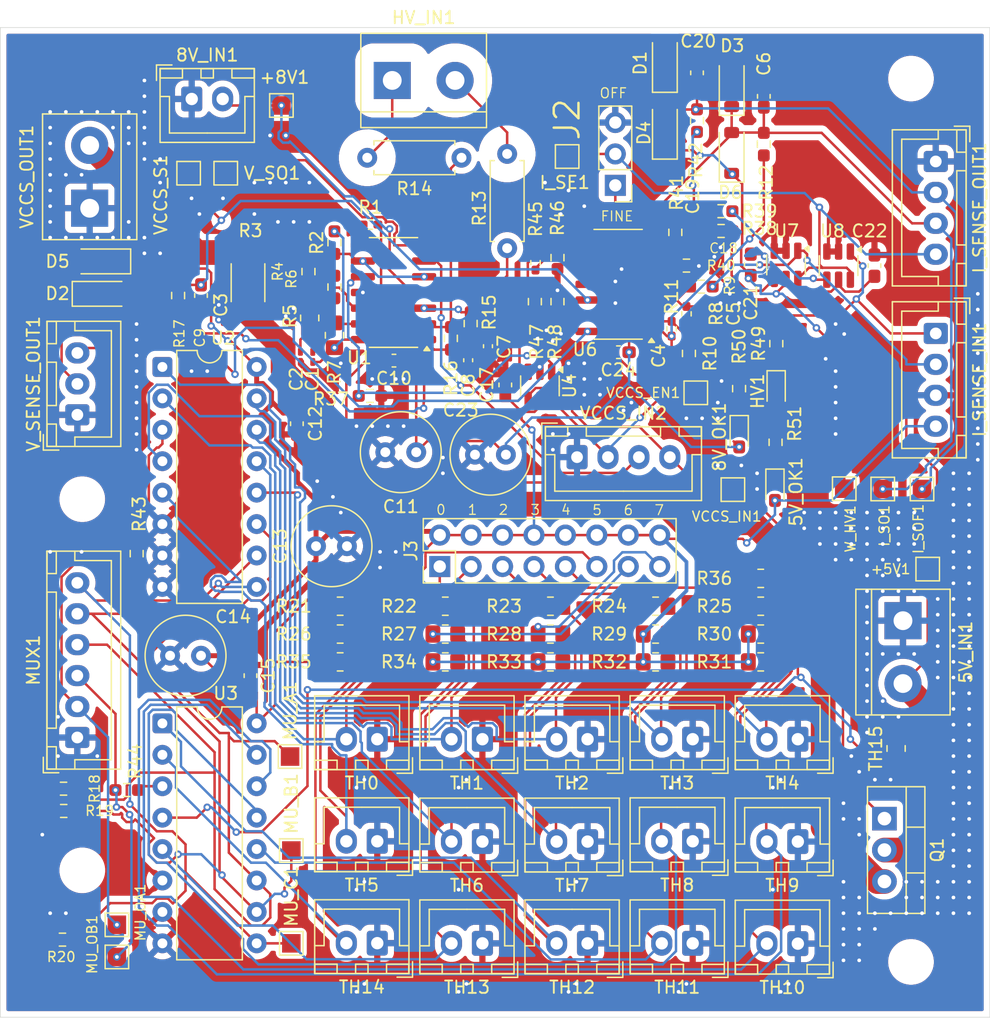
<source format=kicad_pcb>
(kicad_pcb (version 20241229) (generator "pcbnew") (generator_version "9.0")
  (layers (0 "F.Cu" signal) (2 "B.Cu" signal) (13 "F.Paste" user) (15 "B.Paste" user) (5 "F.SilkS" user "F.Silkscreen") (7 "B.SilkS" user "B.Silkscreen") (1 "F.Mask" user) (3 "B.Mask" user) (25 "Edge.Cuts" user))
  (net 0 "")
  (net 1 "+5V")
  (net 2 "+8V")
  (net 3 "GND")
  (net 4 "Net-(U1D--)")
  (net 5 "Net-(C1-Pad1)")
  (net 6 "Net-(U1D-+)")
  (net 7 "VCCS_OUT")
  (net 8 "Net-(C4-Pad2)")
  (net 9 "Net-(U6A--)")
  (net 10 "Net-(U6A-+)")
  (net 11 "I_SENSE_OUT_COARSE")
  (net 12 "Net-(U1A-+)")
  (net 13 "Net-(C8-Pad2)")
  (net 14 "Net-(U1A--)")
  (net 15 "V_SENSE_OUT")
  (net 16 "Net-(U6B-+)")
  (net 17 "Net-(C19-Pad2)")
  (net 18 "Net-(U6B--)")
  (net 19 "I_SENSE_OUT_FINE")
  (net 20 "Net-(5V_OK1-K)")
  (net 21 "WARNING_HV")
  (net 22 "Net-(8V_OK1-K)")
  (net 23 "Net-(HV1-K)")
  (net 24 "V_SENSE_IN-")
  (net 25 "V_SENSE_IN+")
  (net 26 "I_SENSE_FINE_EN")
  (net 27 "I_SENSE_IN-")
  (net 28 "I_SENSE_IN+")
  (net 29 "Net-(J2-Pin_1)")
  (net 30 "MU_OUT_B")
  (net 31 "MU_B")
  (net 32 "MU_C")
  (net 33 "MU_A")
  (net 34 "MU_OUT_A")
  (net 35 "Net-(Q1-G)")
  (net 36 "Net-(R1-Pad1)")
  (net 37 "Net-(U1B-+)")
  (net 38 "MU_TH_0")
  (net 39 "MU_TH_1")
  (net 40 "MU_TH_2")
  (net 41 "MU_TH_3")
  (net 42 "MU_TH_4")
  (net 43 "MU_TH_5")
  (net 44 "MU_TH_6")
  (net 45 "MU_TH_7")
  (net 46 "MU_TH_8")
  (net 47 "MU_TH_9")
  (net 48 "MU_TH_10")
  (net 49 "MU_TH_11")
  (net 50 "MU_TH_12")
  (net 51 "MU_TH_13")
  (net 52 "MU_TH_14")
  (net 53 "MU_TH_15")
  (net 54 "Net-(U1C-+)")
  (net 55 "Net-(R38-Pad1)")
  (net 56 "Net-(R39-Pad1)")
  (net 57 "Net-(U2-X)")
  (net 58 "Net-(U3-X)")
  (net 59 "Net-(U6C--)")
  (net 60 "Net-(U6D--)")
  (net 61 "VCCS_SENSE")
  (net 62 "VCCS_IN")
  (net 63 "VCCS_EN")
  (net 65 "Net-(J3-Pin_7)")
  (net 66 "Net-(J3-Pin_5)")
  (net 67 "Net-(J3-Pin_11)")
  (net 68 "Net-(J3-Pin_9)")
  (net 69 "Net-(J3-Pin_13)")
  (net 70 "Net-(J3-Pin_15)")
  (net 71 "Net-(J3-Pin_3)")
  (net 72 "Net-(J3-Pin_1)")
  (net 73 "/VCCS_MOUT")
  (footprint "Resistor_SMD:R_0805_2012Metric_Pad1.20x1.40mm_HandSolder" (layer "F.Cu") (at 122.75 118.75)
    (property "Reference" "R34")
    (property "Value" "10K 0.5%")
  )
  (footprint "Resistor_SMD:R_0603_1608Metric_Pad0.98x0.95mm_HandSolder" (layer "F.Cu") (at 97.8 110 90)
    (property "Reference" "R43")
    (property "Value" "4.7K")
  )
  (footprint "Connector_JST:JST_XH_B2B-XH-A_1x02_P2.50mm_Vertical" (layer "F.Cu") (at 125.75 141.5 180)
    (property "Reference" "TH13")
    (property "Value" "Conn_01x02")
  )
  (footprint "Capacitor_SMD:C_0603_1608Metric_Pad1.08x0.95mm_HandSolder" (layer "F.Cu") (at 110.75 99.5 90)
    (property "Reference" "C12")
    (property "Value" "100n")
  )
  (footprint "TestPoint:TestPoint_Pad_1.5x1.5mm" (layer "F.Cu") (at 143 97 180)
    (property "Reference" "VCCS_EN1")
    (property "Value" "TestPoint")
  )
  (footprint "TestPoint:TestPoint_Pad_1.5x1.5mm" (layer "F.Cu") (at 155 104.75 -90)
    (property "Reference" "W_HV1")
    (property "Value" "TestPoint")
  )
  (footprint "Resistor_SMD:R_0603_1608Metric_Pad0.98x0.95mm_HandSolder" (layer "F.Cu") (at 116.6625 97.25)
    (property "Reference" "R37")
    (property "Value" "10K")
  )
  (footprint "TestPoint:TestPoint_Pad_1.5x1.5mm" (layer "F.Cu") (at 109.5 73.775 180)
    (property "Reference" "+8V1")
    (property "Value" "TestPoint")
  )
  (footprint "Package_DIP:DIP-16_W7.62mm" (layer "F.Cu") (at 99.88 123.72)
    (property "Reference" "U3")
    (property "Value" "CD4051B")
  )
  (footprint "Resistor_SMD:R_0805_2012Metric_Pad1.20x1.40mm_HandSolder" (layer "F.Cu") (at 148.25 118.75)
    (property "Reference" "R31")
    (property "Value" "10K 0.5%")
  )
  (footprint "Resistor_SMD:R_0603_1608Metric_Pad0.98x0.95mm_HandSolder" (layer "F.Cu") (at 142.2464 86.7188)
    (property "Reference" "R40")
    (property "Value" "51K")
  )
  (footprint "Resistor_SMD:R_0603_1608Metric_Pad0.98x0.95mm_HandSolder" (layer "F.Cu") (at 91.8 141.2)
    (property "Reference" "R20")
    (property "Value" "10K")
  )
  (footprint "Connector_JST:JST_XH_B2B-XH-A_1x02_P2.50mm_Vertical" (layer "F.Cu") (at 125.75 125 180)
    (property "Reference" "TH1")
    (property "Value" "Conn_01x02")
  )
  (footprint "Resistor_SMD:R_0402_1005Metric_Pad0.72x0.64mm_HandSolder" (layer "F.Cu") (at 142.2464 90.6163 -90)
    (property "Reference" "R8")
    (property "Value" "20K")
  )
  (footprint "Capacitor_SMD:C_0201_0603Metric_Pad0.64x0.40mm_HandSolder" (layer "F.Cu") (at 143.1464 85.2188)
    (property "Reference" "C18")
    (property "Value" "681p")
  )
  (footprint "Connector_JST:JST_XH_B2B-XH-A_1x02_P2.50mm_Vertical" (layer "F.Cu") (at 117.25 125 180)
    (property "Reference" "TH0")
    (property "Value" "Conn_01x02")
  )
  (footprint "Resistor_SMD:R_0402_1005Metric_Pad0.72x0.64mm_HandSolder" (layer "F.Cu") (at 116.7025 83.4)
    (property "Reference" "R1")
    (property "Value" "49.9")
  )
  (footprint "Connector_JST:JST_XH_B6B-XH-A_1x06_P2.50mm_Vertical" (layer "F.Cu") (at 93 124.86 90)
    (property "Reference" "MUX1")
    (property "Value" "Conn_01x06")
  )
  (footprint "Resistor_SMD:R_0805_2012Metric_Pad1.20x1.40mm_HandSolder" (layer "F.Cu") (at 111.7875 90.95 -90)
    (property "Reference" "R5")
    (property "Value" "220K 0.1%")
  )
  (footprint "Connector_JST:JST_XH_B2B-XH-A_1x02_P2.50mm_Vertical" (layer "F.Cu") (at 151.25 125 180)
    (property "Reference" "TH4")
    (property "Value" "Conn_01x02")
  )
  (footprint "Capacitor_THT:C_Radial_D6.3mm_H11.0mm_P2.50mm" (layer "F.Cu") (at 120.4 101.8 180)
    (property "Reference" "C11")
    (property "Value" "100u")
  )
  (footprint "Resistor_SMD:R_0603_1608Metric_Pad0.98x0.95mm_HandSolder" (layer "F.Cu") (at 97 129.11)
    (property "Reference" "R44")
    (property "Value" "4.7K")
  )
  (footprint "Resistor_SMD:R_0603_1608Metric_Pad0.98x0.95mm_HandSolder" (layer "F.Cu") (at 124.8 91.4 -90)
    (property "Reference" "R15")
    (property "Value" "10K")
  )
  (footprint "Capacitor_SMD:C_0201_0603Metric_Pad0.64x0.40mm_HandSolder" (layer "F.Cu") (at 111.0375 94.0925 90)
    (property "Reference" "C2")
    (property "Value" "47p")
  )
  (footprint "Resistor_SMD:R_0402_1005Metric_Pad0.72x0.64mm_HandSolder" (layer "F.Cu") (at 141.0464 91.8188 -90)
    (property "Reference" "R11")
    (property "Value" "20K")
  )
  (footprint "Diode_SMD:D_SOD-123" (layer "F.Cu") (at 145.9 72.2125 90)
    (property "Reference" "D3")
    (property "Value" "D_Zener_3.3V")
  )
  (footprint "Resistor_SMD:R_0603_1608Metric_Pad0.98x0.95mm_HandSolder" (layer "F.Cu") (at 113.7875 88.45 90)
    (property "Reference" "R6")
    (property "Value" "5.1K 0.1%")
  )
  (footprint "TerminalBlock:TerminalBlock_bornier-2_P5.08mm" (layer "F.Cu") (at 118.46 71.75)
    (property "Reference" "HV_IN1")
    (property "Value" "Screw_Terminal_01x02")
  )
  (footprint "Resistor_SMD:R_0603_1608Metric_Pad0.98x0.95mm_HandSolder" (layer "F.Cu") (at 149.51 93.025 90)
    (property "Reference" "R49")
    (property "Value" "1K")
  )
  (footprint "Resistor_SMD:R_0603_1608Metric_Pad0.98x0.95mm_HandSolder" (layer "F.Cu") (at 145.0464 83.9188 180)
    (property "Reference" "R38")
    (property "Value" "1K")
  )
  (footprint "Package_SO:SOIC-14_3.9x8.7mm_P1.27mm" (layer "F.Cu") (at 136.7214 88.2288 180)
    (property "Reference" "U6")
    (property "Value" "OPA4197xD")
  )
  (footprint "Resistor_THT:R_Axial_DIN0207_L6.3mm_D2.5mm_P7.62mm_Horizontal" (layer "F.Cu") (at 116.44 78)
    (property "Reference" "R14")
    (property "Value" "1M")
  )
  (footprint "TestPoint:TestPoint_Pad_1.5x1.5mm" (layer "F.Cu") (at 105 79.25 180)
    (property "Reference" "V_SO1")
    (property "Value" "TestPoint")
  )
  (footprint "Capacitor_THT:C_Radial_D6.3mm_H11.0mm_P2.50mm" (layer "F.Cu") (at 127.65 102 180)
    (property "Reference" "C23")
    (property "Value" "100u")
  )
  (footprint "Connector_PinHeader_2.54mm:PinHeader_2x08_P2.54mm_Vertical" (layer "F.Cu") (at 122.3 111.04 90)
    (property "Reference" "J3")
    (property "Value" "Conn_02x08_Odd_Even")
  )
  (footprint "Resistor_SMD:R_0805_2012Metric_Pad1.20x1.40mm_HandSolder" (layer "F.Cu") (at 122.75 114.25)
    (property "Reference" "R22")
    (property "Value" "10K 0.5%")
  )
  (footprint "Capacitor_THT:C_Radial_D6.3mm_H11.0mm_P2.50mm" (layer "F.Cu") (at 100.5 118.25)
    (property "Reference" "C14")
    (property "Value" "47u")
  )
  (footprint "Capacitor_SMD:C_0201_0603Metric_Pad0.64x0.40mm_HandSolder" (layer "F.Cu") (at 142.8464 83.5188 90)
    (property "Reference" "C19")
    (property "Value" "681p")
  )
  (footprint "Connector_JST:JST_XH_B2B-XH-A_1x02_P2.50mm_Vertical" (layer "F.Cu") (at 142.75 141.5 180)
    (property "Reference" "TH11")
    (property "Value" "Conn_01x02")
  )
  (footprint "Capacitor_THT:C_Radial_D6.3mm_H11.0mm_P2.50mm" (layer "F.Cu") (at 114.8 109.4 180)
    (property "Reference" "C13")
    (property "Value" "47u")
  )
  (footprint "Resistor_SMD:R_0603_1608Metric_Pad0.98x0.95mm_HandSolder" (layer "F.Cu") (at 145.0464 82.3188 180)
    (property "Reference" "R39")
    (property "Value" "1K")
  )
  (footprint "Resistor_THT:R_Axial_DIN0207_L6.3mm_D2.5mm_P7.62mm_Horizontal" (layer "F.Cu") (at 127.75 77.69 -90)
    (property "Reference" "R13")
    (property "Value" "1M")
  )
  (footprint "Package_TO_SOT_SMD:SOT-23-6" (layer "F.Cu") (at 130.4 96.4375 -90)
    (property "Reference" "U4")
    (property "Value" "TS5A3159ADBVR")
  )
  (footprint "Resistor_SMD:R_0805_2012Metric_Pad1.20x1.40mm_HandSolder" (layer "F.Cu") (at 148.25 116.5)
    (property "Reference" "R30")
    (property "Value" "10K 0.5%")
  )
  (footprint "Resistor_SMD:R_0603_1608Metric_Pad0.98x0.95mm_HandSolder" (layer "F.Cu") (at 131.82 86.0744 -90)
    (property "Reference" "R46")
    (property "Value" "5.1K 0.1%")
  )
  (footprint "Connector_JST:JST_XH_B2B-XH-A_1x02_P2.50mm_Vertical" (layer "F.Cu") (at 142.75 133.25 180)
    (property "Reference" "TH8")
    (property "Value" "Conn_01x02")
  )
  (footprint "Connector_JST:JST_XH_B2B-XH-A_1x02_P2.50mm_Vertical" (layer "F.Cu") (at 134.25 133.275 180)
    (property "Reference" "TH7")
    (property "Value" "Conn_01x02")
  )
  (footprint "Resistor_SMD:R_0603_1608Metric_Pad0.98x0.95mm_HandSolder" (layer "F.Cu") (at 143.4464 88.4188 180)
    (property "Reference" "R9")
    (property "Value" "4.7K")
  )
  (footprint "Connector_JST:JST_XH_B2B-XH-A_1x02_P2.50mm_Vertical" (layer "F.Cu") (at 102.25 73.25)
    (property "Reference" "8V_IN1")
    (property "Value" "Conn_01x02")
  )
  (footprint "Resistor_SMD:R_0402_1005Metric_Pad0.72x0.64mm_HandSolder" (layer "F.Cu") (at 130.042 86.4808 -90)
    (property "Reference" "R45")
    (property "Value" "100K")
  )
  (footprint "TestPoint:TestPoint_Pad_1.5x1.5mm" (layer "F.Cu") (at 132.6 77.9 180)
    (property "Reference" "I_SE1")
    (property "Value" "TestPoint")
  )
  (footprint "Resistor_SMD:R_0805_2012Metric_Pad1.20x1.40mm_HandSolder" (layer "F.Cu") (at 114.25 114.25)
    (property "Reference" "R21")
    (property "Value" "10K 0.5%")
  )
  (footprint "Resistor_SMD:R_0805_2012Metric_Pad1.20x1.40mm_HandSolder" (layer "F.Cu") (at 139.75 116.5)
    (property "Reference" "R29")
    (property "Value" "10K 0.5%")
  )
  (footprint "Resistor_SMD:R_2010_5025Metric_Pad1.40x2.65mm_HandSolder" (layer "F.Cu") (at 106.8 88.1 90)
    (property "Reference" "R3")
    (property "Value" "0.02")
  )
  (footprint "Capacitor_SMD:C_0603_1608Metric_Pad1.08x0.95mm_HandSolder" (layer "F.Cu") (at 107 119.8625 -90)
    (property "Reference" "C15")
    (property "Value" "100n")
  )
  (footprint "Capacitor_SMD:C_0603_1608Metric_Pad1.08x0.95mm_HandSolder" (layer "F.Cu") (at 148.5 73.0375 90)
    (property "Reference" "C6")
    (property "Value" "0.1u")
  )
  (footprint "Resistor_SMD:R_0603_1608Metric_Pad0.98x0.95mm_HandSolder" (layer "F.Cu") (at 148.5 76.9 90)
    (property "Reference" "R12")
    (property "Value" "1K")
  )
  (footprint "Capacitor_SMD:C_0603_1608Metric_Pad1.08x0.95mm_HandSolder" (layer "F.Cu") (at 143.1 71.1375 90)
    (property "Reference" "C20")
    (property "Value" "0.1u")
  )
  (footprint "Resistor_SMD:R_0805_2012Metric_Pad1.20x1.40mm_HandSolder" (layer "F.Cu") (at 122.75 116.5)
    (property "Reference" "R27")
    (property "Value" "10K 0.5%")
  )
  (footprint "Diode_SMD:D_0603_1608Metric_Pad1.05x0.95mm_HandSolder" (layer "F.Cu") (at 146.51 100.5 -90)
    (property "Reference" "8V_OK1")
    (property "Value" "LED")
  )
  (footprint "TestPoint:TestPoint_Pad_1.5x1.5mm" (layer "F.Cu") (at 110.3 134 180)
    (property "Reference" "MU_B1")
    (property "Value" "TestPoint")
  )
  (footprint "Capacitor_SMD:C_0603_1608Metric_Pad1.08x0.95mm_HandSolder" (layer "F.Cu") (at 157.4464 86.7188 -90)
    (property "Reference" "C22")
    (property "Value" "0.1u")
  )
  (footprint "TestPoint:TestPoint_Pad_1.5x1.5mm" (layer "F.Cu") (at 161.29 104.775 180)
    (property "Reference" "I_SOF1")
    (property "Value" "TestPoint")
  )
  (footprint "Resistor_SMD:R_0805_2012Metric_Pad1.20x1.40mm_HandSolder" (layer "F.Cu") (at 114.25 118.75)
    (property "Reference" "R35")
    (property "Value" "10K 0.5%")
  )
  (footprint "Resistor_SMD:R_0805_2012Metric_Pad1.20x1.40mm_HandSolder" (layer "F.Cu") (at 148.25 114.25)
    (property "Reference" "R25")
    (property "Value" "10K 0.5%")
  )
  (footprint "Resistor_SMD:R_0603_1608Metric_Pad0.98x0.95mm_HandSolder" (layer "F.Cu") (at 91.8875 129)
    (property "Reference" "R18")
    (property "Value" "10K")
  )
  (footprint "Resistor_SMD:R_0805_2012Metric_Pad1.20x1.40mm_HandSolder" (layer "F.Cu") (at 114.25 116.5)
    (property "Reference" "R26")
    (property "Value" "10K 0.5%")
  )
  (footprint "Package_TO_SOT_SMD:SOT-23-6" (layer "F.Cu") (at 150.2964 86.6563 -90)
    (property "Reference" "U7")
    (property "Value" "TS5A3159ADBVR")
  )
  (footprint "Resistor_SMD:R_0805_2012Metric_Pad1.20x1.40mm_HandSolder" (layer "F.Cu") (at 131.25 114.25)
    (property "Reference" "R23")
    (property "Value" "10K 0.5%")
  )
  (footprint "Connector_PinHeader_2.54mm:PinHeader_1x03_P2.54mm_Vertical" (layer "F.Cu") (at 136.4936 80.2324 180)
    (property "Reference" "J2")
    (property "Value" "Conn_01x03")
  )
  (footprint "Diode_SMD:D_0603_1608Metric_Pad1.05x0.95mm_HandSolder" (layer "F.Cu") (at 149.4 104.825 -90)
    (property "Reference" "5V_OK1")
    (property "Value" "LED")
  )
  (footprint "Resistor_SMD:R_0805_2012Metric_Pad1.20x1.40mm_HandSolder" (layer "F.Cu") (at 131.25 116.5)
    (property "Reference" "R28")
    (property "Value" "10K 0.5%")
  )
  (footprint "Resistor_SMD:R_0603_1608Metric_Pad0.98x0.95mm_HandSolder" (layer "F.Cu") (at 91.9 130.8)
    (property "Reference" "R19")
    (property "Value" "10K")
  )
  (footprint "Connector_JST:JST_XH_B2B-XH-A_1x02_P2.50mm_Vertical" (layer "F.Cu") (at 134.25 141.5 180)
    (property "Reference" "TH12")
    (property "Value" "Conn_01x02")
  )
  (footprint "Package_TO_SOT_SMD:SOT-23-6" (layer "F.Cu") (at 154.5464 86.7188 -90)
    (property "Reference" "U8")
    (property "Value" "TS5A3159ADBVR")
  )
  (footprint "Capacitor_SMD:C_0402_1005Metric_Pad0.74x0.62mm_HandSolder" (layer "F.Cu") (at 124.6 94.3675 -90)
    (property "Reference" "C8")
    (property "Value" "100p")
  )
  (footprint "Connector_JST:JST_XH_B2B-XH-A_1x02_P2.50mm_Vertical" (layer "F.Cu") (at 142.75 125 180)
    (property "Reference" "TH3")
    (property "Value" "Conn_01x02")
  )
  (footprint "Diode_SMD:D_SOD-123" (layer "F.Cu") (at 140.5 75.75 90)
    (property "Reference" "D4")
    (property "Value" "D_Zener_5.1V")
  )
  (footprint "Capacitor_SMD:C_0201_0603Metric_Pad0.64x0.40mm_HandSolder" (layer "F.Cu") (at 143.4464 90.6188 -90)
    (property "Reference" "C5")
    (property "Value" "681p")
  )
  (footprint "Connector_JST:JST_XH_B2B-XH-A_1x02_P2.50mm_Vertical" (layer "F.Cu") (at 125.75 133.275 180)
    (property "Reference" "TH6")
    (property "Value" "Conn_01x02")
  )
  (footprint "Connector_JST:JST_XH_B4B-XH-A_1x04_P2.50mm_Vertical" (layer "F.Cu") (at 162.4 78.3 -90)
    (property "Reference" "I_SENSE_OUT1")
    (property "Value" "Conn_01x04")
  )
  (footprint "Resistor_SMD:R_0603_1608Metric_Pad0.98x0.95mm_HandSolder" (layer "F.Cu") (at 123.2 92.6 -90)
    (property "Reference" "R16")
    (property "Value" "10K")
  )
  (footprint "Resistor_SMD:R_0603_1608Metric_Pad0.98x0.95mm_HandSolder" (layer "F.Cu") (at 143.1 75 90)
    (property "Reference" "R42")
    (property "Value" "1K")
  )
  (footprint "Package_DIP:DIP-16_W7.62mm" (layer "F.Cu") (at 99.88 94.91)
    (property "Reference" "U2")
    (property "Value" "CD4051B")
  )
  (footprint "Package_TO_SOT_THT:TO-220-3_Vertical" (layer "F.Cu") (at 158.25 131.42 -90)
    (property "Reference" "Q1")
    (property "Value" "IRLB8721PBF")
  )
  (footprint "Connector_JST:JST_XH_B4B-XH-A_1x04_P2.50mm_Vertical" (layer "F.Cu") (at 162.4 92.2 -90)
    (property "Reference" "I_SENSE_IN1")
    (property "Value" "Conn_01x04")
  )
  (footprint "Package_SO:SOIC-14_3.9x8.7mm_P1.27mm" (layer "F.Cu") (at 118.5625 88.89 180)
    (property "Reference" "U1")
    (property "Value" "OPA4197xD")
  )
  (footprint "Resistor_SMD:R_0603_1608Metric_Pad0.98x0.95mm_HandSolder" (layer "F.Cu") (at 141.3464 84.0313 90)
    (property "Reference" "R41")
    (property "Value" "51K")
  )
  (footprint "Resistor_SMD:R_0805_2012Metric_Pad1.20x1.40mm_HandSolder" (layer "F.Cu") (at 159.195 125.75 90)
    (property "Reference" "TH15")
    (property "Value" "Thermistor_NTC")
  )
  (footprint "Capacitor_SMD:C_0603_1608Metric_Pad1.08x0.95mm_HandSolder" (layer "F.Cu") (at 103 89.1375 -90)
    (property "Reference" "C9")
    (property "Value" "0.1u")
  )
  (footprint "MountingHole:MountingHole_3.2mm_M3" (layer "F.Cu") (at 93.4 105.6)
    (property "Reference" "H1" (hide yes))
    (property "Value" "MountingHole")
  )
  (footprint "Connector_JST:JST_XH_B4B-XH-A_1x04_P2.50mm_Vertical" (layer "F.Cu") (at 133.4 102.2)
    (property "Reference" "VCCS_IN2")
    (property "Value" "Conn_01x04")
  )
  (footprint "Resistor_SMD:R_0603_1608Metric_Pad0.98x0.95mm_HandSolder" (layer "F.Cu") (at 131.82 89.6285 90)
    (property "Reference" "R48")
    (property "Value" "5.1K 0.1%")
  )
  (footprint "Resistor_SMD:R_0603_1608Metric_Pad0.98x0.95mm_HandSolder" (layer "F.Cu") (at 101.15 89.1375 90)
    (property "Reference" "R17")
    (property "Value" "1K")
  )
  (footprint "TestPoint:TestPoint_Pad_1.5x1.5mm" (layer "F.Cu") (at 102 79.25 180)
    (property "Reference" "VCCS_S1")
    (property "Value" "TestPoint")
  )
  (footprint "Resistor_SMD:R_0805_2012Metric_Pad1.20x1.40mm_HandSolder" (layer "F.Cu") (at 139.75 114.25)
    (property "Reference" "R24")
    (property "Value" "10K 0.5%")
  )
  (footprint "Resistor_SMD:R_0603_1608Metric_Pad0.98x0.95mm_HandSolder" (layer "F.Cu") (at 111.6875 87.2 90)
    (property "Reference" "R4")
    (property "Value" "5.1K 0.1%")
  )
  (footprint "Capacitor_SMD:C_0603_1608Metric_Pad1.08x0.95mm_HandSolder" (layer "F.Cu") (at 127.6 96.3625 -90)
    (property "Reference" "C17")
    (property "Value" "0.1u")
  )
  (footprint "Connector_JST:JST_XH_B2B-XH-A_1x02_P2.50mm_Vertical" (layer "F.Cu") (at 117.25 141.485 180)
    (property "Reference" "TH14")
    (property "Value" "Conn_01x02")
  )
  (footprint "Connector_JST:JST_XH_B2B-XH-A_1x02_P2.50mm_Vertical" (layer "F.Cu") (at 117.25 133.25 180)
    (property "Reference" "TH5")
    (property "Value" "Conn_01x02")
  )
  (footprint "MountingHole:MountingHole_3.2mm_M3" (layer "F.Cu") (at 160.4 71.6)
    (property "Reference" "H2" (hide yes))
    (property "Value" "MountingHole")
  )
  (footprint "Capacitor_SMD:C_0201_0603Metric_Pad0.64x0.40mm_HandSolder" (layer "F.Cu") (at 104.6 88.1 90)
    (property "Reference" "C3")
    (property "Value" "681p")
  )
  (footprint "TestPoint:TestPoint_Pad_1.5x1.5mm" (layer "F.Cu") (at 110.2 126.4 180)
    (property "Reference" "MU_A1")
    (property "Value" "TestPoint")
  )
  (footprint "Diode_SMD:D_SOD-123" (layer "F.Cu") (at 94.953842 86.378212 180)
    (property "Reference" "D5")
    (property "Value" "D_Zener_5.1V")
  )
  (footprint "Capacitor_SMD:C_0603_1608Metric_Pad1.08x0.95mm_HandSolder" (layer "F.Cu") (at 147.4464 86.6563 -90)
    (property "Reference" "C21")
    (property "Value" "0.1u")
  )
  (footprint "Capacitor_SMD:C_0603_1608Metric_Pad1.08x0.95mm_HandSolder" (layer "F.Cu") (at 118.6 94.4 180)
    (property "Reference" "C10")
    (property "Value" "0.1u")
  )
  (footprint "TestPoint:TestPoint_Pad_1.5x1.5mm" (layer "F.Cu") (at 161.75 111.25 180)
    (property "Reference" "+5V1")
    (property "Value" "TestPoint")
  )
  (footprint "Resistor_SMD:R_0603_1608Metric_Pad0.98x0.95mm_HandSolder" (layer "F.Cu") (at 149.45 101 90)
    (property "Reference" "R51")
    (property "Value" "1K")
  )
  (footprint "Resistor_SMD:R_0805_2012Metric_Pad1.20x1.40mm_HandSolder" (layer "F.Cu") (at 139.75 118.75)
    (property "Reference" "R32")
    (property "Value" "10K 0.5%")
  )
  (footprint "TerminalBlock:TerminalBlock_bornier-2_P5.08mm" (layer "F.Cu") (at 94 82.08 90)
    (property "Reference" "VCCS_OUT1")
    (property "Value" "Screw_Terminal_01x02")
  )
  (footprint "Resistor_SMD:R_0603_1608Metric_Pad0.98x0.95mm_HandSolder" (layer "F.Cu") (at 129.9912 89.6304 -90)
    (property "Reference" "R47")
    (property "Value" "47K")
  )
  (footprint "Connector_JST:JST_XH_B2B-XH-A_1x02_P2.50mm_Vertical" (layer "F.Cu") (at 134.25 125 180)
    (property "Reference" "TH2")
    (property "Value" "Conn_01x02")
  )
  (footprint "MountingHole:MountingHole_3.2mm_M3" (layer "F.Cu") (at 93.4 135.6)
    (property "Reference" "H4" (hide yes))
    (property "Value" "MountingHole")
  )
  (footprint "Resistor_SMD:R_0805_2012Metric_Pad1.20x1.40mm_HandSolder" (layer "F.Cu") (at 113.7875 92.35 90)
    (property "Reference" "R7")
    (property "Value" "220K 0.1%")
  )
  (footprint "Diode_SMD:D_0603_1608Metric_Pad1.05x0.95mm_HandSolder" (layer "F.Cu") (at 149.5 96.875 -90)
    (property "Reference" "HV1")
    (property "Value" "RED_LED")
  )
  (footprint "TestPoint:TestPoint_Pad_1.5x1.5mm" (layer "F.Cu") (at 96.2 142.6 180)
    (property "Reference" "MU_OB1")
    (property "Value" "TestPoint")
  )
  (footprint "Resistor_SMD:R_0603_1608Metric_Pad0.98x0.95mm_HandSolder" (layer "F.Cu") (at 142.4464 93.8188 90)
    (property "Reference" "R10")
    (property "Value" "4.7K")
  )
  (footprint "Connector_JST:JST_XH_B2B-XH-A_1x02_P2.50mm_Vertical" (layer "F.Cu") (at 151.25 133.275 180)
    (property "Reference" "TH9")
    (property "Value" "Conn_01x02")
  )
  (footprint "Resistor_SMD:R_0805_2012Metric_Pad1.20x1.40mm_HandSolder" (layer "F.Cu") (at 148.25 112)
    (property "Reference" "R36")
    (property "Value" "10K 0.5%")
  )
  (footprint "Diode_SMD:D_SOD-123" (layer "F.Cu") (at 145.9 77.6125 90)
    (property "Reference" "D6")
    (property "Value" "D_Zener_5.1V")
  )
  (footprint "TerminalBlock:TerminalBlock_bornier-2_P5.08mm" (layer "F.Cu") (at 159.75 115.42 -90)
    (property "Reference" "5V_IN1")
    (property "Value" "Screw_Terminal_01x02")
  )
  (footprint "Resistor_SMD:R_0603_1608Metric_Pad0.98x0.95mm_HandSolder" (layer "F.Cu") (at 146.5 96.6625 90)
    (property "Reference" "R50")
    (property "Value" "3K")
  )
  (footprint "MountingHole:MountingHole_3.2mm_M3" (layer "F.Cu") (at 160.4 143)
    (property "Reference" "H3" (hide yes))
    (property "Value" "MountingHole")
  )
  (footprint "TestPoint:TestPoint_Pad_1.5x1.5mm" (layer "F.Cu") (at 158.115 104.775 180)
    (property "Reference" "I_SO1")
    (property "Value" "TestPoint")
  )
  (footprint "Resistor_SMD:R_0603_1608Metric_Pad0.98x0.95mm_HandSolder" (layer "F.Cu") (at 113.7875 84.8625 90)
    (property "Reference" "R2")
    (property "Value" "100")
  )
  (footprint "Connector_JST:JST_XH_B2B-XH-A_1x02_P2.50mm_Vertical" (layer "F.Cu") (at 151.25 141.525 180)
    (property "Reference" "TH10")
    (property "Value" "Conn_01x02")
  )
  (footprint "Connector_JST:JST_XH_B3B-XH-A_1x03_P2.50mm_Vertical" (layer "F.Cu") (at 93.003842 98.778212 90)
    (property "Reference" "V_SENSE_OUT1")
    (property "Value" "Conn_01x03")
  )
  (footprint "Capacitor_SMD:C_0402_1005Metric_Pad0.74x0.62mm_HandSolder" (layer "F.Cu") (at 126.2 93.2325 -90)
    (property "Reference" "C7")
    (property "Value" "100p")
  )
  (footprint "Capacitor_SMD:C_0201_0603Metric_Pad0.64x0.40mm_HandSolder" (layer "F.Cu") (at 112.0375 94.1 90)
    (property "Reference" "C1")
    (property "Value" "47p")
  )
  (footprint "TestPoint:TestPoint_Pad_1.5x1.5mm" (layer "F.Cu") (at 96.2 140 180)
    (property "Reference" "MU_OA1")
    (property "Value" "TestPoint")
  )
  (footprint "Capacitor_SMD:C_0603_1608Metric_Pad1.08x0.95mm_HandSolder" (layer "F.Cu") (at 136.7464 93.7188 180)
    (property "Reference" "C24")
    (property "Value" "0.1u")
  )
  (footprint "Resistor_SMD:R_0805_2012Metric_Pad1.20x1.40mm_HandSolder" (layer "F.Cu") (at 131.25 118.75)
    (property "Reference" "R33")
    (property "Value" "10K 0.5%")
  )
  (footprint "Diode_SMD:D_SOD-123" (layer "F.Cu") (at 140.5 70.35 90)
    (property "Reference" "D1")
    (property "Value" "D_Zener_3.3V")
  )
  (footprint "Capacitor_SMD:C_0201_0603Metric_Pad0.64x0.40mm_HandSolder" (layer "F.Cu") (at 141.0464 94.0188 90)
    (property "Reference" "C4")
    (property "Value" "681p")
  )
  (footprint "TestPoint:TestPoint_Pad_1.5x1.5mm" (layer "F.Cu") (at 110.3 141.5 180)
    (property "Reference" "MU_C1")
    (property "Value" "TestPoint")
  )
  (footprint "TestPoint:TestPoint_Pad_1.5x1.5mm" (layer "F.Cu") (at 146 104.825 180)
    (property "Reference" "VCCS_IN1")
    (property "Value" "TestPoint")
  )
  (footprint "Diode_SMD:D_SOD-123" (layer "F.Cu") (at 94.95 89)
    (property "Reference" "D2")
    (property "Value" "D_Zener_3.3V")
  )
  (gr_rect (start 86.775 67.475) (end 166.775 147.475) (stroke (width 0.05)) (fill no) (layer "Edge.Cuts"))
  (gr_text "3" (at 129.575 106.925 0) (layer "F.SilkS") (effects (font (size 0.8 0.8) (thickness 0.1)) (justify left bottom)))
  (gr_text "6" (at 137.1 106.95 0) (layer "F.SilkS") (effects (font (size 0.8 0.8) (thickness 0.1)) (justify left bottom)))
  (gr_text "2" (at 127 106.925 0) (layer "F.SilkS") (effects (font (size 0.8 0.8) (thickness 0.1)) (justify left bottom)))
  (gr_text "FINE" (at 135.25 83.2 0) (layer "F.SilkS") (effects (font (size 0.8 0.8) (thickness 0.1)) (justify left bottom)))
  (gr_text "OFF" (at 135.1636 73.25 0) (layer "F.SilkS") (effects (font (size 0.8 0.8) (thickness 0.1)) (justify left bottom)))
  (gr_text "0" (at 121.95 106.925 0) (layer "F.SilkS") (effects (font (size 0.8 0.8) (thickness 0.1)) (justify left bottom)))
  (gr_text "5" (at 134.575 106.95 0) (layer "F.SilkS") (effects (font (size 0.8 0.8) (thickness 0.1)) (justify left bottom)))
  (gr_text "4" (at 132.05 106.925 0) (layer "F.SilkS") (effects (font (size 0.8 0.8) (thickness 0.1)) (justify left bottom)))
  (gr_text "1" (at 124.5 106.925 0) (layer "F.SilkS") (effects (font (size 0.8 0.8) (thickness 0.1)) (justify left bottom)))
  (gr_text "7" (at 139.600333 106.950566 0) (layer "F.SilkS") (effects (font (size 0.8 0.8) (thickness 0.1)) (justify left bottom)))
  (segment (start 150.2964 88.2062) (end 150.2964 87.7938) (width 0.2) (layer "F.Cu") (net 1))
  (segment (start 146.75 85.184566) (end 146.75 80.1125) (width 0.2) (layer "F.Cu") (net 1))
  (segment (start 137.54 108.5) (end 140.08 108.5) (width 0.2) (layer "F.Cu") (net 1))
  (segment (start 159.75 120.5) (end 161.25 122) (width 2) (layer "F.Cu") (net 1))
  (segment (start 128.9135 98.5385) (end 128.9135 99.1635) (width 0.2) (layer "F.Cu") (net 1))
  (segment (start 161.25 133.865) (end 161.155 133.96) (width 2) (layer "F.Cu") (net 1))
  (segment (start 122.3 108.5) (end 121.312 109.488) (width 0.2) (layer "F.Cu") (net 1))
  (segment (start 107.997471 98.789) (end 107.859471 98.789) (width 0.4) (layer "F.Cu") (net 1))
  (segment (start 107 120.725) (end 105.475 120.725) (width 0.2) (layer "F.Cu") (net 1))
  (segment (start 161.75 112.25) (end 161.75 118.5) (width 0.2) (layer "F.Cu") (net 1))
  (segment (start 162.5 111.5) (end 161.75 112.25) (width 0.2) (layer "F.Cu") (net 1))
  (segment (start 107.5 96.249) (end 107.5 94.91) (width 0.4) (layer "F.Cu") (net 1))
  (segment (start 114.33264 112.447) (end 114.27964 112.5) (width 0.2) (layer "F.Cu") (net 1))
  (segment (start 154.5464 88.2964) (end 154.5464 87.8563) (width 0.2) (layer "F.Cu") (net 1))
  (segment (start 147.25 87.3224) (end 146.6704 86.7428) (width 0.2) (layer "F.Cu") (net 1))
  (segment (start 153.937368 88.8198) (end 150.91 88.8198) (width 0.2) (layer "F.Cu") (net 1))
  (segment (start 120.748 109.7229) (end 120.748 110.052) (width 0.2) (layer "F.Cu") (net 1))
  (segment (start 112.3 109.4) (end 112.3 105.7) (width 0.4) (layer "F.Cu") (net 1))
  (segment (start 154.5464 87.8563) (end 154.5464 88.210768) (width 0.2) (layer "F.Cu") (net 1))
  (segment (start 110.8 104.2) (end 110.8 103.5) (width 0.4) (layer "F.Cu") (net 1))
  (segment (start 97.18663 86.961) (end 103.471 86.961) (width 0.2) (layer "F.Cu") (net 1))
  (segment (start 112.3 109.4) (end 113.501 108.199) (width 0.4) (layer "F.Cu") (net 1))
  (segment (start 121.312 109.488) (end 120.9829 109.488) (width 0.2) (layer "F.Cu") (net 1))
  (segment (start 121.999 108.199) (end 122.3 108.5) (width 0.4) (layer "F.Cu") (net 1))
  (segment (start 112.84674 112.5) (end 113.75 112.5) (width 0.2) (layer "F.Cu") (net 1))
  (segment (start 161.155 133.96) (end 158.25 133.96) (width 2) (layer "F.Cu") (net 1))
  (segment (start 107.5 121.225) (end 107 120.725) (width 0.2) (layer "F.Cu") (net 1))
  (segment (start 146.6704 86.7428) (end 146.6704 85.264166) (width 0.2) (layer "F.Cu") (net 1))
  (segment (start 130.4 98.1) (end 130.4 97.575) (width 0.2) (layer "F.Cu") (net 1))
  (segment (start 103.819425 87.309425) (end 103.819425 91.599) (width 0.2) (layer "F.Cu") (net 1))
  (segment (start 149.687368 88.812632) (end 149.5 89) (width 0.2) (layer "F.Cu") (net 1))
  (segment (start 108.75 97.75) (end 109.6375 98.6375) (width 0.4) (layer "F.Cu") (net 1))
  (segment (start 146.6704 85.264166) (end 146.75 85.184566) (width 0.2) (layer "F.Cu") (net 1))
  (segment (start 104.58137 118.25) (end 103 118.25) (width 0.4) (layer "F.Cu") (net 1))
  (segment (start 147.25 87.75) (end 147.25 87.3224) (width 0.2) (layer "F.Cu") (net 1))
  (segment (start 150.91 88.8198) (end 150.2964 88.2062) (width 0.2) (layer "F.Cu") (net 1))
  (segment (start 157.4464 87.5813) (end 156.2079 88.8198) (width 0.2) (layer "F.Cu") (net 1))
  (segment (start 160.02 99.02) (end 152.75 91.75) (width 0.2) (layer "F.Cu") (net 1))
  (segment (start 127.6 97.225) (end 128.9135 98.5385) (width 0.2) (layer "F.Cu") (net 1))
  (segment (start 108.701 99.492529) (end 107.997471 98.789) (width 0.4) (layer "F.Cu") (net 1))
  (segment (start 149.687368 88.7573) (end 149.687368 88.812632) (width 0.2) (layer "F.Cu") (net 1))
  (segment (start 140.08 108.5) (end 140.381 108.801) (width 0.2) (layer "F.Cu") (net 1))
  (segment (start 96.603842 86.378212) (end 97.18663 86.961) (width 0.2) (layer "F.Cu") (net 1))
  (segment (start 129.9912 88.7179) (end 129.421 88.1477) (width 0.2) (layer "F.Cu") (net 1))
  (segment (start 142.775592 77.4) (end 140.5 77.4) (width 0.2) (layer "F.Cu") (net 1))
  (segment (start 114.66484 112.447) (end 114.33264 112.447) (width 0.2) (layer "F.Cu") (net 1))
  (segment (start 109.002 118.75) (end 109.002 116.34474) (width 0.2) (layer "F.Cu") (net 1))
  (segment (start 113.501 108.199) (end 121.999 108.199) (width 0.4) (layer "F.Cu") (net 1))
  (segment (start 146.788628 108.801) (end 147.118814 109.131186) (width 0.2) (layer "F.Cu") (net 1))
  (segment (start 127.6 97.225) (end 128.75 96.075) (width 0.2) (layer "F.Cu") (net 1))
  (segment (start 129.421 86.5043) (end 130.042 85.8833) (width 0.2) (layer "F.Cu") (net 1))
  (segment (start 107.5 123.72) (end 107.5 121.225) (width 0.2) (layer "F.Cu") (net 1))
  (segment (start 160.02 99.7) (end 160.02 99.02) (width 0.2) (layer "F.Cu") (net 1))
  (segment (start 108.701 96.952529) (end 107.997471 96.249) (width 0.4) (layer "F.Cu") (net 1))
  (segment (start 108.701 97.75) (end 108.701 96.952529) (width 0.4) (layer "F.Cu") (net 1))
  (segment (start 103.471 86.961) (end 103.819425 87.309425) (width 0.2) (layer "F.Cu") (net 1))
  (segment (start 143 108.801) (end 146.788628 108.801) (width 0.2) (layer "F.Cu") (net 1))
  (segment (start 150.2964 88.148268) (end 150.2964 87.7938) (width 0.2) (layer "F.Cu") (net 1))
  (segment (start 118.353 112.447) (end 114.66484 112.447) (width 0.2) (layer "F.Cu") (net 1))
  (segment (start 146.75 80.1125) (end 145.9 79.2625) (width 0.2) (layer "F.Cu") (net 1))
  (segment (start 149.687368 88.7573) (end 150.2964 88.148268) (width 0.2) (layer "F.Cu") (net 1))
  (segment (start 109.002 118.75) (end 109.002 122.218) (width 0.2) (layer "F.Cu") (net 1))
  (segment (start 108.701 100.487471) (end 108.701 99.492529) (width 0.4) (layer "F.Cu") (net 1))
  (segment (start 161.25 122) (end 161.25 133.865) (width 2) (layer "F.Cu") (net 1))
  (segment (start 108.244235 100.944235) (end 108.701 100.487471) (width 0.4) (layer "F.Cu") (net 1))
  (segment (start 109.002 116.34474) (end 112.84674 112.5) (width 0.2) (layer "F.Cu") (net 1))
  (segment (start 108.701 97.75) (end 108.75 97.75) (width 0.4) (layer "F.Cu") (net 1))
  (segment (start 155.0698 88.8198) (end 154.5464 88.2964) (width 0.2) (layer "F.Cu") (net 1))
  (segment (start 107.859471 98.789) (end 108.701 97.947471) (width 0.4) (layer "F.Cu") (net 1))
  (segment (start 112.3 110.53137) (end 104.58137 118.25) (width 0.4) (layer "F.Cu") (net 1))
  (segment (start 140.08 108.5) (end 122.3 108.5) (width 0.2) (layer "F.Cu") (net 1))
  (segment (start 109.002 118.75) (end 113.25 118.75) (width 0.2) (layer "F.Cu") (net 1))
  (segment (start 161.75 118.5) (end 159.75 120.5) (width 0.2) (layer "F.Cu") (net 1))
  (segment (start 108.701 97.947471) (end 108.701 97.75) (width 0.4) (layer "F.Cu") (net 1))
  (segment (start 148.25 115.5) (end 148.25 113) (width 0.2) (layer "F.Cu") (net 1))
  (segment (start 162.5 103.25) (end 162.5 111.5) (width 0.2) (layer "F.Cu") (net 1))
  (segment (start 161.75 111.25) (end 161.75 112.25) (width 0.2) (layer "F.Cu") (net 1))
  (segment (start 147.25 116.5) (end 148.25 115.5) (width 0.2) (layer "F.Cu") (net 1))
  (segment (start 140.381 108.801) (end 143 108.801) (width 0.2) (layer "F.Cu") (net 1))
  (segment (start 148.25 113) (end 147.25 112) (width 0.2) (layer "F.Cu") (net 1))
  (segment (start 120.748 110.052) (end 118.353 112.447) (width 0.2) (layer "F.Cu") (net 1))
  (segment (start 160.02 99.7) (end 160.02 100.77) (width 0.2) (layer "F.Cu") (net 1))
  (segment (start 114.27964 112.5) (end 113.75 112.5) (width 0.2) (layer "F.Cu") (net 1))
  (segment (start 160.02 100.77) (end 162.5 103.25) (width 0.2) (layer "F.Cu") (net 1))
  (segment (start 105.475 120.725) (end 103 118.25) (width 0.2) (layer "F.Cu") (net 1))
  (segment (start 154.5464 88.210768) (end 153.937368 88.8198) (width 0.2) (layer "F.Cu") (net 1))
  (segment (start 143.35 77.799704) (end 143.175296 77.799704) (width 0.2) (layer "F.Cu") (net 1))
  (segment (start 143.175296 77.799704) (end 142.775592 77.4) (width 0.2) (layer "F.Cu") (net 1))
  (segment (start 128.75 96.075) (end 128.75 89.9591) (width 0.2) (layer "F.Cu") (net 1))
  (segment (start 112.3 109.4) (end 112.3 110.53137) (width 0.4) (layer "F.Cu") (net 1))
  (segment (start 112.3 105.7) (end 110.8 104.2) (width 0.4) (layer "F.Cu") (net 1))
  (segment (start 128.9135 98.5385) (end 129.9615 98.5385) (width 0.2) (layer "F.Cu") (net 1))
  (segment (start 129.421 88.1477) (end 129.421 86.5043) (width 0.2) (layer "F.Cu") (net 1))
  (segment (start 110.8 103.5) (end 108.244235 100.944235) (width 0.4) (layer "F.Cu") (net 1))
  (segment (start 156.2079 88.8198) (end 155.0698 88.8198) (width 0.2) (layer "F.Cu") (net 1))
  (segment (start 128.75 89.9591) (end 129.9912 88.7179) (width 0.2) (layer "F.Cu") (net 1))
  (segment (start 129.9615 98.5385) (end 130.4 98.1) (width 0.2) (layer "F.Cu") (net 1))
  (segment (start 109.002 122.218) (end 107.5 123.72) (width 0.2) (layer "F.Cu") (net 1))
  (segment (start 120.9829 109.488) (end 120.748 109.7229) (width 0.2) (layer "F.Cu") (net 1))
  (segment (start 107.997471 96.249) (end 107.5 96.249) (width 0.4) (layer "F.Cu") (net 1))
  (segment (start 105.19 92.6) (end 107.5 94.91) (width 0.2) (layer "F.Cu") (net 1))
  (segment (start 109.6375 98.6375) (end 110.5 98.6375) (width 0.4) (layer "F.Cu") (net 1))
  (segment (start 128.9135 99.1635) (end 129.75 100) (width 0.2) (layer "F.Cu") (net 1))
  (via (at 149.4 105.7) (size 0.6) (drill 0.3) (layers "F.Cu" "B.Cu") (net 1))
  (via (at 105.15 92.799) (size 0.6) (drill 0.3) (layers "F.Cu" "B.Cu") (net 1))
  (via (at 129.75 100) (size 0.6) (drill 0.3) (layers "F.Cu" "B.Cu") (net 1))
  (via (at 147.118814 109.131186) (size 0.6) (drill 0.3) (layers "F.Cu" "B.Cu") (net 1))
  (via (at 103.819425 91.599) (size 0.6) (drill 0.3) (layers "F.Cu" "B.Cu") (net 1))
  (via (at 147.25 87.75) (size 0.6) (drill 0.3) (layers "F.Cu" "B.Cu") (net 1))
  (via (at 138.75 118.75) (size 0.6) (drill 0.3) (layers "F.Cu" "B.Cu") (net 1))
  (via (at 138.75 116.5) (size 0.6) (drill 0.3) (layers "F.Cu" "B.Cu") (net 1))
  (via (at 145.95 79.325) (size 0.6) (drill 0.3) (layers "F.Cu" "B.Cu") (net 1))
  (via (at 147.25 118.75) (size 0.6) (drill 0.3) (layers "F.Cu" "B.Cu") (net 1))
  (via (at 152.75 91.75) (size 0.6) (drill 0.3) (layers "F.Cu" "B.Cu") (net 1))
  (via (at 149.5 89) (size 0.6) (drill 0.3) (layers "F.Cu" "B.Cu") (net 1))
  (via (at 143.35 77.799704) (size 0.6) (drill 0.3) (layers "F.Cu" "B.Cu") (net 1))
  (via (at 130.25 118.75) (size 0.6) (drill 0.3) (layers "F.Cu" "B.Cu") (net 1))
  (via (at 147.25 116.5) (size 0.6) (drill 0.3) (layers "F.Cu" "B.Cu") (net 1))
  (via (at 121.75 118.75) (size 0.6) (drill 0.3) (layers "F.Cu" "B.Cu") (net 1))
  (segment (start 147.25 118.75) (end 147.25 116.5) (width 0.2) (layer "B.Cu") (net 1))
  (segment (start 138.75 118.75) (end 138.75 116.5) (width 0.2) (layer "B.Cu") (net 1))
  (segment (start 130.25 118.75) (end 138.75 118.75) (width 0.2) (layer "B.Cu") (net 1))
  (segment (start 149.4 105.7) (end 154.02 105.7) (width 0.2) (layer "B.Cu") (net 1))
  (segment (start 162.4 99.7) (end 160.02 99.7) (width 0.2) (layer "B.Cu") (net 1))
  (segment (start 150 89) (end 149.5 89) (width 0.2) (layer "B.Cu") (net 1))
  (segment (start 148.25 88.3224) (end 148.25 89) (width 0.2) (layer "B.Cu") (net 1))
  (segment (start 152.75 91.75) (end 150 89) (width 0.2) (layer "B.Cu") (net 1))
  (segment (start 142.25 110.67) (end 140.08 108.5) (width 0.3) (layer "B.Cu") (net 1))
  (segment (start 103.95 91.599) (end 105.15 92.799) (width 0.2) (layer "B.Cu") (net 1))
  (segment (start 103.819425 91.599) (end 103.95 91.599) (width 0.2) (layer "B.Cu") (net 1))
  (segment (start 154.02 105.7) (end 160.02 99.7) (width 0.2) (layer "B.Cu") (net 1))
  (segment (start 144.424704 77.799704) (end 143.35 77.799704) (width 0.2) (layer "B.Cu") (net 1))
  (segment (start 142.25 113) (end 142.25 110.67) (width 0.3) (layer "B.Cu") (net 1))
  (segment (start 138.75 118.75) (end 147.25 118.75) (width 0.2) (layer "B.Cu") (net 1))
  (segment (start 149.4 106.85) (end 149.4 105.7) (width 0.2) (layer "B.Cu") (net 1))
  (segment (start 147.118814 109.131186) (end 149.4 106.85) (width 0.2) (layer "B.Cu") (net 1))
  (segment (start 147.8224 88.3224) (end 147.25 87.75) (width 0.2) (layer "B.Cu") (net 1))
  (segment (start 129.75 100) (end 129.92 100.17) (width 0.2) (layer "B.Cu") (net 1))
  (segment (start 121.75 118.75) (end 130.25 118.75) (width 0.2) (layer "B.Cu") (net 1))
  (segment (start 138.75 116.5) (end 142.25 113) (width 0.3) (layer "B.Cu") (net 1))
  (segment (start 148.25 88.3224) (end 147.8224 88.3224) (width 0.2) (layer "B.Cu") (net 1))
  (segment (start 148.25 89) (end 149.5 89) (width 0.2) (layer "B.Cu") (net 1))
  (segment (start 129.92 100.17) (end 129.92 108.5) (width 0.2) (layer "B.Cu") (net 1))
  (segment (start 145.95 79.325) (end 144.424704 77.799704) (width 0.2) (layer "B.Cu") (net 1))
  (segment (start 109.5 73.775) (end 105.275 73.775) (width 0.2) (layer "F.Cu") (net 2))
  (segment (start 126.549 100.899) (end 121.301 100.899) (width 0.2) (layer "F.Cu") (net 2))
  (segment (start 120.4 95.3375) (end 119.4625 94.4) (width 0.2) (layer "F.Cu") (net 2))
  (segment (start 146.059 100.924) (end 146.51 101.375) (width 0.2) (layer "F.Cu") (net 2))
  (segment (start 121.0375 88.89) (end 120.062501 88.89) (width 0.2) (layer "F.Cu") (net 2))
  (segment (start 137.6089 88.841301) (end 138.221401 88.2288) (width 0.2) (layer "F.Cu") (net 2))
  (segment (start 137.6089 93.7188) (end 137.6089 88.841301) (width 0.2) (layer "F.Cu") (net 2))
  (segment (start 120.4 101.8) (end 120.4 95.3375) (width 0.2) (layer "F.Cu") (net 2))
  (segment (start 138.221401 88.2288) (end 139.1964 88.2288) (width 0.2) (layer "F.Cu") (net 2))
  (segment (start 105.275 73.775) (end 104.75 73.25) (width 0.2) (layer "F.Cu") (net 2))
  (segment (start 118.25 83.75) (end 118.25 86.494499) (width 0.2) (layer "F.Cu") (net 2))
  (segment (start 121.301 100.899) (end 120.4 101.8) (width 0.2) (layer "F.Cu") (net 2))
  (segment (start 118.25 86.494499) (end 117.9585 86.785999) (width 0.2) (layer "F.Cu") (net 2))
  (segment (start 119.4625 89.2875) (end 119.86 88.89) (width 0.2) (layer "F.Cu") (net 2))
  (segment (start 119.4625 94.4) (end 119.4625 89.2875) (width 0.2) (layer "F.Cu") (net 2))
  (segment (start 127.65 102) (end 126.549 100.899) (width 0.2) (layer "F.Cu") (net 2))
  (segment (start 120.062501 88.89) (end 117.9585 86.785999) (width 0.2) (layer "F.Cu") (net 2))
  (segment (start 119.86 88.89) (end 121.0375 88.89) (width 0.2) (layer "F.Cu") (net 2))
  (via (at 146.51 101.375) (size 0.6) (drill 0.3) (layers "F.Cu" "B.Cu") (net 2))
  (via (at 137.6089 93.7188) (size 0.6) (drill 0.3) (layers "F.Cu" "B.Cu") (net 2))
  (via (at 109.5 73.775) (size 0.6) (drill 0.3) (layers "F.Cu" "B.Cu") (net 2))
  (via (at 118.25 83.75) (size 0.6) (drill 0.3) (layers "F.Cu" "B.Cu") (net 2))
  (segment (start 127.65 102) (end 127.65 101.1) (width 0.2) (layer "B.Cu") (net 2))
  (segment (start 142.625 101.375) (end 146.51 101.375) (width 0.2) (layer "B.Cu") (net 2))
  (segment (start 137.6089 96.1411) (end 137.6089 93.7188) (width 0.2) (layer "B.Cu") (net 2))
  (segment (start 109.274 76.440659) (end 109.614341 76.781) (width 0.2) (layer "B.Cu") (net 2))
  (segment (start 114.619 81.119) (end 114.992241 81.119) (width 0.2) (layer "B.Cu") (net 2))
  (segment (start 117.938873 83.75) (end 118.25 83.75) (width 0.2) (layer "B.Cu") (net 2))
  (segment (start 109.5 73.775) (end 109.5 75.733341) (width 0.2) (layer "B.Cu") (net 2))
  (segment (start 109.5 75.733341) (end 109.274 75.959341) (width 0.2) (layer "B.Cu") (net 2))
  (segment (start 110.095659 76.781) (end 110.18833 76.68833) (width 0.2) (layer "B.Cu") (net 2))
  (segment (start 115.307873 81.119) (end 117.938873 83.75) (width 0.2) (layer "B.Cu") (net 2))
  (segment (start 114.992241 81.119) (end 115.307873 81.119) (width 0.2) (layer "B.Cu") (net 2))
  (segment (start 137.5 96.25) (end 137.6089 96.1411) (width 0.2) (layer "B.Cu") (net 2))
  (segment (start 129.75 99) (end 134.75 99) (width 0.2) (layer "B.Cu") (net 2))
  (segment (start 137.5 96.25) (end 142.625 101.375) (width 0.2) (layer "B.Cu") (net 2))
  (segment (start 110.18833 76.68833) (end 114.619 81.119) (width 0.2) (layer "B.Cu") (net 2))
  (segment (start 127.65 101.1) (end 129.75 99) (width 0.2) (layer "B.Cu") (net 2))
  (segment (start 109.274 75.959341) (end 109.274 76.440659) (width 0.2) (layer "B.Cu") (net 2))
  (segment (start 109.614341 76.781) (end 110.095659 76.781) (width 0.2) (layer "B.Cu") (net 2))
  (segment (start 134.75 99) (end 137.5 96.25) (width 0.2) (layer "B.Cu") (net 2))
  (segment (start 145.5 88.25) (end 143.9688 86.7188) (width 0.2) (layer "F.Cu") (net 3))
  (segment (start 111.0875 94.657004) (end 111.0875 94.5) (width 0.5) (layer "F.Cu") (net 3))
  (segment (start 136.2712 88.2288) (end 136.5 88) (width 0.2) (layer "F.Cu") (net 3))
  (segment (start 151.25 126.88) (end 149.86 128.27) (width 0.2) (layer "F.Cu") (net 3))
  (segment (start 114.3 94.615) (end 113.639 95.276) (width 0.5) (layer "F.Cu") (net 3))
  (segment (start 143.2589 91.2138) (end 143.4464 91.0263) (width 0.2) (layer "F.Cu") (net 3))
  (segment (start 151.25 125) (end 151.25 126.88) (width 0.2) (layer "F.Cu") (net 3))
  (segment (start 142.2464 91.2138) (end 143.2589 91.2138) (width 0.2) (layer "F.Cu") (net 3))
  (segment (start 126.106192 93.8) (end 126.2 93.8) (width 0.5) (layer "F.Cu") (net 3))
  (segment (start 143.5539 85.2188) (end 144.9688 85.2188) (width 0.2) (layer "F.Cu") (net 3))
  (segment (start 117.7375 94.4) (end 117.7375 94.9875) (width 0.2) (layer "F.Cu") (net 3))
  (segment (start 163.785 97.2) (end 162.4 97.2) (width 0.2) (layer "F.Cu") (net 3))
  (segment (start 111.706496 95.276) (end 111.0875 94.657004) (width 0.5) (layer "F.Cu") (net 3))
  (segment (start 145.082123 96.045391) (end 146.204609 96.045391) (width 0.2) (layer "F.Cu") (net 3))
  (segment (start 134.2464 88.2288) (end 136.2712 88.2288) (width 0.2) (layer "F.Cu") (net 3))
  (segment (start 126.2 93.8) (end 126.2 94.1) (width 0.5) (layer "F.Cu") (net 3))
  (segment (start 131.82 86.9869) (end 131.82 88.716) (width 0.2) (layer "F.Cu") (net 3))
  (segment (start 146.204609 96.045391) (end 146.5 95.75) (width 0.2) (layer "F.Cu") (net 3))
  (segment (start 126.2 94.1) (end 127.6 95.5) (width 0.5) (layer "F.Cu") (net 3))
  (segment (start 165.39 97.2) (end 165.8 97.61) (width 0.2) (layer "F.Cu") (net 3))
  (segment (start 163.785 97.2) (end 165.39 97.2) (width 0.2) (layer "F.Cu") (net 3))
  (segment (start 144.9688 85.2188) (end 145 85.25) (width 0.2) (layer "F.Cu") (net 3))
  (segment (start 111.7875 89.95) (end 110.71 89.95) (width 0.2) (layer "F.Cu") (net 3))
  (segment (start 117.7375 94.9875) (end 116.84 95.885) (width 0.2) (layer "F.Cu") (net 3))
  (segment (start 163.785 97.2) (end 163.83 97.155) (width 0.2) (layer "F.Cu") (net 3))
  (segment (start 143.9688 86.7188) (end 143.1589 86.7188) (width 0.2) (layer "F.Cu") (net 3))
  (segment (start 148.391865 85.7938) (end 148.555156 85.957091) (width 0.2) (layer "F.Cu") (net 3))
  (segment (start 110.71 89.95) (end 110.49 90.17) (width 0.2) (layer "F.Cu") (net 3))
  (segment (start 124.8 92.3125) (end 124.8 92.493808) (width 0.5) (layer "F.Cu") (net 3))
  (segment (start 147.4464 85.7938) (end 148.391865 85.7938) (width 0.2) (layer "F.Cu") (net 3))
  (segment (start 124.8 92.493808) (end 126.106192 93.8) (width 0.5) (layer "F.Cu") (net 3))
  (segment (start 113.639 95.276) (end 111.706496 95.276) (width 0.5) (layer "F.Cu") (net 3))
  (via (at 90.805 75.565) (size 0.6) (drill 0.3) (layers "F.Cu" "B.Cu") (net 3))
  (via (at 165.1 132.715) (size 0.6) (drill 0.3) (layers "F.Cu" "B.Cu") (net 3))
  (via (at 163.83 133.985) (size 0.6) (drill 0.3) (layers "F.Cu" "B.Cu") (net 3))
  (via (at 104.436292 91.089612) (size 0.6) (drill 0.3) (layers "F.Cu" "B.Cu") (net 3))
  (via (at 109.855 76.2) (size 0.6) (drill 0.3) (layers "F.Cu" "B.Cu") (net 3))
  (via (at 116.84 99.695) (size 0.6) (drill 0.3) (layers "F.Cu" "B.Cu") (net 3))
  (via (at 123.825 145.415) (size 0.6) (drill 0.3) (layers "F.Cu" "B.Cu") (net 3))
  (via (at 107.315 82.55) (size 0.6) (drill 0.3) (layers "F.Cu" "B.Cu") (net 3))
  (via (at 165.1 118.745) (size 0.6) (drill 0.3) (layers "F.Cu" "B.Cu") (net 3))
  (via (at 154.305 96.52) (size 0.6) (drill 0.3) (layers "F.Cu" "B.Cu") (net 3))
  (via (at 110.49 83.185) (size 0.6) (drill 0.3) (layers "F.Cu" "B.Cu") (net 3))
  (via (at 163.83 131.445) (size 0.6) (drill 0.3) (layers "F.Cu" "B.Cu") (net 3))
  (via (at 102.235 81.28) (size 0.6) (drill 0.3) (layers "F.Cu" "B.Cu") (net 3))
  (via (at 160.655 118.11) (size 0.6) (drill 0.3) (layers "F.Cu" "B.Cu") (net 3))
  (via (at 158.115 123.19) (size 0.6) (drill 0.3) (layers "F.Cu" "B.Cu") (net 3))
  (via (at 149.225 128.905) (size 0.6) (drill 0.3) (layers "F.Cu" "B.Cu") (net 3))
  (via (at 98.425 85.725) (size 0.6) (drill 0.3) (layers "F.Cu" "B.Cu") (net 3))
  (via (at 155.575 109.22) (size 0.6) (drill 0.3) (layers "F.Cu" "B.Cu") (net 3))
  (via (at 109.22 83.185) (size 0.6) (drill 0.3) (layers "F.Cu" "B.Cu") (net 3))
  (via (at 158.115 107.95) (size 0.6) (drill 0.3) (layers "F.Cu" "B.Cu") (net 3))
  (via (at 92.075 84.455) (size 0.6) (drill 0.3) (layers "F.Cu" "B.Cu") (net 3))
  (via (at 118.11 99.695) (size 0.6) (drill 0.3) (layers "F.Cu" "B.Cu") (net 3))
  (via (at 90.805 76.835) (size 0.6) (drill 0.3) (layers "F.Cu" "B.Cu") (net 3))
  (via (at 92.075 79.375) (size 0.6) (drill 0.3) (layers "F.Cu" "B.Cu") (net 3))
  (via (at 154.94 142.875) (size 0.6) (drill 0.3) (layers "F.Cu" "B.Cu") (net 3))
  (via (at 155.575 106.68) (size 0.6) (drill 0.3) (layers "F.Cu" "B.Cu") (net 3))
  (via (at 165.1 121.285) (size 0.6) (drill 0.3) (layers "F.Cu" "B.Cu") (net 3))
  (via (at 165.1 104.775) (size 0.6) (drill 0.3) (layers "F.Cu" "B.Cu") (net 3))
  (via (at 158.115 109.22) (size 0.6) (drill 0.3) (layers "F.Cu" "B.Cu") (net 3))
  (via (at 154.305 109.22) (size 0.6) (drill 0.3) (layers "F.Cu" "B.Cu") (net 3))
  (via (at 90.805 79.375) (size 0.6) (drill 0.3) (layers "F.Cu" "B.Cu") (net 3))
  (via (at 165.1 107.315) (size 0.6) (drill 0.3) (layers "F.Cu" "B.Cu") (net 3))
  (via (at 159.385 113.03) (size 0.6) (drill 0.3) (layers "F.Cu" "B.Cu") (net 3))
  (via (at 91.44 123.19) (size 0.6) (drill 0.3) (layers "F.Cu" "B.Cu") (net 3))
  (via (at 90.805 74.295) (size 0.6) (drill 0.3) (layers "F.Cu" "B.Cu") (net 3))
  (via (at 159.385 109.22) (size 0.6) (drill 0.3) (layers "F.Cu" "B.Cu") (net 3))
  (via (at 124.46 128.27) (size 0.6) (drill 0.3) (layers "F.Cu" "B.Cu") (net 3))
  (via (at 122.555 102.235) (size 0.6) (drill 0.3) (layers "F.Cu" "B.Cu") (net 3))
  (via (at 162.56 116.205) (size 0.6) (drill 0.3) (layers "F.Cu" "B.Cu") (net 3))
  (via (at 163.83 117.475) (size 0.6) (drill 0.3) (layers "F.Cu" "B.Cu") (net 3))
  (via (at 146.685 102.87) (size 0.6) (drill 0.3) (layers "F.Cu" "B.Cu") (net 3))
  (via (at 158.75 139.065) (size 0.6) (drill 0.3) (layers "F.Cu" "B.Cu") (net 3))
  (via (at 117.475 111.125) (size 0.6) (drill 0.3) (layers "F.Cu" "B.Cu") (net 3))
  (via (at 131.445 101.6) (size 0.6) (drill 0.3) (layers "F.Cu" "B.Cu") (net 3))
  (via (at 154.305 91.44) (size 0.6) (drill 0.3) (layers "F.Cu" "B.Cu") (net 3))
  (via (at 97.79 91.44) (size 0.6) (drill 0.3) (layers "F.Cu" "B.Cu") (net 3))
  (via (at 165.8 101.14) (size 0.6) (drill 0.3) (layers "F.Cu" "B.Cu") (net 3))
  (via (at 97.79 100.33) (size 0.6) (drill 0.3) (layers "F.Cu" "B.Cu") (net 3))
  (via (at 161.29 137.795) (size 0.6) (drill 0.3) (layers "F.Cu" "B.Cu") (net 3))
  (via (at 163.83 125.095) (size 0.6) (drill 0.3) (layers "F.Cu" "B.Cu") (net 3))
  (via (at 142.24 144.78) (size 0.6) (drill 0.3) (layers "F.Cu" "B.Cu") (net 3))
  (via (at 153.035 109.22) (size 0.6) (drill 0.3) (layers "F.Cu" "B.Cu") (net 3))
  (via (at 165.1 136.525) (size 0.6) (drill 0.3) (layers "F.Cu" "B.Cu") (net 3))
  (via (at 160.655 113.03) (size 0.6) (drill 0.3) (layers "F.Cu" "B.Cu") (net 3))
  (via (at 149.225 137.16) (size 0.6) (drill 0.3) (layers "F.Cu" "B.Cu") (net 3))
  (via (at 154.305 97.79) (size 0.6) (drill 0.3) (layers "F.Cu" "B.Cu") (net 3))
  (via (at 97.79 92.71) (size 0.6) (drill 0.3) (layers "F.Cu" "B.Cu") (net 3))
  (via (at 163.83 122.555) (size 0.6) (drill 0.3) (layers "F.Cu" "B.Cu") (net 3))
  (via (at 160.655 107.95) (size 0.6) (drill 0.3) (layers "F.Cu" "B.Cu") (net 3))
  (via (at 158.115 118.11) (size 0.6) (drill 0.3) (layers "F.Cu" "B.Cu") (net 3))
  (via (at 114.3 94.615) (size 0.6) (drill 0.3) (layers "F.Cu" "B.Cu") (net 3))
  (via (at 153.5 94.25) (size 0.6) (drill 0.3) (layers "F.Cu" "B.Cu") (net 3))
  (via (at 145.75 89) (size 0.6) (drill 0.3) (layers "F.Cu" "B.Cu") (net 3))
  (via (at 165.1 122.555) (size 0.6) (drill 0.3) (layers "F.Cu" "B.Cu") (net 3))
  (via (at 94.615 84.455) (size 0.6) (drill 0.3) (layers "F.Cu" "B.Cu") (net 3))
  (via (at 156.845 118.11) (size 0.6) (drill 0.3) (layers "F.Cu" "B.Cu") (net 3))
  (via (at 156.845 107.95) (size 0.6) (drill 0.3) (layers "F.Cu" "B.Cu") (net 3))
  (via (at 143.25 86.75) (size 0.6) (drill 0.3) (layers "F.Cu" "B.Cu") (net 3))
  (via (at 165.1 113.665) (size 0.6) (drill 0.3) (layers "F.Cu" "B.Cu") (net 3))
  (via (at 162.56 117.475) (size 0.6) (drill 0.3) (layers "F.Cu" "B.Cu") (net 3))
  (via (at 154.305 99.06) (size 0.6) (drill 0.3) (layers "F.Cu" "B.Cu") (net 3))
  (via (at 133.985 95.885) (size 0.6) (drill 0.3) (layers "F.Cu" "B.Cu") (net 3))
  (via (at 158.115 111.76) (size 0.6) (drill 0.3) (layers "F.Cu" "B.Cu") (net 3))
  (via (at 97.79 93.98) (size 0.6) (drill 0.3) (layers "F.Cu" "B.Cu") (net 3))
  (via (at 99.695 78.105) (size 0.6) (drill 0.3) (layers "F.Cu" "B.Cu") (net 3))
  (via (at 97.79 97.79) (size 0.6) (drill 0.3) (layers "F.Cu" "B.Cu") (net 3))
  (via (at 132.715 145.415) (size 0.6) (drill 0.3) (layers "F.Cu" "B.Cu") (net 3))
  (via (at 140.97 128.905) (size 0.6) (drill 0.3) (layers "F.Cu" "B.Cu") (net 3))
  (via (at 163.83 116.205) (size 0.6) (drill 0.3) (layers "F.Cu" "B.Cu") (net 3))
  (via (at 153.035 107.95) (size 0.6) (drill 0.3) (layers "F.Cu" "B.Cu") (net 3))
  (via (at 163.83 113.665) (size 0.6) (drill 0.3) (layers "F.Cu" "B.Cu") (net 3))
  (via (at 156.21 137.795) (size 0.6) (drill 0.3) (layers "F.Cu" "B.Cu") (net 3))
  (via (at 156.845 120.65) (size 0.6) (drill 0.3) (layers "F.Cu" "B.Cu") (net 3))
  (via (at 165.1 123.825) (size 0.6) (drill 0.3) (layers "F.Cu" "B.Cu") (net 3))
  (via (at 148.555156 85.957091) (size 0.6) (drill 0.3) (layers "F.Cu" "B.Cu") (net 3))
  (via (at 130.81 80.01) (size 0.6) (drill 0.3) (layers "F.Cu" "B.Cu") (net 3))
  (via (at 154.94 136.525) (size 0.6) (drill 0.3) (layers "F.Cu" "B.Cu") (net 3))
  (via (at 132.715 95.885) (size 0.6) (drill 0.3) (layers "F.Cu" "B.Cu") (net 3))
  (via (at 163.83 114.935) (size 0.6) (drill 0.3) (layers "F.Cu" "B.Cu") (net 3))
  (via (at 95.885 84.455) (size 0.6) (drill 0.3) (layers "F.Cu" "B.Cu") (net 3))
  (via (at 104.436292 89.894608) (size 0.6) (drill 0.3) (layers "F.Cu" "B.Cu") (net 3))
  (via (at 90.17 132.715) (size 0.6) (drill 0.3) (layers "F.Cu" "B.Cu") (net 3))
  (via (at 163.83 136.525) (size 0.6) (drill 0.3) (layers "F.Cu" "B.Cu") (net 3))
  (via (at 151.765 106.68) (size 0.6) (drill 0.3) (layers "F.Cu" "B.Cu") (net 3))
  (via (at 108.585 80.01) (size 0.6) (drill 0.3) (layers "F.Cu" "B.Cu") (net 3))
  (via (at 102.87 82.55) (size 0.6) (drill 0.3) (layers "F.Cu" "B.Cu") (net 3))
  (via (at 98.425 78.105) (size 0.6) (drill 0.3) (layers "F.Cu" "B.Cu") (net 3))
  (via (at 154.305 95.25) (size 0.6) (drill 0.3) (layers "F.Cu" "B.Cu") (net 3))
  (via (at 115.57 128.905) (size 0.6) (drill 0.3) (layers "F.Cu" "B.Cu") (net 3))
  (via (at 137 87) (size 0.6) (drill 0.3) (layers "F.Cu" "B.Cu") (net 3))
  (via (at 156.845 116.84) (size 0.6) (drill 0.3) (layers "F.Cu" "B.Cu") (net 3))
  (via (at 154.94 131.445) (size 0.6) (drill 0.3) (layers "F.Cu" "B.Cu") (net 3))
  (via (at 151.765 107.95) (size 0.6) (drill 0.3) (layers "F.Cu" "B.Cu") (net 3))
  (via (at 165.1 137.795) (size 0.6) (drill 0.3) (layers "F.Cu" "B.Cu") (net 3))
  (via (at 116.205 128.27) (size 0.6) (drill 0.3) (layers "F.Cu" "B.Cu") (net 3))
  (via (at 110.49 90.17) (size 0.6) (drill 0.3) (layers "F.Cu" "B.Cu") (net 3))
  (via (at 156.845 111.76) (size 0.6) (drill 0.3) (layers "F.Cu" "B.Cu") (net 3))
  (via (at 158.115 113.03) (size 0.6) (drill 0.3) (layers "F.Cu" "B.Cu") (net 3))
  (via (at 123.825 137.16) (size 0.6) (drill 0.3) (layers "F.Cu" "B.Cu") (net 3))
  (via (at 159.385 123.19) (size 0.6) (drill 0.3) (layers "F.Cu" "B.Cu") (net 3))
  (via (at 165.1 112.395) (size 0.6) (drill 0.3) (layers "F.Cu" "B.Cu") (net 3))
  (via (at 93.345 79.375) (size 0.6) (drill 0.3) (layers "F.Cu" "B.Cu") (net 3))
  (via (at 116.205 144.78) (size 0.6) (drill 0.3) (layers "F.Cu" "B.Cu") (net 3))
  (via (at 162.56 136.525) (size 0.6) (drill 0.3) (layers "F.Cu" "B.Cu") (net 3))
  (via (at 118.745 109.855) (size 0.6) (drill 0.3) (layers "F.Cu" "B.Cu") (net 3))
  (via (at 97.155 76.835) (size 0.6) (drill 0.3) (layers "F.Cu" "B.Cu") (net 3))
  (via (at 163.83 121.285) (size 0.6) (drill 0.3) (layers "F.Cu" "B.Cu") (net 3))
  (via (at 162.56 120.015) (size 0.6) (drill 0.3) (layers "F.Cu" "B.Cu") (net 3))
  (via (at 159.385 106.68) (size 0.6) (drill 0.3) (layers "F.Cu" "B.Cu") (net 3))
  (via (at 107.315 80.01) (size 0.6) (drill 0.3) (layers "F.Cu" "B.Cu") (net 3))
  (via (at 155 92.25) (size 0.6) (drill 0.3) (layers "F.Cu" "B.Cu") (net 3))
  (via (at 104.775 81.28) (size 0.6) (drill 0.3) (layers "F.Cu" "B.Cu") (net 3))
  (via (at 90.805 84.455) (size 0.6) (drill 0.3) (layers "F.Cu" "B.Cu") (net 3))
  (via (at 165.8 102.41) (size 0.6) (drill 0.3) (layers "F.Cu" "B.Cu") (net 3))
  (via (at 90.805 109.855) (size 0.6) (drill 0.3) (layers "F.Cu" "B.Cu") (net 3))
  (via (at 94.615 74.295) (size 0.6) (drill 0.3) (layers "F.Cu" "B.Cu") (net 3))
  (via (at 165.1 125.095) (size 0.6) (drill 0.3) (layers "F.Cu" "B.Cu") (net 3))
  (via (at 160.655 109.22) (size 0.6) (drill 0.3) (layers "F.Cu" "B.Cu") (net 3))
  (via (at 163.83 127.635) (size 0.6) (drill 0.3) (layers "F.Cu" "B.Cu") (net 3))
  (via (at 165.1 103.505) (size 0.6) (drill 0.3) (layers "F.Cu" "B.Cu") (net 3))
  (via (at 97.155 74.295) (size 0.6) (drill 0.3) (layers "F.Cu" "B.Cu") (net 3))
  (via (at 93.345 74.295) (size 0.6) (drill 0.3) (layers "F.Cu" "B.Cu") (net 3))
  (via (at 109.855 80.01) (size 0.6) (drill 0.3) (layers "F.Cu" "B.Cu") (net 3))
  (via (at 161.29 139.065) (size 0.6) (drill 0.3) (layers "F.Cu" "B.Cu") (net 3))
  (via (at 154.94 139.065) (size 0.6) (drill 0.3) (layers "F.Cu" "B.Cu") (net 3))
  (via (at 111.76 83.185) (size 0.6) (drill 0.3) (layers "F.Cu" "B.Cu") (net 3))
  (via (at 143.51 99.06) (size 0.6) (drill 0.3) (layers "F.Cu" "B.Cu") (net 3))
  (via (at 99.695 85.725) (size 0.6) (drill 0.3) (layers "F.Cu" "B.Cu") (net 3))
  (via (at 162.56 114.935) (size 0.6) (drill 0.3) (layers "F.Cu" "B.Cu") (net 3))
  (via (at 97.155 83.185) (size 0.6) (drill 0.3) (layers "F.Cu" "B.Cu") (net 3))
  (via (at 154.94 141.605) (size 0.6) (drill 0.3) (layers "F.Cu" "B.Cu") (net 3))
  (via (at 165.8 96.34) (size 0.6) (drill 0.3) (layers "F.Cu" "B.Cu") (net 3))
  (via (at 133.985 97.155) (size 0.6) (drill 0.3) (layers "F.Cu" "B.Cu") (net 3))
  (via (at 133.35 128.27) (size 0.6) (drill 0.3) (layers "F.Cu" "B.Cu") (net 3))
  (via (at 158.75 128.27) (size 0.6) (drill 0.3) (layers "F.Cu" "B.Cu") (net 3))
  (via (at 154.305 100.33) (size 0.6) (drill 0.3) (layers "F.Cu" "B.Cu") (net 3))
  (via (at 137.795 97.79) (size 0.6) (drill 0.3) (layers "F.Cu" "B.Cu") (net 3))
  (via (at 116.0875 88.89) (size 0.6) (drill 0.3) (layers "F.Cu" "B.Cu") (net 3))
  (via (at 159.385 107.95) (size 0.6) (drill 0.3) (layers "F.Cu" "B.Cu") (net 3))
  (via (at 154.94 140.335) (size 0.6) (drill 0.3) (layers "F.Cu" "B.Cu") (net 3))
  (via (at 136.5 89.75) (size 0.6) (drill 0.3) (layers "F.Cu" "B.Cu") (net 3))
  (via (at 156.845 119.38) (size 0.6) (drill 0.3) (layers "F.Cu" "B.Cu") (net 3))
  (via (at 163.83 104.775) (size 0.6) (drill 0.3) (layers "F.Cu" "B.Cu") (net 3))
  (via (at 131.445 100.33) (size 0.6) (drill 0.3) (layers "F.Cu" "B.Cu") (net 3))
  (via (at 163.83 126.365) (size 0.6) (drill 0.3) (layers "F.Cu" "B.Cu") (net 3))
  (via (at 156.845 121.92) (size 0.6) (drill 0.3) (layers "F.Cu" "B.Cu") (net 3))
  (via (at 112.395 104.14) (size 0.6) (drill 0.3) (layers "F.Cu" "B.Cu") (net 3))
  (via (at 92.075 74.295) (size 0.6) (drill 0.3) (layers "F.Cu" "B.Cu") (net 3))
  (via (at 165.1 108.585) (size 0.6) (drill 0.3) (layers "F.Cu" "B.Cu") (net 3))
  (via (at 162.56 113.665) (size 0.6) (drill 0.3) (layers "F.Cu" "B.Cu") (net 3))
  (via (at 156.845 113.03) (size 0.6) (drill 0.3) (layers "F.Cu" "B.Cu") (net 3))
  (via (at 145.082123 96.045391) (size 0.6) (drill 0.3) (layers "F.Cu" "B.Cu") (net 3))
  (via (at 141.605 128.27) (size 0.6) (drill 0.3) (layers "F.Cu" "B.Cu") (net 3))
  (via (at 132.715 94.615) (size 0.6) (drill 0.3) (layers "F.Cu" "B.Cu") (net 3))
  (via (at 165.8 95.07) (size 0.6) (drill 0.3) (layers "F.Cu" "B.Cu") (net 3))
  (via (at 159.385 110.49) (size 0.6) (drill 0.3) (layers "F.Cu" "B.Cu") (net 3))
  (via (at 165.1 135.255) (size 0.6) (drill 0.3) (layers "F.Cu" "B.Cu") (net 3))
  (via (at 123.825 128.905) (size 0.6) (drill 0.3) (layers "F.Cu" "B.Cu") (net 3))
  (via (at 132.1 92.225) (size 0.6) (drill 0.3) (layers "F.Cu" "B.Cu") (net 3))
  (via (at 165.1 106.045) (size 0.6) (drill 0.3) (layers "F.Cu" "B.Cu") (net 3))
  (via (at 163.83 107.315) (size 0.6) (drill 0.3) (layers "F.Cu" "B.Cu") (net 3))
  (via (at 165.8 97.61) (size 0.6) (drill 0.3) (layers "F.Cu" "B.Cu") (net 3))
  (via (at 154.94 130.175) (size 0.6) (drill 0.3) (layers "F.Cu" "B.Cu") (net 3))
  (via (at 154.305 107.95) (size 0.6) (drill 0.3) (layers "F.Cu" "B.Cu") (net 3))
  (via (at 165.1 127.635) (size 0.6) (drill 0.3) (layers "F.Cu" "B.Cu") (net 3))
  (via (at 119.38 99.695) (size 0.6) (drill 0.3) (layers "F.Cu" "B.Cu") (net 3))
  (via (at 137.16 98.425) (size 0.6) (drill 0.3) (layers "F.Cu" "B.Cu") (net 3))
  (via (at 93.345 84.455) (size 0.6) (drill 0.3) (layers "F.Cu" "B.Cu") (net 3))
  (via (at 158.115 110.49) (size 0.6) (drill 0.3) (layers "F.Cu" "B.Cu") (net 3))
  (via (at 95.885 75.565) (size 0.6) (drill 0.3) (layers "F.Cu" "B.Cu") (net 3))
  (via (at 90.805 80.645) (size 0.6) (drill 0.3) (layers "F.Cu" "B.Cu") (net 3))
  (via (at 154.305 110.49) (size 0.6) (drill 0.3) (layers "F.Cu" "B.Cu") (net 3))
  (via (at 158.115 121.92) (size 0.6) (drill 0.3) (layers "F.Cu" "B.Cu") (net 3))
  (via (at 145 89.75) (size 0.6) (drill 0.3) (layers "F.Cu" "B.Cu") (net 3))
  (via (at 97.155 84.455) (size 0.6) (drill 0.3) (layers "F.Cu" "B.Cu") (net 3))
  (via (at 159.385 118.11) (size 0.6) (drill 0.3) (layers "F.Cu" "B.Cu") (net 3))
  (via (at 114.3 106.68) (size 0.6) (drill 0.3) (layers "F.Cu" "B.Cu") (net 3))
  (via (at 163.83 112.395) (size 0.6) (drill 0.3) (layers "F.Cu" "B.Cu") (net 3))
  (via (at 116.205 136.525) (size 0.6) (drill 0.3) (layers "F.Cu" "B.Cu") (net 3))
  (via (at 157.48 139.065) (size 0.6) (drill 0.3) (layers "F.Cu" "B.Cu") (net 3))
  (via (at 165.8 93.8) (size 0.6) (drill 0.3) (layers "F.Cu" "B.Cu") (net 3))
  (via (at 144.78 102.87) (size 0.6) (drill 0.3) (layers "F.Cu" "B.Cu") (net 3))
  (via (at 145.5 88.25) (size 0.6) (drill 0.3) (layers "F.Cu" "B.Cu") (net 3))
  (via (at 117.475 109.855) (size 0.6) (drill 0.3) (layers "F.Cu" "B.Cu") (net 3))
  (via (at 153.035 106.68) (size 0.6) (drill 0.3) (layers "F.Cu" "B.Cu") (net 3))
  (via (at 162.56 139.065) (size 0.6) (drill 0.3) (layers "F.Cu" "B.Cu") (net 3))
  (via (at 149.86 128.27) (size 0.6) (drill 0.3) (layers "F.Cu" "B.Cu") (net 3))
  (via (at 157.48 128.27) (size 0.6) (drill 0.3) (layers "F.Cu" "B.Cu") (net 3))
  (via (at 108.585 76.2) (size 0.6) (drill 0.3) (layers "F.Cu" "B.Cu") (net 3))
  (via (at 163.83 128.905) (size 0.6) (drill 0.3) (layers "F.Cu" "B.Cu") (net 3))
  (via (at 165.1 117.475) (size 0.6) (drill 0.3) (layers "F.Cu" "B.Cu") (net 3))
  (via (at 156.21 132.715) (size 0.6) (drill 0.3) (layers "F.Cu" "B.Cu") (net 3))
  (via (at 165.8 98.6) (size 0.6) (drill 0.3) (layers "F.Cu" "B.Cu") (net 3))
  (via (at 109.855 90.805) (size 0.6) (drill 0.3) (layers "F.Cu" "B.Cu") (net 3))
  (via (at 102.235 95.25) (size 0.6) (drill 0.3) (layers "F.Cu" "B.Cu") (net 3))
  (via (at 98.425 84.455) (size 0.6) (drill 0.3) (layers "F.Cu" "B.Cu") (net 3))
  (via (at 147.955 103.505) (size 0.6) (drill 0.3) (layers "F.Cu" "B.Cu") (net 3))
  (via (at 165.1 120.015) (size 0.6) (drill 0.3) (layers "F.Cu" "B.Cu") (net 3))
  (via (at 156.21 142.875) (size 0.6) (drill 0.3) (layers "F.Cu" "B.Cu") (net 3))
  (via (at 165.8 89) (size 0.6) (drill 0.3) (layers "F.Cu" "B.Cu") (net 3))
  (via (at 160.02 137.795) (size 0.6) (drill 0.3) (layers "F.Cu" "B.Cu") (net 3))
  (via (at 98.425 75.565) (size 0.6) (drill 0.3) (layers "F.Cu" "B.Cu") (net 3))
  (via (at 165.8 91.54) (size 0.6) (drill 0.3) (layers "F.Cu" "B.Cu") (net 3))
  (via (at 90.805 139.065) (size 0.6) (drill 0.3) (layers "F.Cu" "B.Cu") (net 3))
  (via (at 98.425 71.755) (size 0.6) (drill 0.3) (layers "F.Cu" "B.Cu") (net 3))
  (via (at 156.845 109.22) (size 0.6) (drill 0.3) (layers "F.Cu" "B.Cu") (net 3))
  (via (at 156.21 139.065) (size 0.6) (drill 0.3) (layers "F.Cu" "B.Cu") (net 3))
  (via (at 165.1 111.125) (size 0.6) (drill 0.3) (layers "F.Cu" "B.Cu") (net 3))
  (via (at 163.83 118.745) (size 0.6) (drill 0.3) (layers "F.Cu" "B.Cu") (net 3))
  (via (at 133.35 136.525) (size 0.6) (drill 0.3) (layers "F.Cu" "B.Cu") (net 3))
  (via (at 163.83 109.855) (size 0.6) (drill 0.3) (layers "F.Cu" "B.Cu") (net 3))
  (via (at 160.02 139.065) (size 0.6) (drill 0.3) (layers "F.Cu" "B.Cu") (net 3))
  (via (at 99.695 80.01) (size 0.6) (drill 0.3) (layers "F.Cu" "B.Cu") (net 3))
  (via (at 97.155 75.565) (size 0.6) (drill 0.3) (layers "F.Cu" "B.Cu") (net 3))
  (via (at 163.83 106.045) (size 0.6) (drill 0.3) (layers "F.Cu" "B.Cu") (net 3))
  (via (at 158.115 106.68) (size 0.6) (drill 0.3) (layers "F.Cu" "B.Cu") (net 3))
  (via (at 149.86 145.415) (size 0.6) (drill 0.3) (layers "F.Cu" "B.Cu") (net 3))
  (via (at 165.1 116.205) (size 0.6) (drill 0.3) (layers "F.Cu" "B.Cu") (net 3))
  (via (at 165.1 128.905) (size 0.6) (drill 0.3) (layers "F.Cu" "B.Cu") (net 3))
  (via (at 141.605 145.415) (size 0.6) (drill 0.3) (layers "F.Cu" "B.Cu") (net 3))
  (via (at 147.955 104.775) (size 0.6) (drill 0.3) (layers "F.Cu" "B.Cu") (net 3))
  (via (at 97.79 96.52) (size 0.6) (drill 0.3) (layers "F.Cu" "B.Cu") (net 3))
  (via (at 97.79 101.6) (size 0.6) (drill 0.3) (layers "F.Cu" "B.Cu") (net 3))
  (via (at 90.805 83.185) (size 0.6) (drill 0.3) (layers "F.Cu" "B.Cu") (net 3))
  (via (at 132.715 100.33) (size 0.6) (drill 0.3) (layers "F.Cu" "B.Cu") (net 3))
  (via (at 162.56 118.745) (size 0.6) (drill 0.3) (layers "F.Cu" "B.Cu") (net 3))
  (via (at 144.78 97.79) (size 0.6) (drill 0.3) (layers "F.Cu" "B.Cu") (net 3))
  (via (at 92.075 139.065) (size 0.6) (drill 0.3) (layers "F.Cu" "B.Cu") (net 3))
  (via (at 145 85.25) (size 0.6) (drill 0.3) (layers "F.Cu" "B.Cu") (net 3))
  (via (at 156.845 123.19) (size 0.6) (drill 0.3) (layers "F.Cu" "B.Cu") (net 3))
  (via (at 132.715 80.645) (size 0.6) (drill 0.3) (layers "F.Cu" "B.Cu") (net 3))
  (via (at 118.745 95.885) (size 0.6) (drill 0.3) (layers "F.Cu" "B.Cu") (net 3))
  (via (at 115.57 145.415) (size 0.6) (drill 0.3) (layers "F.Cu" "B.Cu") (net 3))
  (via (at 136.5 88) (size 0.6) (drill 0.3) (layers "F.Cu" "B.Cu") (net 3))
  (via (at 144.78 99.06) (size 0.6) (drill 0.3) (layers "F.Cu" "B.Cu") (net 3))
  (via (at 135.255 95.885) (size 0.6) (drill 0.3) (layers "F.Cu" "B.Cu") (net 3))
  (via (at 156.21 141.605) (size 0.6) (drill 0.3) (layers "F.Cu" "B.Cu") (net 3))
  (via (at 122.555 103.505) (size 0.6) (drill 0.3) (layers "F.Cu" "B.Cu") (net 3))
  (via (at 163.83 130.175) (size 0.6) (drill 0.3) (layers "F.Cu" "B.Cu") (net 3))
  (via (at 90.805 78.105) (size 0.6) (drill 0.3) (layers "F.Cu" "B.Cu") (net 3))
  (via (at 161.29 136.525) (size 0.6) (drill 0.3) (layers "F.Cu" "B.Cu") (net 3))
  (via (at 159.385 111.76) (size 0.6) (drill 0.3) (layers "F.Cu" "B.Cu") (net 3))
  (via (at 163.83 139.065) (size 0.6) (drill 0.3) (layers "F.Cu" "B.Cu") (net 3))
  (via (at 163.83 135.255) (size 0.6) (drill 0.3) (layers "F.Cu" "B.Cu") (net 3))
  (via (at 157.48 140.335) (size 0.6) (drill 0.3) (layers "F.Cu" "B.Cu") (net 3))
  (via (at 116.84 95.885) (size 0.6) (drill 0.3) (layers "F.Cu" "B.Cu") (net 3))
  (via (at 165.8 92.81) (size 0.6) (drill 0.3) (layers "F.Cu" "B.Cu") (net 3))
  (via (at 91.44 126.365) (size 0.6) (drill 0.3) (layers "F.Cu" "B.Cu") (net 3))
  (via (at 165.8 99.87) (size 0.6) (drill 0.3) (layers "F.Cu" "B.Cu") (net 3))
  (via (at 95.885 74.295) (size 0.6) (drill 0.3) (layers "F.Cu" "B.Cu") (net 3))
  (via (at 94.615 126.365) (size 0.6) (drill 0.3) (layers "F.Cu" "B.Cu") (net 3))
  (via (at 130.925 91.95) (size 0.6) (drill 0.3) (layers "F.Cu" "B.Cu") (net 3))
  (via (at 130.375 94.9) (size 0.6) (drill 0.3) (layers "F.Cu" "B.Cu") (net 3))
  (via (at 163.83 137.795) (size 0.6) (drill 0.3) (layers "F.Cu" "B.Cu") (net 3))
  (via (at 165.1 126.365) (size 0.6) (drill 0.3) (layers "F.Cu" "B.Cu") (net 3))
  (via (at 90.805 81.915) (size 0.6) (drill 0.3) (layers "F.Cu" "B.Cu") (net 3))
  (via (at 133.985 81.915) (size 0.6) (drill 0.3) (layers "F.Cu" "B.Cu") (net 3))
  (via (at 119.38 95.885) (size 0.6) (drill 0.3) (layers "F.Cu" "B.Cu") (net 3))
  (via (at 163.83 132.715) (size 0.6) (drill 0.3) (layers "F.Cu" "B.Cu") (net 3))
  (via (at 154.94 137.795) (size 0.6) (drill 0.3) (layers "F.Cu" "B.Cu") (net 3))
  (via (at 131.425 92.825) (size 0.6) (drill 0.3) (layers "F.Cu" "B.Cu") (net 3))
  (via (at 132.08 82.55) (size 0.6) (drill 0.3) (layers "F.Cu" "B.Cu") (net 3))
  (via (at 130.2 92.625) (size 0.6) (drill 0.3) (layers "F.Cu" "B.Cu") (net 3))
  (via (at 98.425 74.295) (size 0.6) (drill 0.3) (layers "F.Cu" "B.Cu") (net 3))
  (via (at 154.305 106.68) (size 0.6) (drill 0.3) (layers "F.Cu" "B.Cu") (net 3))
  (via (at 103.505 95.25) (size 0.6) (drill 0.3) (layers "F.Cu" "B.Cu") (net 3))
  (via (at 163.83 123.825) (size 0.6) (drill 0.3) (layers "F.Cu" "B.Cu") (net 3))
  (via (at 150.495 144.78) (size 0.6) (drill 0.3) (layers "F.Cu" "B.Cu") (net 3))
  (via (at 155.575 110.49) (size 0.6) (drill 0.3) (layers "F.Cu" "B.Cu") (net 3))
  (via (at 144.5 86) (size 0.6) (drill 0.3) (layers "F.Cu" "B.Cu") (net 3))
  (via (at 162.56 137.795) (size 0.6) (drill 0.3) (layers "F.Cu" "B.Cu") (net 3))
  (via (at 163.83 111.125) (size 0.6) (drill 0.3) (layers "F.Cu" "B.Cu") (net 3))
  (via (at 133.35 144.78) (size 0.6) (drill 0.3) (layers "F.Cu" "B.Cu") (net 3))
  (via (at 98.425 73.025) (size 0.6) (drill 0.3) (layers "F.Cu" "B.Cu") (net 3))
  (via (at 132.715 128.905) (size 0.6) (drill 0.3) (layers "F.Cu" "B.Cu") (net 3))
  (via (at 155.575 126.365) (size 0.6) (drill 0.3) (layers "F.Cu" "B.Cu") (net 3))
  (via (at 115.57 99.695) (size 0.6) (drill 0.3) (layers "F.Cu" "B.Cu") (net 3))
  (via (at 165.1 114.935) (size 0.6) (drill 0.3) (layers "F.Cu" "B.Cu") (net 3))
  (via (at 156.21 131.445) (size 0.6) (drill 0.3) (layers "F.Cu" "B.Cu") (net 3))
  (via (at 156.845 106.68) (size 0.6) (drill 0.3) (layers "F.Cu" "B.Cu") (net 3))
  (via (at 163.83 120.015) (size 0.6) (drill 0.3) (layers "F.Cu" "B.Cu") (net 3))
  (via (at 165.1 131.445) (size 0.6) (drill 0.3) (layers "F.Cu" "B.Cu") (net 3))
  (via (at 163.83 108.585) (size 0.6) (drill 0.3) (layers "F.Cu" "B.Cu") (net 3))
  (via (at 156.21 127.635) (size 0.6) (drill 0.3) (layers "F.Cu" "B.Cu") (net 3))
  (via (at 156.845 110.49) (size 0.6) (drill 0.3) (layers "F.Cu" "B.Cu") (net 3))
  (via (at 165.1 130.175) (size 0.6) (drill 0.3) (layers "F.Cu" "B.Cu") (net 3))
  (via (at 115.57 137.16) (size 0.6) (drill 0.3) (layers "F.Cu" "B.Cu") (net 3))
  (via (at 163.83 103.505) (size 0.6) (drill 0.3) (layers "F.Cu" "B.Cu") (net 3))
  (via (at 156.845 115.57) (size 0.6) (drill 0.3) (layers "F.Cu" "B.Cu") (net 3))
  (via (at 156.21 140.335) (size 0.6) (drill 0.3) (layers "F.Cu" "B.Cu") (net 3))
  (via (at 132.715 137.16) (size 0.6) (drill 0.3) (layers "F.Cu" "B.Cu") (net 3))
  (via (at 98.425 76.835) (size 0.6) (drill 0.3) (layers "F.Cu" "B.Cu") (net 3))
  (via (at 142.24 99.06) (size 0.6) (drill 0.3) (layers "F.Cu" "B.Cu") (net 3))
  (via (at 133.985 94.615) (size 0.6) (drill 0.3) (layers "F.Cu" "B.Cu") (net 3))
  (via (at 124.46 144.78) (size 0.6) (drill 0.3) (layers "F.Cu" "B.Cu") (net 3))
  (via (at 135.255 97.155) (size 0.6) (drill 0.3) (layers "F.Cu" "B.Cu") (net 3))
  (via (at 155.575 107.95) (size 0.6) (drill 0.3) (layers "F.Cu" "B.Cu") (net 3))
  (via (at 160.655 106.68) (size 0.6) (drill 0.3) (layers "F.Cu" "B.Cu") (net 3))
  (via (at 165.1 133.985) (size 0.6) (drill 0.3) (layers "F.Cu" "B.Cu") (net 3))
  (via (at 160.02 136.525) (size 0.6) (drill 0.3) (layers "F.Cu" "B.Cu") (net 3))
  (via (at 165.8 90.27) (size 0.6) (drill 0.3) (layers "F.Cu" "B.Cu") (net 3))
  (via (at 113.665 105.41) (size 0.6) (drill 0.3) (layers "F.Cu" "B.Cu") (net 3))
  (via (at 131.82 88.716) (size 0.6) (drill 0.3) (layers "F.Cu" "B.Cu") (net 3))
  (via (at 93.345 109.855) (size 0.6) (drill 0.3) (layers "F.Cu" "B.Cu") (net 3))
  (via (at 111.76 80.01) (size 0.6) (drill 0.3) (layers "F.Cu" "B.Cu") (net 3))
  (via (at 156.845 124.46) (size 0.6) (drill 0.3) (layers "F.Cu" "B.Cu") (net 3))
  (via (at 165.1 109.855) (size 0.6) (drill 0.3) (layers "F.Cu" "B.Cu") (net 3))
  (via (at 97.79 99.06) (size 0.6) (drill 0.3) (layers "F.Cu" "B.Cu") (net 3))
  (via (at 165.1 139.065) (size 0.6) (drill 0.3) (layers "F.Cu" "B.Cu") (net 3))
  (via (at 97.79 95.25) (size 0.6) (drill 0.3) (layers "F.Cu" "B.Cu") (net 3))
  (via (at 156.845 114.3) (size 0.6) (drill 0.3) (layers "F.Cu" "B.Cu") (net 3))
  (via (at 146.5 89.75) (size 0.6) (drill 0.3) (layers "F.Cu" "B.Cu") (net 3))
  (segment (start 148.767426 86.905243) (end 148.415369 87.2573) (width 0.2) (layer "B.Cu") (net 3))
  (segment (start 148.555156 85.957091) (end 148.767426 86.169361) (width 0.2) (layer "B.Cu") (net 3))
  (segment (start 148.415369 87.2573) (end 147.607243 87.2573) (width 0.2) (layer "B.Cu") (net 3))
  (segment (start 162.4 97.2) (end 160.6 97.2) (width 0.2) (layer "B.Cu") (net 3))
  (segment (start 147.607243 87.2573) (end 147.498943 87.149) (width 0.2) (layer "B.Cu") (net 3))
  (segment (start 160.6 97.2) (end 160.4 97) (width 0.2) (layer "B.Cu") (net 3))
  (segment (start 146.601 87.149) (end 145.5 88.25) (width 0.2) (layer "B.Cu") (net 3))
  (segment (start 147.498943 87.149) (end 146.601 87.149) (width 0.2) (layer "B.Cu") (net 3))
  (segment (start 148.767426 86.169361) (end 148.767426 86.905243) (width 0.2) (layer "B.Cu") (net 3))
  (segment (start 113.7875 91.35) (end 114.15 91.35) (width 0.2) (layer "F.Cu") (net 4))
  (segment (start 114.15 91.35) (end 114.23 91.43) (width 0.2) (layer "F.Cu") (net 4))
  (segment (start 112.0375 93.375001) (end 113.7875 91.625001) (width 0.2) (layer "F.Cu") (net 4))
  (segment (start 113.7875 91.35) (end 113.7875 89.3625) (width 0.2) (layer "F.Cu") (net 4))
  (segment (start 114.23 91.43) (end 116.0875 91.43) (width 0.2) (layer "F.Cu") (net 4))
  (segment (start 112.0375 93.6925) (end 112.0375 93.375001) (width 0.2) (layer "F.Cu") (net 4))
  (segment (start 113.7875 91.625001) (end 113.7875 91.35) (width 0.2) (layer "F.Cu") (net 4))
  (segment (start 113.7875 93.35) (end 112.63 94.5075) (width 0.2) (layer "F.Cu") (net 5))
  (segment (start 112.63 94.5075) (end 112.0375 94.5075) (width 0.2) (layer "F.Cu") (net 5))
  (segment (start 114.4375 92.7) (end 113.7875 93.35) (width 0.2) (layer "F.Cu") (net 5))
  (segment (start 116.0875 92.7) (end 114.4375 92.7) (width 0.2) (layer "F.Cu") (net 5))
  (via (at 113.7875 93.35) (size 0.6) (drill 0.3) (layers "F.Cu" "B.Cu") (net 5))
  (via (at 113.7875 83.95) (size 0.6) (drill 0.3) (layers "F.Cu" "B.Cu") (net 5))
  (segment (start 114.5 92.6375) (end 113.7875 93.35) (width 0.2) (layer "B.Cu") (net 5))
  (segment (start 113.7875 83.95) (end 113.95 83.95) (width 0.2) (layer "B.Cu") (net 5))
  (segment (start 114.5 84.5) (end 114.5 92.6375) (width 0.2) (layer "B.Cu") (net 5))
  (segment (start 113.95 83.95) (end 114.5 84.5) (width 0.2) (layer "B.Cu") (net 5))
  (segment (start 112.7885 89.2135) (end 112.7885 89.105866) (width 0.2) (layer "F.Cu") (net 6))
  (segment (start 114.180634 88.5) (end 114.8115 89.130866) (width 0.2) (layer "F.Cu") (net 6))
  (segment (start 111.0375 92.7) (end 111.7875 91.95) (width 0.2) (layer "F.Cu") (net 6))
  (segment (start 114.8115 89.130866) (end 114.8115 89.5615) (width 0.2) (layer "F.Cu") (net 6))
  (segment (start 111.7875 91.95) (end 111.7875 91.76384) (width 0.2) (layer "F.Cu") (net 6))
  (segment (start 112.7885 90.949) (end 112.7885 89.2135) (width 0.2) (layer "F.Cu") (net 6))
  (segment (start 112.7885 89.2135) (end 111.6875 88.1125) (width 0.2) (layer "F.Cu") (net 6))
  (segment (start 111.7875 91.95) (end 112.7885 90.949) (width 0.2) (layer "F.Cu") (net 6))
  (segment (start 111.0375 93.685) (end 111.0375 92.7) (width 0.2) (layer "F.Cu") (net 6))
  (segment (start 115.41 90.16) (end 116.0875 90.16) (width 0.2) (layer "F.Cu") (net 6))
  (segment (start 112.7885 89.105866) (end 113.394366 88.5) (width 0.2) (layer "F.Cu") (net 6))
  (segment (start 113.394366 88.5) (end 114.180634 88.5) (width 0.2) (layer "F.Cu") (net 6))
  (segment (start 114.8115 89.5615) (end 115.41 90.16) (width 0.2) (layer "F.Cu") (net 6))
  (segment (start 112.75 86.5) (end 113.7875 87.5375) (width 0.6) (layer "F.Cu") (net 7))
  (segment (start 104.6 87.6925) (end 104.8075 87.6925) (width 0.4) (layer "F.Cu") (net 7))
  (segment (start 106.8 85.7) (end 107.201 85.299) (width 0.6) (layer "F.Cu") (net 7))
  (segment (start 104.8075 87.6925) (end 106.8 85.7) (width 0.4) (layer "F.Cu") (net 7))
  (segment (start 112.75 85.811522) (end 112.75 86.5) (width 0.6) (layer "F.Cu") (net 7))
  (segment (start 102.66 85.66) (end 94 77) (width 2) (layer "F.Cu") (net 7))
  (segment (start 112.237478 85.299) (end 112.75 85.811522) (width 0.6) (layer "F.Cu") (net 7))
  (segment (start 106.8 85.7) (end 106.76 85.66) (width 2) (layer "F.Cu") (net 7))
  (segment (start 107.201 85.299) (end 112.237478 85.299) (width 0.6) (layer "F.Cu") (net 7))
  (segment (start 106.76 85.66) (end 102.66 85.66) (width 2) (layer "F.Cu") (net 7))
  (segment (start 148.5 77.8125) (end 148.5 83.408428) (width 0.2) (layer "F.Cu") (net 8))
  (segment (start 140.6663 92.4163) (end 140.2888 92.0388) (width 0.2) (layer "F.Cu") (net 8))
  (segment (start 140.2888 92.0388) (end 139.1964 92.0388) (width 0.2) (layer "F.Cu") (net 8))
  (segment (start 141.0464 93.6113) (end 141.0464 92.4163) (width 0.2) (layer "F.Cu") (net 8))
  (segment (start 141.0464 92.4163) (end 140.6663 92.4163) (width 0.2) (layer "F.Cu") (net 8))
  (segment (start 148.5 83.408428) (end 147.35 84.558428) (width 0.2) (layer "F.Cu") (net 8))
  (via (at 141.0464 92.4163) (size 0.6) (drill 0.3) (layers "F.Cu" "B.Cu") (net 8))
  (via (at 147.35 84.558428) (size 0.6) (drill 0.3) (layers "F.Cu" "B.Cu") (net 8))
  (segment (start 147.35 84.558428) (end 141.0464 90.862028) (width 0.2) (layer "B.Cu") (net 8))
  (segment (start 141.0464 90.862028) (end 141.0464 92.4163) (width 0.2) (layer "B.Cu") (net 8))
  (segment (start 142.4464 93.3938) (end 141.4139 94.4263) (width 0.2) (layer "F.Cu") (net 9))
  (segment (start 139.6489 91.2213) (end 139.1964 90.7688) (width 0.2) (layer "F.Cu") (net 9))
  (segment (start 142.4464 92.9063) (end 142.4464 92.6213) (width 0.2) (layer "F.Cu") (net 9))
  (segment (start 142.4464 92.9063) (end 142.4464 93.3938) (width 0.2) (layer "F.Cu") (net 9))
  (segment (start 141.4139 94.4263) (end 141.0464 94.4263) (width 0.2) (layer "F.Cu") (net 9))
  (segment (start 142.4464 92.6213) (end 141.0464 91.2213) (width 0.2) (layer "F.Cu") (net 9))
  (segment (start 141.0464 91.2213) (end 139.6489 91.2213) (width 0.2) (layer "F.Cu") (net 9))
  (segment (start 141.9739 90.0188) (end 141.4539 89.4988) (width 0.2) (layer "F.Cu") (net 10))
  (segment (start 143.2539 90.0188) (end 143.4464 90.2113) (width 0.2) (layer "F.Cu") (net 10))
  (segment (start 142.5339 88.4188) (end 141.4539 89.4988) (width 0.2) (layer "F.Cu") (net 10))
  (segment (start 142.2464 90.0188) (end 141.9739 90.0188) (width 0.2) (layer "F.Cu") (net 10))
  (segment (start 141.4539 89.4988) (end 139.1964 89.4988) (width 0.2) (layer "F.Cu") (net 10))
  (segment (start 142.2464 90.0188) (end 143.2539 90.0188) (width 0.2) (layer "F.Cu") (net 10))
  (segment (start 148.5 75.9875) (end 153.175 75.9875) (width 0.2) (layer "F.Cu") (net 11))
  (segment (start 135.039432 86.9588) (end 145.9 76.098232) (width 0.2) (layer "F.Cu") (net 11))
  (segment (start 145.9 75.9625) (end 148.475 75.9625) (width 0.2) (layer "F.Cu") (net 11))
  (segment (start 145.9 76.098232) (end 145.9 75.9625) (width 0.2) (layer "F.Cu") (net 11))
  (segment (start 148.475 75.9625) (end 148.5 75.9875) (width 0.2) (layer "F.Cu") (net 11))
  (segment (start 148.5 75.9875) (end 148.5 73.9) (width 0.2) (layer "F.Cu") (net 11))
  (segment (start 153.175 75.9875) (end 160.4875 83.3) (width 0.2) (layer "F.Cu") (net 11))
  (segment (start 134.2464 86.9588) (end 135.039432 86.9588) (width 0.2) (layer "F.Cu") (net 11))
  (segment (start 160.4875 83.3) (end 162.4 83.3) (width 0.2) (layer "F.Cu") (net 11))
  (segment (start 145.9 75.9625) (end 145.9 73.8625) (width 0.2) (layer "F.Cu") (net 11))
  (via (at 158.115 104.775) (size 0.6) (drill 0.3) (layers "F.Cu" "B.Cu") (net 11))
  (segment (start 160.074 104.775) (end 161.599 103.25) (width 0.2) (layer "B.Cu") (net 11))
  (segment (start 163.656 84.556) (end 163.656 100.889085) (width 0.2) (layer "B.Cu") (net 11))
  (segment (start 162.4 83.3) (end 163.656 84.556) (width 0.2) (layer "B.Cu") (net 11))
  (segment (start 161.599 102.946085) (end 161.599 103.25) (width 0.2) (layer "B.Cu") (net 11))
  (segment (start 163.656 100.889085) (end 161.599 102.946085) (width 0.2) (layer "B.Cu") (net 11))
  (segment (start 158.115 104.775) (end 160.074 104.775) (width 0.2) (layer "B.Cu") (net 11))
  (segment (start 127.75 85.31) (end 127.75 87.5375) (width 0.2) (layer "F.Cu") (net 12))
  (segment (start 127.75 87.5375) (end 124.8 90.4875) (width 0.2) (layer "F.Cu") (net 12))
  (segment (start 124.0375 90.4875) (end 123.8 90.25) (width 0.2) (layer "F.Cu") (net 12))
  (segment (start 124.8 90.4875) (end 124.0375 90.4875) (width 0.2) (layer "F.Cu") (net 12))
  (segment (start 126.2 91.8875) (end 124.8 90.4875) (width 0.2) (layer "F.Cu") (net 12))
  (segment (start 126.2 92.665) (end 126.2 91.8875) (width 0.2) (layer "F.Cu") (net 12))
  (via (at 123.8 90.25) (size 0.6) (drill 0.3) (layers "F.Cu" "B.Cu") (net 12))
  (via (at 121.0375 90.16) (size 0.6) (drill 0.3) (layers "F.Cu" "B.Cu") (net 12))
  (segment (start 121.1275 90.25) (end 121.0375 90.16) (width 0.2) (layer "B.Cu") (net 12))
  (segment (start 123.8 90.25) (end 121.1275 90.25) (width 0.2) (layer "B.Cu") (net 12))
  (segment (start 106.625 92.625) (end 106.199 92.199) (width 0.2) (layer "F.Cu") (net 13))
  (segment (start 121.0375 97.7125) (end 121.0375 92.7) (width 0.2) (layer "F.Cu") (net 13))
  (segment (start 124.6 94.9125) (end 123.2 93.5125) (width 0.2) (layer "F.Cu") (net 13))
  (segment (start 106.199 92.199) (end 103.299 92.199) (width 0.2) (layer "F.Cu") (net 13))
  (segment (start 121 98.25) (end 121 97.75) (width 0.2) (layer "F.Cu") (net 13))
  (segment (start 103.299 92.199) (end 101.15 90.05) (width 0.2) (layer "F.Cu") (net 13))
  (segment (start 124.6 94.935) (end 124.6 94.9125) (width 0.2) (layer "F.Cu") (net 13))
  (segment (start 121 97.75) (end 121.0375 97.7125) (width 0.2) (layer "F.Cu") (net 13))
  (segment (start 123.2 93.5125) (end 121.85 93.5125) (width 0.2) (layer "F.Cu") (net 13))
  (segment (start 121.85 93.5125) (end 121.0375 92.7) (width 0.2) (layer "F.Cu") (net 13))
  (via (at 121 98.25) (size 0.6) (drill 0.3) (layers "F.Cu" "B.Cu") (net 13))
  (via (at 106.625 92.625) (size 0.6) (drill 0.3) (layers "F.Cu" "B.Cu") (net 13))
  (segment (start 120.5 98.25) (end 120.25 98.5) (width 0.2) (layer "B.Cu") (net 13))
  (segment (start 109.25 92.75) (end 106.75 92.75) (width 0.2) (layer "B.Cu") (net 13))
  (segment (start 121 98.25) (end 120.5 98.25) (width 0.2) (layer "B.Cu") (net 13))
  (segment (start 115 98.5) (end 109.25 92.75) (width 0.2) (layer "B.Cu") (net 13))
  (segment (start 120.25 98.5) (end 115 98.5) (width 0.2) (layer "B.Cu") (net 13))
  (segment (start 106.75 92.75) (end 106.625 92.625) (width 0.2) (layer "B.Cu") (net 13))
  (segment (start 123.2 91.6875) (end 124 92.4875) (width 0.2) (layer "F.Cu") (net 14))
  (segment (start 123.2 78.86) (end 123.2 91.6875) (width 0.2) (layer "F.Cu") (net 14))
  (segment (start 124 92.4875) (end 124 93.2) (width 0.2) (layer "F.Cu") (net 14))
  (segment (start 123.2 91.6875) (end 121.295 91.6875) (width 0.2) (layer "F.Cu") (net 14))
  (segment (start 121.295 91.6875) (end 121.0375 91.43) (width 0.2) (layer "F.Cu") (net 14))
  (segment (start 124.06 78) (end 123.2 78.86) (width 0.2) (layer "F.Cu") (net 14))
  (segment (start 124 93.2) (end 124.6 93.8) (width 0.2) (layer "F.Cu") (net 14))
  (segment (start 103 88.275) (end 101.2 88.275) (width 0.2) (layer "F.Cu") (net 15))
  (segment (start 103.5 80.75) (end 105 79.25) (width 0.2) (layer "F.Cu") (net 15))
  (segment (start 93.3 89) (end 94.525 87.775) (width 0.2) (layer "F.Cu") (net 15))
  (segment (start 94.525 87.775) (end 100.7 87.775) (width 0.2) (layer "F.Cu") (net 15))
  (segment (start 91.727842 90.572158) (end 91.727842 95.002212) (width 0.2) (layer "F.Cu") (net 15))
  (segment (start 93.303842 86.378212) (end 93.303842 88.996158) (width 0.2) (layer "F.Cu") (net 15))
  (segment (start 104.645 83.055) (end 103.5 81.91) (width 0.2) (layer "F.Cu") (net 15))
  (segment (start 93.303842 88.996158) (end 93.3 89) (width 0.2) (layer "F.Cu") (net 15))
  (segment (start 101.2 88.275) (end 101.15 88.225) (width 0.2) (layer "F.Cu") (net 15))
  (segment (start 93.3 89) (end 91.727842 90.572158) (width 0.2) (layer "F.Cu") (net 15))
  (segment (start 91.727842 95.002212) (end 93.003842 96.278212) (width 0.2) (layer "F.Cu") (net 15))
  (segment (start 100.7 87.775) (end 101.15 88.225) (width 0.2) (layer "F.Cu") (net 15))
  (segment (start 103.5 81.91) (end 103.5 80.75) (width 0.2) (layer "F.Cu") (net 15))
  (via (at 134.2464 89.4988) (size 0.6) (drill 0.3) (layers "F.Cu" "B.Cu") (net 15))
  (via (at 103 88.275) (size 0.6) (drill 0.3) (layers "F.Cu" "B.Cu") (net 15))
  (via (at 104.645 83.055) (size 0.6) (drill 0.3) (layers "F.Cu" "B.Cu") (net 15))
  (segment (start 103.5 87.775) (end 103 88.275) (width 0.2) (layer "B.Cu") (net 15))
  (segment (start 104.645 83.055) (end 103.5 84.2) (width 0.2) (layer "B.Cu") (net 15))
  (segment (start 103.5 84.2) (end 103.5 87.775) (width 0.2) (layer "B.Cu") (net 15))
  (segment (start 104.645 83.055) (end 106.2 81.5) (width 0.2) (layer "B.Cu") (net 15))
  (segment (start 106.2 81.5) (end 115.150057 81.5) (width 0.2) (layer "B.Cu") (net 15))
  (segment (start 115.150057 81.5) (end 120.669057 87.019) (width 0.2) (layer "B.Cu") (net 15))
  (segment (start 131.7666 87.019) (end 134.2464 89.4988) (width 0.2) (layer "B.Cu") (net 15))
  (segment (start 120.669057 87.019) (end 131.7666 87.019) (width 0.2) (layer "B.Cu") (net 15))
  (segment (start 144.1339 83.9188) (end 143.96653 83.9188) (width 0.2) (layer "F.Cu") (net 16))
  (segment (start 142.7389 85.2188) (end 141.3339 86.6238) (width 0.2) (layer "F.Cu") (net 16))
  (segment (start 141.3339 86.6238) (end 141.3339 86.7188) (width 0.2) (layer "F.Cu") (net 16))
  (segment (start 143.96653 83.9188) (end 142.7389 85.14643) (width 0.2) (layer "F.Cu") (net 16))
  (segment (start 141.3339 86.7188) (end 139.4364 86.7188) (width 0.2) (layer "F.Cu") (net 16))
  (segment (start 139.4364 86.7188) (end 139.1964 86.9588) (width 0.2) (layer "F.Cu") (net 16))
  (segment (start 142.7389 85.14643) (end 142.7389 85.2188) (width 0.2) (layer "F.Cu") (net 16))
  (segment (start 139.1964 84.4188) (end 140.4964 83.1188) (width 0.2) (layer "F.Cu") (net 17))
  (segment (start 142.8464 83.1113) (end 142.8464 80.3464) (width 0.2) (layer "F.Cu") (net 17))
  (segment (start 141.3464 83.1188) (end 142.8389 83.1188) (width 0.2) (layer "F.Cu") (net 17))
  (segment (start 142.8464 80.3464) (end 142.75 80.25) (width 0.2) (layer "F.Cu") (net 17))
  (segment (start 142.8389 83.1188) (end 142.8464 83.1113) (width 0.2) (layer "F.Cu") (net 17))
  (segment (start 140.4964 83.1188) (end 141.3464 83.1188) (width 0.2) (layer "F.Cu") (net 17))
  (via (at 142.75 80.25) (size 0.6) (drill 0.3) (layers "F.Cu" "B.Cu") (net 17))
  (via (at 143.1 75.9125) (size 0.6) (drill 0.3) (layers "F.Cu" "B.Cu") (net 17))
  (segment (start 142.75 80.25) (end 142.75 76.2625) (width 0.2) (layer "B.Cu") (net 17))
  (segment (start 142.75 76.2625) (end 143.1 75.9125) (width 0.2) (layer "B.Cu") (net 17))
  (segment (start 140.6014 85.6888) (end 139.1964 85.6888) (width 0.2) (layer "F.Cu") (net 18))
  (segment (start 142.8464 83.9263) (end 143.3237 83.9263) (width 0.2) (layer "F.Cu") (net 18))
  (segment (start 143.3237 83.473366) (end 144.1339 82.663166) (width 0.2) (layer "F.Cu") (net 18))
  (segment (start 144.1339 82.663166) (end 144.1339 82.3188) (width 0.2) (layer "F.Cu") (net 18))
  (segment (start 142.8464 83.9263) (end 142.3639 83.9263) (width 0.2) (layer "F.Cu") (net 18))
  (segment (start 142.3639 83.9263) (end 141.3464 84.9438) (width 0.2) (layer "F.Cu") (net 18))
  (segment (start 141.3464 84.9438) (end 140.6014 85.6888) (width 0.2) (layer "F.Cu") (net 18))
  (segment (start 143.3237 83.9263) (end 143.3237 83.473366) (width 0.2) (layer "F.Cu") (net 18))
  (segment (start 143 74.1) (end 143.0875 74.1) (width 0.2) (layer "F.Cu") (net 19))
  (segment (start 143.0875 74.1) (end 143.1 74.0875) (width 0.2) (layer "F.Cu") (net 19))
  (segment (start 140.5 74.1) (end 143 74.1) (width 0.2) (layer "F.Cu") (net 19))
  (segment (start 143.1 72) (end 140.5 72) (width 0.2) (layer "F.Cu") (net 19))
  (segment (start 143.1 72) (end 143.1 74.0875) (width 0.2) (layer "F.Cu") (net 19))
  (via (at 161.29 104.775) (size 0.6) (drill 0.3) (layers "F.Cu" "B.Cu") (net 19))
  (via (at 143 74.1) (size 0.6) (drill 0.3) (layers "F.Cu" "B.Cu") (net 19))
  (segment (start 164.037 101.046901) (end 164.037 82.437) (width 0.2) (layer "B.Cu") (net 19))
  (segment (start 161.29 104.775) (end 162 104.065) (width 0.2) (layer "B.Cu") (net 19))
  (segment (start 143.0875 74.0125) (end 153.7 74.0125) (width 0.2) (layer "B.Cu") (net 19))
  (segment (start 164.037 82.437) (end 162.4 80.8) (width 0.2) (layer "B.Cu") (net 19))
  (segment (start 153.7 74.0125) (end 160.4875 80.8) (width 0.2) (layer "B.Cu") (net 19))
  (segment (start 143 74.1) (end 143.0875 74.0125) (width 0.2) (layer "B.Cu") (net 19))
  (segment (start 162 103.0839) (end 164.037 101.046901) (width 0.2) (layer "B.Cu") (net 19))
  (segment (start 160.4875 80.8) (end 162.4 80.8) (width 0.2) (layer "B.Cu") (net 19))
  (segment (start 162 104.065) (end 162 103.0839) (width 0.2) (layer "B.Cu") (net 19))
  (segment (start 149.45 103.9) (end 149.4 103.95) (width 0.2) (layer "F.Cu") (net 20))
  (segment (start 149.45 101.9125) (end 149.45 103.9) (width 0.2) (layer "F.Cu") (net 20))
  (segment (start 144.2973 95.5198) (end 138.104266 95.5198) (width 0.2) (layer "F.Cu") (net 21))
  (segment (start 103.629 93.379) (end 105.75 95.5) (width 0.2) (layer "F.Cu") (net 21))
  (segment (start 144.8556 94.9615) (end 144.2973 95.5198) (width 0.2) (layer "F.Cu") (net 21))
  (segment (start 155 103.25) (end 149.5 97.75) (width 0.2) (layer "F.Cu") (net 21))
  (segment (start 136.7224 94.137934) (end 136.7224 93.251666) (width 0.2) (layer "F.Cu") (net 21))
  (segment (start 135.509534 92.0388) (end 134.2464 92.0388) (width 0.2) (layer "F.Cu") (net 21))
  (segment (start 138.104266 95.5198) (end 136.7224 94.137934) (width 0.2) (layer "F.Cu") (net 21))
  (segment (start 147.5 95) (end 147.4615 94.9615) (width 0.2) (layer "F.Cu") (net 21))
  (segment (start 149.5 97.75) (end 147.5 95.75) (width 0.2) (layer "F.Cu") (net 21))
  (segment (start 155 104.75) (end 155 103.25) (width 0.2) (layer "F.Cu") (net 21))
  (segment (start 147.4615 94.9615) (end 144.8556 94.9615) (width 0.2) (layer "F.Cu") (net 21))
  (segment (start 93.403054 93.379) (end 103.629 93.379) (width 0.2) (layer "F.Cu") (net 21))
  (segment (start 136.7224 93.251666) (end 135.509534 92.0388) (width 0.2) (layer "F.Cu") (net 21))
  (segment (start 147.5 95.75) (end 147.5 95) (width 0.2) (layer "F.Cu") (net 21))
  (segment (start 93.003842 93.778212) (end 93.403054 93.379) (width 0.2) (layer "F.Cu") (net 21))
  (via (at 105.75 95.5) (size 0.6) (drill 0.3) (layers "F.Cu" "B.Cu") (net 21))
  (via (at 134.2464 92.0388) (size 0.6) (drill 0.3) (layers "F.Cu" "B.Cu") (net 21))
  (segment (start 118.95 97.649) (end 128.6362 97.649) (width 0.2) (layer "B.Cu") (net 21))
  (segment (start 115.200029 97.549971) (end 115.749058 98.099) (width 0.2) (layer "B.Cu") (net 21))
  (segment (start 115.749058 98.099) (end 118.5 98.099) (width 0.2) (layer "B.Cu") (net 21))
  (segment (start 105.75 95.5) (end 105.75 92.650057) (width 0.2) (layer "B.Cu") (net 21))
  (segment (start 118.5 98.099) (end 118.95 97.649) (width 0.2) (layer "B.Cu") (net 21))
  (segment (start 128.6362 97.649) (end 134.2464 92.0388) (width 0.2) (layer "B.Cu") (net 21))
  (segment (start 105.75 92.650057) (end 106.650057 91.75) (width 0.2) (layer "B.Cu") (net 21))
  (segment (start 106.650057 91.75) (end 110.5 91.75) (width 0.2) (layer "B.Cu") (net 21))
  (segment (start 110.5 92.849943) (end 115.200029 97.549971) (width 0.2) (layer "B.Cu") (net 21))
  (segment (start 110.5 91.75) (end 110.5 92.849943) (width 0.2) (layer "B.Cu") (net 21))
  (segment (start 146.5 97.575) (end 146.5 99.615) (width 0.2) (layer "F.Cu") (net 22))
  (segment (start 146.5 99.615) (end 146.51 99.625) (width 0.2) (layer "F.Cu") (net 22))
  (segment (start 149.5 96) (end 149.5 93.9475) (width 0.2) (layer "F.Cu") (net 23))
  (segment (start 149.5 93.9475) (end 149.51 93.9375) (width 0.2) (layer "F.Cu") (net 23))
  (segment (start 118.46 71.75) (end 118.46 75.98) (width 0.2) (layer "F.Cu") (net 24))
  (segment (start 118.46 75.98) (end 116.44 78) (width 0.2) (layer "F.Cu") (net 24))
  (segment (start 123.54 71.75) (end 127.75 75.96) (width 0.2) (layer "F.Cu") (net 25))
  (segment (start 127.75 75.96) (end 127.75 77.69) (width 0.2) (layer "F.Cu") (net 25))
  (segment (start 153.25 86.8928) (end 155.195399 86.8928) (width 0.2) (layer "F.Cu") (net 26))
  (segment (start 155.4964 87.193801) (end 155.4964 87.8563) (width 0.2) (layer "F.Cu") (net 26))
  (segment (start 153.25 86.8928) (end 152.9954 86.6382) (width 0.2) (layer "F.Cu") (net 26))
  (segment (start 132.8076 77.6924) (end 132.6 77.9) (width 0.2) (layer "F.Cu") (net 26))
  (segment (start 152.9954 86.6382) (end 152.9954 82) (width 0.2) (layer "F.Cu") (net 26))
  (segment (start 136.4936 77.6924) (end 132.8076 77.6924) (width 0.2) (layer "F.Cu") (net 26))
  (segment (start 155.195399 86.8928) (end 155.4964 87.193801) (width 0.2) (layer "F.Cu") (net 26))
  (segment (start 152.1474 86.8928) (end 153.25 86.8928) (width 0.2) (layer "F.Cu") (net 26))
  (segment (start 151.2464 87.7938) (end 152.1474 86.8928) (width 0.2) (layer "F.Cu") (net 26))
  (via (at 152.9954 82) (size 0.6) (drill 0.3) (layers "F.Cu" "B.Cu") (net 26))
  (segment (start 151.8 80.851) (end 156.749 85.8) (width 0.2) (layer "B.Cu") (net 26))
  (segment (start 151.8 80.851) (end 139.6522 80.851) (width 0.2) (layer "B.Cu") (net 26))
  (segment (start 139.6522 80.851) (end 136.4936 77.6924) (width 0.2) (layer "B.Cu") (net 26))
  (segment (start 156.749 85.8) (end 162.4 85.8) (width 0.2) (layer "B.Cu") (net 26))
  (segment (start 155.977167 89.4198) (end 154.646967 90.75) (width 0.2) (layer "F.Cu") (net 27))
  (segment (start 144.5187 94.7313) (end 142.4464 94.7313) (width 0.2) (layer "F.Cu") (net 27))
  (segment (start 162.4 92.2) (end 158.757367 92.2) (width 0.2) (layer "F.Cu") (net 27))
  (segment (start 154.646967 90.75) (end 148.5 90.75) (width 0.2) (layer "F.Cu") (net 27))
  (segment (start 155.4964 85.7464) (end 156.5 86.75) (width 0.2) (layer "F.Cu") (net 27))
  (segment (start 148.5 90.75) (end 144.5187 94.7313) (width 0.2) (layer "F.Cu") (net 27))
  (segment (start 155.4964 85.5813) (end 155.4964 85.7464) (width 0.2) (layer "F.Cu") (net 27))
  (segment (start 158.757367 92.2) (end 155.977167 89.4198) (width 0.2) (layer "F.Cu") (net 27))
  (via (at 156.5 86.75) (size 0.6) (drill 0.3) (layers "F.Cu" "B.Cu") (net 27))
  (via (at 155.977167 89.4198) (size 0.6) (drill 0.3) (layers "F.Cu" "B.Cu") (net 27))
  (segment (start 156.5 88.896967) (end 155.977167 89.4198) (width 0.2) (layer "B.Cu") (net 27))
  (segment (start 156.5 86.75) (end 156.5 88.896967) (width 0.2) (layer "B.Cu") (net 27))
  (segment (start 152 86.2928) (end 152 85.7928) (width 0.2) (layer "F.Cu") (net 28))
  (segment (start 151.726 85.5188) (end 151.2464 85.5188) (width 0.2) (layer "F.Cu") (net 28))
  (segment (start 151.2464 85.5188) (end 151.2464 85.873268) (width 0.2) (layer "F.Cu") (net 28))
  (segment (start 150.463368 86.6563) (end 148.166426 86.6563) (width 0.2) (layer "F.Cu") (net 28))
  (segment (start 152 85.7928) (end 151.726 85.5188) (width 0.2) (layer "F.Cu") (net 28))
  (segment (start 151.2464 85.873268) (end 150.463368 86.6563) (width 0.2) (layer "F.Cu") (net 28))
  (via (at 144.3589 88.4188) (size 0.6) (drill 0.3) (layers "F.Cu" "B.Cu") (net 28))
  (via (at 148.166426 86.6563) (size 0.6) (drill 0.3) (layers "F.Cu" "B.Cu") (net 28))
  (via (at 152 86.2928) (size 0.6) (drill 0.3) (layers "F.Cu" "B.Cu") (net 28))
  (segment (start 160.02 94.31116) (end 160.02 94.7) (width 0.2) (layer "B.Cu") (net 28))
  (segment (start 152.5 86.79116) (end 160.02 94.31116) (width 0.2) (layer "B.Cu") (net 28))
  (segment (start 162.4 94.7) (end 160.02 94.7) (width 0.2) (layer "B.Cu") (net 28))
  (segment (start 146.1287 86.649) (end 144.3589 88.4188) (width 0.2) (layer "B.Cu") (net 28))
  (segment (start 148.166426 86.6563) (end 148.159126 86.649) (width 0.2) (layer "B.Cu") (net 28))
  (segment (start 148.159126 86.649) (end 146.1287 86.649) (width 0.2) (layer "B.Cu") (net 28))
  (segment (start 152 86.2928) (end 152.49836 86.79116) (width 0.2) (layer "B.Cu") (net 28))
  (segment (start 152.49836 86.79116) (end 152.5 86.79116) (width 0.2) (layer "B.Cu") (net 28))
  (segment (start 136.4936 82.1716) (end 136.4936 80.2324) (width 0.2) (layer "F.Cu") (net 29))
  (segment (start 134.2464 84.4188) (end 136.4936 82.1716) (width 0.2) (layer "F.Cu") (net 29))
  (segment (start 96.649 130.498943) (end 96.649 130.486) (width 0.2) (layer "F.Cu") (net 30))
  (segment (start 96.0875 122.9475) (end 93 119.86) (width 0.2) (layer "F.Cu") (net 30))
  (segment (start 96.0875 129.11) (end 96.0875 122.9475) (width 0.2) (layer "F.Cu") (net 30))
  (segment (start 97.001057 130.851) (end 96.649 130.498943) (width 0.2) (layer "F.Cu") (net 30))
  (segment (start 97.001057 130.866637) (end 97.001057 130.851) (width 0.2) (layer "F.Cu") (net 30))
  (segment (start 96.649 130.486) (end 96.165473 130.486) (width 0.2) (layer "F.Cu") (net 30))
  (segment (start 97.228265 131.093845) (end 97.001057 130.866637) (width 0.2) (layer "F.Cu") (net 30))
  (via (at 96.2 142.6) (size 0.6) (drill 0.3) (layers "F.Cu" "B.Cu") (net 30))
  (via (at 97.228265 131.093845) (size 0.6) (drill 0.3) (layers "F.Cu" "B.Cu") (net 30))
  (via (at 96.165473 130.486) (size 0.6) (drill 0.3) (layers "F.Cu" "B.Cu") (net 30))
  (via (at 96.0875 129.11) (size 0.6) (drill 0.3) (layers "F.Cu" "B.Cu") (net 30))
  (segment (start 97.377 131.24258) (end 97.377 141.423) (width 0.2) (layer "B.Cu") (net 30))
  (segment (start 96.165473 129.187973) (end 96.0875 129.11) (width 0.2) (layer "B.Cu") (net 30))
  (segment (start 97.228265 131.093845) (end 97.377 131.24258) (width 0.2) (layer "B.Cu") (net 30))
  (segment (start 97.377 141.423) (end 96.2 142.6) (width 0.2) (layer "B.Cu") (net 30))
  (segment (start 96.165473 130.486) (end 96.165473 129.187973) (width 0.2) (layer "B.Cu") (net 30))
  (segment (start 92.8125 130.8) (end 95.62953 130.8) (width 0.2) (layer "F.Cu") (net 31))
  (segment (start 102.79 114.86) (end 107.5 110.15) (width 0.2) (layer "F.Cu") (net 31))
  (segment (start 104.5 135.96) (end 104.5 125.185) (width 0.2) (layer "F.Cu") (net 31))
  (segment (start 96.600057 131.032737) (end 96.627265 131.059945) (width 0.2) (layer "F.Cu") (net 31))
  (segment (start 96.979322 131.694845) (end 97.477208 131.694845) (width 0.2) (layer "F.Cu") (net 31))
  (segment (start 109.75 137.5) (end 109.75 137) (width 0.2) (layer "F.Cu") (net 31))
  (segment (start 95.91653 131.087) (end 96.414416 131.087) (width 0.2) (layer "F.Cu") (net 31))
  (segment (start 109.75 137) (end 110.3 136.45) (width 0.2) (layer "F.Cu") (net 31))
  (segment (start 98.779 133.42395) (end 98.779 134.33605) (width 0.2) (layer "F.Cu") (net 31))
  (segment (start 100.470472 134.981) (end 101.15 134.301472) (width 0.2) (layer "F.Cu") (net 31))
  (segment (start 96.414416 131.087) (end 96.542187 130.959229) (width 0.2) (layer "F.Cu") (net 31))
  (segment (start 104.5 135.96) (end 107.5 138.96) (width 0.2) (layer "F.Cu") (net 31))
  (segment (start 99.201475 133.001475) (end 98.779 133.42395) (width 0.2) (layer "F.Cu") (net 31))
  (segment (start 93 114.86) (end 102.79 114.86) (width 0.2) (layer "F.Cu") (net 31))
  (segment (start 96.627265 131.342788) (end 96.979322 131.694845) (width 0.2) (layer "F.Cu") (net 31))
  (segment (start 97.477208 131.694845) (end 97.686027 131.486027) (width 0.2) (layer "F.Cu") (net 31))
  (segment (start 94.175 114.86) (end 93 114.86) (width 0.2) (layer "F.Cu") (net 31))
  (segment (start 110.3 136.45) (end 110.3 134) (width 0.2) (layer "F.Cu") (net 31))
  (segment (start 97.686027 131.486027) (end 99.201475 133.001475) (width 0.2) (layer "F.Cu") (net 31))
  (segment (start 104.5 125.185) (end 94.175 114.86) (width 0.2) (layer "F.Cu") (net 31))
  (segment (start 99.42395 134.981) (end 100.470472 134.981) (width 0.2) (layer "F.Cu") (net 31))
  (segment (start 96.600057 131.0171) (end 96.600057 131.032737) (width 0.2) (layer "F.Cu") (net 31))
  (segment (start 98.779 134.33605) (end 99.42395 134.981) (width 0.2) (layer "F.Cu") (net 31))
  (segment (start 96.542187 130.959229) (end 96.600057 131.0171) (width 0.2) (layer "F.Cu") (net 31))
  (segment (start 95.62953 130.8) (end 95.91653 131.087) (width 0.2) (layer "F.Cu") (net 31))
  (segment (start 96.627265 131.059945) (end 96.627265 131.342788) (width 0.2) (layer "F.Cu") (net 31))
  (via (at 109.75 137.5) (size 0.6) (drill 0.3) (layers "F.Cu" "B.Cu") (net 31))
  (via (at 101.15 134.301472) (size 0.6) (drill 0.3) (layers "F.Cu" "B.Cu") (net 31))
  (via (at 104.699 135.98) (size 0.6) (drill 0.3) (layers "F.Cu" "B.Cu") (net 31))
  (segment (start 107.5 138.96) (end 108.96 137.5) (width 0.2) (layer "B.Cu") (net 31))
  (segment (start 103.020472 134.301472) (end 104.699 135.98) (width 0.2) (layer "B.Cu") (net 31))
  (segment (start 101.15 134.301472) (end 103.020472 134.301472) (width 0.2) (layer "B.Cu") (net 31))
  (segment (start 108.96 137.5) (end 109.75 137.5) (width 0.2) (layer "B.Cu") (net 31))
  (segment (start 92.7125 141.2) (end 95.6625 138.25) (width 0.2) (layer "F.Cu") (net 32))
  (segment (start 97.25 130.26705) (end 97.25 130.25) (width 0.2) (layer "F.Cu") (net 32))
  (segment (start 100.724383 138.275617) (end 101.75 137.25) (width 0.2) (layer "F.Cu") (net 32))
  (segment (start 110.3 141.5) (end 107.5 141.5) (width 0.2) (layer "F.Cu") (net 32))
  (segment (start 107.5 141.5) (end 101.75 135.75) (width 0.2) (layer "F.Cu") (net 32))
  (segment (start 101.75 135.75) (end 101.75 133.5) (width 0.2) (layer "F.Cu") (net 32))
  (segment (start 93 112.36) (end 94.431 113.791) (width 0.2) (layer "F.Cu") (net 32))
  (segment (start 100.327765 137.879) (end 100.724383 138.275617) (width 0.2) (layer "F.Cu") (net 32))
  (segment (start 101.75 133.5) (end 100.691 132.441) (width 0.2) (layer "F.Cu") (net 32))
  (segment (start 99.42395 132.441) (end 97.25 130.26705) (width 0.2) (layer "F.Cu") (net 32))
  (segment (start 95.6625 138.25) (end 99.061235 138.25) (width 0.2) (layer "F.Cu") (net 32))
  (segment (start 101.75 137.25) (end 101.75 135.75) (width 0.2) (layer "F.Cu") (net 32))
  (segment (start 99.061235 138.25) (end 99.432235 137.879) (width 0.2) (layer "F.Cu") (net 32))
  (segment (start 103.01047 113.791) (end 104.400735 112.400735) (width 0.2) (layer "F.Cu") (net 32))
  (segment (start 100.691 132.441) (end 99.42395 132.441) (width 0.2) (layer "F.Cu") (net 32))
  (segment (start 94.431 113.791) (end 103.01047 113.791) (width 0.2) (layer "F.Cu") (net 32))
  (segment (start 99.432235 137.879) (end 100.327765 137.879) (width 0.2) (layer "F.Cu") (net 32))
  (via (at 104.400735 112.400735) (size 0.6) (drill 0.3) (layers "F.Cu" "B.Cu") (net 32))
  (via (at 97.25 130.25) (size 0.6) (drill 0.3) (layers "F.Cu" "B.Cu") (net 32))
  (segment (start 104.400735 112.400735) (end 104.69 112.69) (width 0.2) (layer "B.Cu") (net 32))
  (segment (start 97.25 116.61) (end 93 112.36) (width 0.2) (layer "B.Cu") (net 32))
  (segment (start 97.25 130.25) (end 97.25 116.61) (width 0.2) (layer "B.Cu") (net 32))
  (segment (start 104.69 112.69) (end 107.5 112.69) (width 0.2) (layer "B.Cu") (net 32))
  (segment (start 108.601 112.23395) (end 108.433525 112.066475) (width 0.2) (layer "F.Cu") (net 33))
  (segment (start 108.959 125.159) (end 105.659 125.159) (width 0.2) (layer "F.Cu") (net 33))
  (segment (start 95.40616 117.36) (end 104.099 126.05284) (width 0.2) (layer "F.Cu") (net 33))
  (segment (start 107.04395 113.791) (end 107.95605 113.791) (width 0.2) (layer "F.Cu") (net 33))
  (segment (start 101.739 115.261) (end 105.239 115.261) (width 0.2) (layer "F.Cu") (net 33))
  (segment (start 104.099 137.11605) (end 107.04395 140.061) (width 0.2) (layer "F.Cu") (net 33))
  (segment (start 93.686 129.886) (end 96.764057 129.886) (width 0.2) (layer "F.Cu") (net 33))
  (segment (start 107.04395 140.061) (end 107.95605 140.061) (width 0.2) (layer "F.Cu") (net 33))
  (segment (start 105.659 125.159) (end 105.25 124.75) (width 0.2) (layer "F.Cu") (net 33))
  (segment (start 104.5 124.5) (end 98.75 118.75) (width 0.2) (layer "F.Cu") (net 33))
  (segment (start 107.5 136.42) (end 105.25 134.17) (width 0.2) (layer "F.Cu") (net 33))
  (segment (start 108.601 108.711) (end 107.5 107.61) (width 0.2) (layer "F.Cu") (net 33))
  (segment (start 98.067866 127.699) (end 104.048 127.699) (width 0.2) (layer "F.Cu") (net 33))
  (segment (start 98.75 118.75) (end 98.75 118.25) (width 0.2) (layer "F.Cu") (net 33))
  (segment (start 92.8 129) (end 93.686 129.886) (width 0.2) (layer "F.Cu") (net 33))
  (segment (start 105.25 124.5) (end 104.5 124.5) (width 0.2) (layer "F.Cu") (net 33))
  (segment (start 104.048 127.699) (end 104.099 127.75) (width 0.2) (layer "F.Cu") (net 33))
  (segment (start 97.001057 128.765809) (end 98.067866 127.699) (width 0.2) (layer "F.Cu") (net 33))
  (segment (start 108.601 137.521) (end 107.5 136.42) (width 0.2) (layer "F.Cu") (net 33))
  (segment (start 93 117.36) (end 95.40616 117.36) (width 0.2) (layer "F.Cu") (net 33))
  (segment (start 96.764057 129.886) (end 97.001057 129.649) (width 0.2) (layer "F.Cu") (net 33))
  (segment (start 107.95605 113.791) (end 108.601 113.14605) (width 0.2) (layer "F.Cu") (net 33))
  (segment (start 98.75 118.25) (end 101.739 115.261) (width 0.2) (layer "F.Cu") (net 33))
  (segment (start 105.25 134.17) (end 105.25 124.75) (width 0.2) (layer "F.Cu") (net 33))
  (segment (start 108.433525 112.066475) (end 108.601 111.899) (width 0.2) (layer "F.Cu") (net 33))
  (segment (start 104.099 126.05284) (end 104.099 127.75) (width 0.2) (layer "F.Cu") (net 33))
  (segment (start 107.95605 140.061) (end 108.601 139.41605) (width 0.2) (layer "F.Cu") (net 33))
  (segment (start 108.601 111.899) (end 108.601 108.711) (width 0.2) (layer "F.Cu") (net 33))
  (segment (start 105.239 115.261) (end 106.876475 113.623525) (width 0.2) (layer "F.Cu") (net 33))
  (segment (start 108.601 139.41605) (end 108.601 137.521) (width 0.2) (layer "F.Cu") (net 33))
  (segment (start 97.001057 129.649) (end 97.001057 128.765809) (width 0.2) (layer "F.Cu") (net 33))
  (segment (start 104.099 127.75) (end 104.099 137.11605) (width 0.2) (layer "F.Cu") (net 33))
  (segment (start 108.601 113.14605) (end 108.601 112.23395) (width 0.2) (layer "F.Cu") (net 33))
  (segment (start 106.876475 113.623525) (end 107.04395 113.791) (width 0.2) (layer "F.Cu") (net 33))
  (segment (start 105.25 124.75) (end 105.25 124.5) (width 0.2) (layer "F.Cu") (net 33))
  (segment (start 110.2 126.4) (end 108.959 125.159) (width 0.2) (layer "F.Cu") (net 33))
  (segment (start 92.69474 110.9125) (end 97.8 110.9125) (width 0.2) (layer "F.Cu") (net 34))
  (segment (start 91.724 111.88324) (end 92.69474 110.9125) (width 0.2) (layer "F.Cu") (net 34))
  (segment (start 91.724 121.084) (end 91.724 111.88324) (width 0.2) (layer "F.Cu") (net 34))
  (segment (start 91.724 121.084) (end 93 122.36) (width 0.2) (layer "F.Cu") (net 34))
  (via (at 96.2 140) (size 0.6) (drill 0.3) (layers "F.Cu" "B.Cu") (net 34))
  (segment (start 95.4865 139.2865) (end 95.4865 124.8465) (width 0.2) (layer "B.Cu") (net 34))
  (segment (start 95.4865 124.8465) (end 93 122.36) (width 0.2) (layer "B.Cu") (net 34))
  (segment (start 96.2 140) (end 95.4865 139.2865) (width 0.2) (layer "B.Cu") (net 34))
  (segment (start 117.25 104.25) (end 141 104.25) (width 0.2) (layer "F.Cu") (net 35))
  (segment (start 155 119) (end 154.899 119.101) (width 0.2) (layer "F.Cu") (net 35))
  (segment (start 155 113) (end 155 119) (width 0.2) (layer "F.Cu") (net 35))
  (segment (start 154.899 128.069) (end 158.25 131.42) (width 0.2) (layer "F.Cu") (net 35))
  (segment (start 142.626 105.876) (end 147.876 105.876) (width 0.2) (layer "F.Cu") (net 35))
  (segment (start 117.3 83.4) (end 117.5575 83.6575) (width 0.2) (layer "F.Cu") (net 35))
  (segment (start 114.75 101.75) (end 117.25 104.25) (width 0.2) (layer "F.Cu") (net 35))
  (segment (start 147.876 105.876) (end 155 113) (width 0.2) (layer "F.Cu") (net 35))
  (segment (start 117.5575 83.6575) (end 117.5575 93.1925) (width 0.2) (layer "F.Cu") (net 35))
  (segment (start 141 104.25) (end 142.626 105.876) (width 0.2) (layer "F.Cu") (net 35))
  (segment (start 117.5575 93.1925) (end 114.75 96) (width 0.2) (layer "F.Cu") (net 35))
  (segment (start 114.75 96) (end 114.75 101.75) (width 0.2) (layer "F.Cu") (net 35))
  (segment (start 154.899 119.101) (end 154.899 128.069) (width 0.2) (layer "F.Cu") (net 35))
  (segment (start 116.0875 83.4175) (end 116.105 83.4) (width 0.2) (layer "F.Cu") (net 36))
  (segment (start 116.0875 85.08) (end 116.0875 83.4175) (width 0.2) (layer "F.Cu") (net 36))
  (segment (start 116.0875 86.35) (end 115.6 86.35) (width 0.2) (layer "F.Cu") (net 37))
  (segment (start 115.6 86.35) (end 115.025 85.775) (width 0.2) (layer "F.Cu") (net 37))
  (segment (start 115.025 85.775) (end 113.7875 85.775) (width 0.2) (layer "F.Cu") (net 37))
  (via (at 121.0375 87.62) (size 0.6) (drill 0.3) (layers "F.Cu" "B.Cu") (net 37))
  (via (at 116.0875 86.35) (size 0.6) (drill 0.3) (layers "F.Cu" "B.Cu") (net 37))
  (segment (start 121.0375 87.62) (end 117.3575 87.62) (width 0.2) (layer "B.Cu") (net 37))
  (segment (start 117.3575 87.62) (end 116.0875 86.35) (width 0.2) (layer "B.Cu") (net 37))
  (segment (start 116.552 119.8322) (end 114.75 121.6342) (width 0.2) (layer "F.Cu") (net 38))
  (segment (start 114.75 121.6342) (end 114.75 125) (width 0.2) (layer "F.Cu") (net 38))
  (segment (start 115.25 114.25) (end 116.552 115.552) (width 0.2) (layer "F.Cu") (net 38))
  (segment (start 116.552 115.552) (end 116.552 119.8322) (width 0.2) (layer "F.Cu") (net 38))
  (segment (start 111.3171 125) (end 108.53355 122.21645) (width 0.2) (layer "B.Cu") (net 38))
  (segment (start 108.53355 122.21645) (end 108.601 122.149) (width 0.2) (layer "B.Cu") (net 38))
  (segment (start 108.601 103.631) (end 107.5 102.53) (width 0.2) (layer "B.Cu") (net 38))
  (segment (start 108.601 122.149) (end 108.601 103.631) (width 0.2) (layer "B.Cu") (net 38))
  (segment (start 114.75 125) (end 111.3171 125) (width 0.2) (layer "B.Cu") (net 38))
  (segment (start 125.052 119.8322) (end 123.25 121.6342) (width 0.2) (layer "F.Cu") (net 39))
  (segment (start 123.25 121.6342) (end 123.25 125) (width 0.2) (layer "F.Cu") (net 39))
  (segment (start 123.75 114.25) (end 125.052 115.552) (width 0.2) (layer "F.Cu") (net 39))
  (segment (start 125.052 115.552) (end 125.052 119.8322) (width 0.2) (layer "F.Cu") (net 39))
  (segment (start 118.401 124.01484) (end 118.08516 123.699) (width 0.2) (layer "B.Cu") (net 39))
  (segment (start 116.41484 123.699) (end 116.10435 124.00949) (width 0.2) (layer "B.Cu") (net 39))
  (segment (start 110.7493 123.298) (end 115.39286 123.298) (width 0.2) (layer "B.Cu") (net 39))
  (segment (start 110.7493 123.298) (end 109.403 121.9517) (width 0.2) (layer "B.Cu") (net 39))
  (segment (start 107.76095 101.028) (end 108.12215 101.028) (width 0.2) (layer "B.Cu") (net 39))
  (segment (start 118.401 125) (end 118.401 124.01484) (width 0.2) (layer "B.Cu") (net 39))
  (segment (start 107.76095 101.028) (end 107.5 100.76705) (width 0.2) (layer "B.Cu") (net 39))
  (segment (start 109.002 102.8978) (end 109.403 103.2988) (width 0.2) (layer "B.Cu") (net 39))
  (segment (start 109.002 102.8978) (end 109.002 101.90785) (width 0.2) (layer "B.Cu") (net 39))
  (segment (start 123.25 125) (end 118.401 125) (width 0.2) (layer "B.Cu") (net 39))
  (segment (start 115.39286 123.298) (end 116.10435 124.00949) (width 0.2) (layer "B.Cu") (net 39))
  (segment (start 108.12215 101.028) (end 109.002 101.90785) (width 0.2) (layer "B.Cu") (net 39))
  (segment (start 109.403 121.9517) (end 109.403 103.2988) (width 0.2) (layer "B.Cu") (net 39))
  (segment (start 107.5 100.76705) (end 107.5 99.99) (width 0.2) (layer "B.Cu") (net 39))
  (segment (start 118.08516 123.699) (end 116.41484 123.699) (width 0.2) (layer "B.Cu") (net 39))
  (segment (start 131.698 121.6342) (end 131.698 125) (width 0.2) (layer "F.Cu") (net 40))
  (segment (start 133.75 119.5822) (end 131.698 121.6342) (width 0.2) (layer "F.Cu") (net 40))
  (segment (start 133.75 115.802) (end 133.75 119.5822) (width 0.2) (layer "F.Cu") (net 40))
  (segment (start 132.198 114.25) (end 133.75 115.802) (width 0.2) (layer "F.Cu") (net 40))
  (segment (start 107.760948 98.488) (end 108.12215 98.488) (width 0.2) (layer "B.Cu") (net 40))
  (segment (start 108.12215 98.488) (end 109.002 99.36785) (width 0.2) (layer "B.Cu") (net 40))
  (segment (start 109.804 102.5656) (end 110.205 102.9666) (width 0.2) (layer "B.Cu") (net 40))
  (segment (start 109.804 102.5656) (end 109.804 101.57565) (width 0.2) (layer "B.Cu") (net 40))
  (segment (start 110.205 121.6195) (end 110.205 102.9666) (width 0.2) (layer "B.Cu") (net 40))
  (segment (start 124.91484 123.699) (end 124.60435 124.00949) (width 0.2) (layer "B.Cu") (net 40))
  (segment (start 121.70714 124.198) (end 122.60714 123.298) (width 0.2) (layer "B.Cu") (net 40))
  (segment (start 107.5 98.227052) (end 107.5 97.45) (width 0.2) (layer "B.Cu") (net 40))
  (segment (start 116.12606 122.897) (end 118.41736 122.897) (width 0.2) (layer "B.Cu") (net 40))
  (segment (start 109.002 100.77365) (end 109.804 101.57565) (width 0.2) (layer "B.Cu") (net 40))
  (segment (start 126.58516 123.699) (end 124.91484 123.699) (width 0.2) (layer "B.Cu") (net 40))
  (segment (start 118.41736 122.897) (end 119.203 123.68264) (width 0.2) (layer "B.Cu") (net 40))
  (segment (start 115.72506 122.496) (end 116.12606 122.897) (width 0.2) (layer "B.Cu") (net 40))
  (segment (start 107.760948 98.488) (end 107.5 98.227052) (width 0.2) (layer "B.Cu") (net 40))
  (segment (start 131.75 125) (end 126.901 125) (width 0.2) (layer "B.Cu") (net 40))
  (segment (start 126.901 125) (end 126.901 124.01484) (width 0.2) (layer "B.Cu") (net 40))
  (segment (start 111.0815 122.496) (end 110.205 121.6195) (width 0.2) (layer "B.Cu") (net 40))
  (segment (start 126.901 124.01484) (end 126.58516 123.699) (width 0.2) (layer "B.Cu") (net 40))
  (segment (start 119.203 124.198) (end 119.203 123.68264) (width 0.2) (layer "B.Cu") (net 40))
  (segment (start 121.70714 124.198) (end 119.203 124.198) (width 0.2) (layer "B.Cu") (net 40))
  (segment (start 111.0815 122.496) (end 115.72506 122.496) (width 0.2) (layer "B.Cu") (net 40))
  (segment (start 123.89286 123.298) (end 124.60435 124.00949) (width 0.2) (layer "B.Cu") (net 40))
  (segment (start 109.002 100.77365) (end 109.002 99.36785) (width 0.2) (layer "B.Cu") (net 40))
  (segment (start 122.60714 123.298) (end 123.89286 123.298) (width 0.2) (layer "B.Cu") (net 40))
  (segment (start 142.25 115.802) (end 142.25 119.5822) (width 0.2) (layer "F.Cu") (net 41))
  (segment (start 140.698 114.25) (end 142.25 115.802) (width 0.2) (layer "F.Cu") (net 41))
  (segment (start 110.805 105.25) (end 110.625 105.07) (width 0.2) (layer "F.Cu") (net 41))
  (segment (start 142.25 119.5822) (end 140.198 121.6342) (width 0.2) (layer "F.Cu") (net 41))
  (segment (start 110.625 105.07) (end 107.5 105.07) (width 0.2) (layer "F.Cu") (net 41))
  (segment (start 140.198 121.6342) (end 140.198 125) (width 0.2) (layer "F.Cu") (net 41))
  (via (at 110.805 105.25) (size 0.6) (drill 0.3) (layers "F.Cu" "B.Cu") (net 41))
  (segment (start 116.29216 122.496) (end 137.746 122.496) (width 0.2) (layer "B.Cu") (net 41))
  (segment (start 110.805 105.25) (end 110.606 105.449) (width 0.2) (layer "B.Cu") (net 41))
  (segment (start 110.606 105.449) (end 110.606 121.4534) (width 0.2) (layer "B.Cu") (net 41))
  (segment (start 115.89116 122.095) (end 116.29216 122.496) (width 0.2) (layer "B.Cu") (net 41))
  (segment (start 137.746 122.496) (end 140.25 125) (width 0.2) (layer "B.Cu") (net 41))
  (segment (start 111.2476 122.095) (end 115.89116 122.095) (width 0.2) (layer "B.Cu") (net 41))
  (segment (start 110.606 121.4534) (end 111.2476 122.095) (width 0.2) (layer "B.Cu") (net 41))
  (segment (start 150.649 119.602057) (end 150.649 119.6832) (width 0.2) (layer "F.Cu") (net 42))
  (segment (start 149.198 114.25) (end 150.75 115.802) (width 0.2) (layer "F.Cu") (net 42))
  (segment (start 150.649 119.6832) (end 148.698 121.6342) (width 0.2) (layer "F.Cu") (net 42))
  (segment (start 148.698 121.6342) (end 148.698 125) (width 0.2) (layer "F.Cu") (net 42))
  (segment (start 150.75 115.802) (end 150.75 119.501057) (width 0.2) (layer "F.Cu") (net 42))
  (segment (start 150.75 119.501057) (end 150.649 119.602057) (width 0.2) (layer "F.Cu") (net 42))
  (segment (start 116.36326 122) (end 116.05726 121.694) (width 0.2) (layer "B.Cu") (net 42))
  (segment (start 111.007 105.851) (end 111.053943 105.851) (width 0.2) (layer "B.Cu") (net 42))
  (segment (start 116.05726 121.694) (end 111.4137 121.694) (width 0.2) (layer "B.Cu") (net 42))
  (segment (start 109.403 99.20175) (end 108.5 98.29875) (width 0.2) (layer "B.Cu") (net 42))
  (segment (start 111.007 121.2873) (end 111.007 105.851) (width 0.2) (layer "B.Cu") (net 42))
  (segment (start 111.406 105.001057) (end 111.053943 104.649) (width 0.2) (layer "B.Cu") (net 42))
  (segment (start 108.601 96.99395) (end 107.95605 96.349) (width 0.2) (layer "B.Cu") (net 42))
  (segment (start 110.606 104.649) (end 110.606 102.8005) (width 0.2) (layer "B.Cu") (net 42))
  (segment (start 110.205 101.40955) (end 109.403 100.60755) (width 0.2) (layer "B.Cu") (net 42))
  (segment (start 107.95605 96.349) (end 101.319 96.349) (width 0.2) (layer "B.Cu") (net 42))
  (segment (start 145.75 122) (end 116.36326 122) (width 0.2) (layer "B.Cu") (net 42))
  (segment (start 111.406 105.498943) (end 111.406 105.001057) (width 0.2) (layer "B.Cu") (net 42))
  (segment (start 101.319 96.349) (end 99.88 94.91) (width 0.2) (layer "B.Cu") (net 42))
  (segment (start 111.053943 105.851) (end 111.406 105.498943) (width 0.2) (layer "B.Cu") (net 42))
  (segment (start 108.601 97.90605) (end 108.601 96.99395) (width 0.2) (layer "B.Cu") (net 42))
  (segment (start 108.5 98.29875) (end 108.5 98.00705) (width 0.2) (layer "B.Cu") (net 42))
  (segment (start 110.205 102.3995) (end 110.205 101.40955) (width 0.2) (layer "B.Cu") (net 42))
  (segment (start 109.403 100.60755) (end 109.403 99.20175) (width 0.2) (layer "B.Cu") (net 42))
  (segment (start 111.053943 104.649) (end 110.606 104.649) (width 0.2) (layer "B.Cu") (net 42))
  (segment (start 108.5 98.00705) (end 108.601 97.90605) (width 0.2) (layer "B.Cu") (net 42))
  (segment (start 111.4137 121.694) (end 111.007 121.2873) (width 0.2) (layer "B.Cu") (net 42))
  (segment (start 148.75 125) (end 145.75 122) (width 0.2) (layer "B.Cu") (net 42))
  (segment (start 110.606 102.8005) (end 110.205 102.3995) (width 0.2) (layer "B.Cu") (net 42))
  (segment (start 114.75 131.25) (end 114.75 133.25) (width 0.2) (layer "F.Cu") (net 43))
  (segment (start 112.651 123.1661) (end 112.651 129.151) (width 0.2) (layer "F.Cu") (net 43))
  (segment (start 116.151 117.401) (end 116.151 119.6661) (width 0.2) (layer "F.Cu") (net 43))
  (segment (start 112.651 129.151) (end 114.75 131.25) (width 0.2) (layer "F.Cu") (net 43))
  (segment (start 116.151 119.6661) (end 112.651 123.1661) (width 0.2) (layer "F.Cu") (net 43))
  (segment (start 115.25 116.5) (end 116.151 117.401) (width 0.2) (layer "F.Cu") (net 43))
  (segment (start 104.5239 113.091) (end 104.434635 113.001735) (width 0.2) (layer "B.Cu") (net 43))
  (segment (start 104.8561 113.091) (end 104.5239 113.091) (width 0.2) (layer "B.Cu") (net 43))
  (segment (start 108.13255 122.05035) (end 108.2 121.9829) (width 0.2) (layer "B.Cu") (net 43))
  (segment (start 106.289 112.289) (end 100.981 106.981) (width 0.2) (layer "B.Cu") (net 43))
  (segment (start 114.27324 126.301) (end 113.599 125.62676) (width 0.2) (layer "B.Cu") (net 43))
  (segment (start 108.2 121.9829) (end 108.2 114.2) (width 0.2) (layer "B.Cu") (net 43))
  (segment (start 111.4832 125.401) (end 111.151 125.401) (width 0.2) (layer "B.Cu") (net 43))
  (segment (start 108.13255 122.38255) (end 108.13255 122.05035) (width 0.2) (layer "B.Cu") (net 43))
  (segment (start 104.151792 113.001735) (end 103.799735 112.649678) (width 0.2) (layer "B.Cu") (net 43))
  (segment (start 106.399 113.14605) (end 106.399 113.091) (width 0.2) (layer "B.Cu") (net 43))
  (segment (start 104.649678 111.799735) (end 105.001735 112.151792) (width 0.2) (layer "B.Cu") (net 43))
  (segment (start 103.799735 112.649678) (end 103.799735 112.151792) (width 0.2) (layer "B.Cu") (net 43))
  (segment (start 107.04395 113.791) (end 106.399 113.14605) (width 0.2) (layer "B.Cu") (net 43))
  (segment (start 108.2 114.2) (end 107.791 113.791) (width 0.2) (layer "B.Cu") (net 43))
  (segment (start 107.791 113.791) (end 107.04395 113.791) (width 0.2) (layer "B.Cu") (net 43))
  (segment (start 111.151 125.401) (end 110.9161 125.1661) (width 0.2) (layer "B.Cu") (net 43))
  (segment (start 113.599 125.401) (end 111.4832 125.401) (width 0.2) (layer "B.Cu") (net 43))
  (segment (start 113.599 125.62676) (end 113.599 125.401) (width 0.2) (layer "B.Cu") (net 43))
  (segment (start 105.001735 112.151792) (end 105.001735 112.289) (width 0.2) (layer "B.Cu") (net 43))
  (segment (start 104.434635 113.001735) (end 104.151792 113.001735) (width 0.2) (layer "B.Cu") (net 43))
  (segment (start 108.36745 122.61745) (end 108.13255 122.38255) (width 0.2) (layer "B.Cu") (net 43))
  (segment (start 104.151792 111.799735) (end 104.649678 111.799735) (width 0.2) (layer "B.Cu") (net 43))
  (segment (start 114.75 133.25) (end 114.75 126.301) (width 0.2) (layer "B.Cu") (net 43))
  (segment (start 106.399 113.091) (end 104.8561 113.091) (width 0.2) (layer "B.Cu") (net 43))
  (segment (start 114.75 126.301) (end 114.27324 126.301) (width 0.2) (layer "B.Cu") (net 43))
  (segment (start 100.981 106.171) (end 99.88 105.07) (width 0.2) (layer "B.Cu") (net 43))
  (segment (start 103.799735 112.151792) (end 104.151792 111.799735) (width 0.2) (layer "B.Cu") (net 43))
  (segment (start 105.001735 112.289) (end 106.289 112.289) (width 0.2) (layer "B.Cu") (net 43))
  (segment (start 100.981 106.981) (end 100.981 106.171) (width 0.2) (layer "B.Cu") (net 43))
  (segment (start 110.9161 125.1661) (end 108.36745 122.61745) (width 0.2) (layer "B.Cu") (net 43))
  (segment (start 123.75 116.5) (end 124.651 117.401) (width 0.2) (layer "F.Cu") (net 44))
  (segment (start 124.651 119.6661) (end 121.151 123.1661) (width 0.2) (layer "F.Cu") (net 44))
  (segment (start 121.151 123.1661) (end 121.151 129.151) (width 0.2) (layer "F.Cu") (net 44))
  (segment (start 123.25 131.25) (end 123.25 133.25) (width 0.2) (layer "F.Cu") (net 44))
  (segment (start 124.651 117.401) (end 124.651 119.6661) (width 0.2) (layer "F.Cu") (net 44))
  (segment (start 121.151 129.151) (end 123.25 131.25) (width 0.2) (layer "F.Cu") (net 44))
  (segment (start 110.5832 123.699) (end 109.002 122.1178) (width 0.2) (layer "B.Cu") (net 44))
  (segment (start 110.5832 123.699) (end 115.22676 123.699) (width 0.2) (layer "B.Cu") (net 44))
  (segment (start 108.601 103.0639) (end 108.601 102.07395) (width 0.2) (layer "B.Cu") (net 44))
  (segment (start 123.25 133.275) (end 116 126.025) (width 0.2) (layer "B.Cu") (net 44))
  (segment (start 107.179 101.429) (end 107 101.25) (width 0.2) (layer "B.Cu") (net 44))
  (segment (start 107 101.25) (end 103.68 101.25) (width 0.2) (layer "B.Cu") (net 44))
  (segment (start 108.601 102.07395) (end 107.95605 101.429) (width 0.2) (layer "B.Cu") (net 44))
  (segment (start 116 126.025) (end 116 125.310236) (width 0.2) (layer "B.Cu") (net 44))
  (segment (start 109.002 122.1178) (end 109.002 103.4649) (width 0.2) (layer "B.Cu") (net 44))
  (segment (start 108.601 103.0639) (end 109.002 103.4649) (width 0.2) (layer "B.Cu") (net 44))
  (segment (start 115.901 124.37324) (end 115.22676 123.699) (width 0.2) (layer "B.Cu") (net 44))
  (segment (start 103.68 101.25) (end 99.88 97.45) (width 0.2) (layer "B.Cu") (net 44))
  (segment (start 107.95605 101.429) (end 107.179 101.429) (width 0.2) (layer "B.Cu") (net 44))
  (segment (start 115.901 125.211236) (end 115.901 124.37324) (width 0.2) (layer "B.Cu") (net 44))
  (segment (start 116 125.310236) (end 115.901 125.211236) (width 0.2) (layer "B.Cu") (net 44))
  (segment (start 133.25 117.552) (end 133.25 119.5151) (width 0.2) (layer "F.Cu") (net 45))
  (segment (start 131.698 131.25) (end 131.698 133.25) (width 0.2) (layer "F.Cu") (net 45))
  (segment (start 133.25 119.5151) (end 129.599 123.1661) (width 0.2) (layer "F.Cu") (net 45))
  (segment (start 129.599 123.1661) (end 129.599 129.151) (width 0.2) (layer "F.Cu") (net 45))
  (segment (start 132.198 116.5) (end 133.25 117.552) (width 0.2) (layer "F.Cu") (net 45))
  (segment (start 129.599 129.151) (end 131.698 131.25) (width 0.2) (layer "F.Cu") (net 45))
  (segment (start 124.401 125.926) (end 124.401 124.37324) (width 0.2) (layer "B.Cu") (net 45))
  (segment (start 100.33605 96.349) (end 99.42395 96.349) (width 0.2) (layer "B.Cu") (net 45))
  (segment (start 121.87324 124.599) (end 122.77324 123.699) (width 0.2) (layer "B.Cu") (net 45))
  (segment (start 131.75 133.275) (end 124.401 125.926) (width 0.2) (layer "B.Cu") (net 45))
  (segment (start 115.95996 123.298) (end 118.25126 123.298) (width 0.2) (layer "B.Cu") (net 45))
  (segment (start 123.72676 123.699) (end 122.77324 123.699) (width 0.2) (layer "B.Cu") (net 45))
  (segment (start 108.601 100.93975) (end 109.403 101.74175) (width 0.2) (layer "B.Cu") (net 45))
  (segment (start 109.403 102.7317) (end 109.403 101.74175) (width 0.2) (layer "B.Cu") (net 45))
  (segment (start 110.9154 122.897) (end 115.55896 122.897) (width 0.2) (layer "B.Cu") (net 45))
  (segment (start 102.87605 98.889) (end 107.95605 98.889) (width 0.2) (layer "B.Cu") (net 45))
  (segment (start 121.87324 124.599) (end 118.802 124.599) (width 0.2) (layer "B.Cu") (net 45))
  (segment (start 118.25126 123.298) (end 118.802 123.84874) (width 0.2) (layer "B.Cu") (net 45))
  (segment (start 124.401 124.37324) (end 123.72676 123.699) (width 0.2) (layer "B.Cu") (net 45))
  (segment (start 98.779 101.429) (end 99.88 102.53) (width 0.2) (layer "B.Cu") (net 45))
  (segment (start 109.403 102.7317) (end 109.804 103.1327) (width 0.2) (layer "B.Cu") (net 45))
  (segment (start 108.601 100.93975) (end 108.601 99.53395) (width 0.2) (layer "B.Cu") (net 45))
  (segment (start 98.779 96.99395) (end 98.779 101.429) (width 0.2) (layer "B.Cu") (net 45))
  (segment (start 118.802 124.599) (end 118.802 123.84874) (width 0.2) (layer "B.Cu") (net 45))
  (segment (start 102.87605 98.889) (end 100.33605 96.349) (width 0.2) (layer "B.Cu") (net 45))
  (segment (start 115.55896 122.897) (end 115.95996 123.298) (width 0.2) (layer "B.Cu") (net 45))
  (segment (start 99.42395 96.349) (end 98.779 96.99395) (width 0.2) (layer "B.Cu") (net 45))
  (segment (start 110.9154 122.897) (end 109.804 121.7856) (width 0.2) (layer "B.Cu") (net 45))
  (segment (start 109.804 121.7856) (end 109.804 103.1327) (width 0.2) (layer "B.Cu") (net 45))
  (segment (start 108.601 99.53395) (end 107.95605 98.889) (width 0.2) (layer "B.Cu") (net 45))
  (segment (start 141.75 119.5151) (end 138.099 123.1661) (width 0.2) (layer "F.Cu") (net 46))
  (segment (start 140.698 116.5) (end 141.75 117.552) (width 0.2) (layer "F.Cu") (net 46))
  (segment (start 140.198 131.25) (end 140.198 133.25) (width 0.2) (layer "F.Cu") (net 46))
  (segment (start 138.099 129.151) (end 140.198 131.25) (width 0.2) (layer "F.Cu") (net 46))
  (segment (start 138.099 123.1661) (end 138.099 129.151) (width 0.2) (layer "F.Cu") (net 46))
  (segment (start 141.75 117.552) (end 141.75 119.5151) (width 0.2) (layer "F.Cu") (net 46))
  (segment (start 107.5 130.7729) (end 107.5 131.34) (width 0.2) (layer "B.Cu") (net 46))
  (segment (start 107.64495 143.202) (end 106.399 141.95605) (width 0.2) (layer "B.Cu") (net 46))
  (segment (start 100.66516 122.619) (end 100.981 122.93484) (width 0.2) (layer "B.Cu") (net 46))
  (segment (start 100.981 122.93484) (end 100.981 124.2539) (width 0.2) (layer "B.Cu") (net 46))
  (segment (start 140.32576 143.202) (end 107.64495 143.202) (width 0.2) (layer "B.Cu") (net 46))
  (segment (start 99.09484 122.619) (end 100.66516 122.619) (width 0.2) (layer "B.Cu") (net 46))
  (segment (start 106.399 141.95605) (end 106.399 141.149) (width 0.2) (layer "B.Cu") (net 46))
  (segment (start 98.779 122.93484) (end 99.09484 122.619) (width 0.2) (layer "B.Cu") (net 46))
  (segment (start 140.25 133.25) (end 141.401 134.401) (width 0.2) (layer "B.Cu") (net 46))
  (segment (start 100.231 134.981) (end 99.42395 134.981) (width 0.2) (layer "B.Cu") (net 46))
  (segment (start 141.401 142.12676) (end 140.32576 143.202) (width 0.2) (layer "B.Cu") (net 46))
  (segment (start 141.401 134.401) (end 141.401 142.12676) (width 0.2) (layer "B.Cu") (net 46))
  (segment (start 100.981 124.2539) (end 107.5 130.7729) (width 0.2) (layer "B.Cu") (net 46))
  (segment (start 106.399 141.149) (end 100.231 134.981) (width 0.2) (layer "B.Cu") (net 46))
  (segment (start 99.42395 134.981) (end 98.779 134.33605) (width 0.2) (layer "B.Cu") (net 46))
  (segment (start 98.779 134.33605) (end 98.779 122.93484) (width 0.2) (layer "B.Cu") (net 46))
  (segment (start 148.698 131.25) (end 148.698 133.25) (width 0.2) (layer "F.Cu") (net 47))
  (segment (start 146.599 129.151) (end 148.698 131.25) (width 0.2) (layer "F.Cu") (net 47))
  (segment (start 150.25 119.5151) (end 146.599 123.1661) (width 0.2) (layer "F.Cu") (net 47))
  (segment (start 149.198 116.5) (end 150.25 117.552) (width 0.2) (layer "F.Cu") (net 47))
  (segment (start 146.599 123.1661) (end 146.599 129.151) (width 0.2) (layer "F.Cu") (net 47))
  (segment (start 150.25 117.552) (end 150.25 119.5151) (width 0.2) (layer "F.Cu") (net 47))
  (segment (start 97.977 122.60264) (end 98.76264 121.817) (width 0.2) (layer "B.Cu") (net 47))
  (segment (start 104.27905 144.004) (end 100.33605 140.061) (width 0.2) (layer "B.Cu") (net 47))
  (segment (start 97.977 138.61405) (end 97.977 122.60264) (width 0.2) (layer "B.Cu") (net 47))
  (segment (start 103.70195 121.817) (end 107.04395 125.159) (width 0.2) (layer "B.Cu") (net 47))
  (segment (start 100.33605 140.061) (end 99.42395 140.061) (width 0.2) (layer "B.Cu") (net 47))
  (segment (start 98.76264 121.817) (end 103.70195 121.817) (width 0.2) (layer "B.Cu") (net 47))
  (segment (start 149.901 134.426) (end 149.901 142.15176) (width 0.2) (layer "B.Cu") (net 47))
  (segment (start 107.04395 125.159) (end 107.95605 125.159) (width 0.2) (layer "B.Cu") (net 47))
  (segment (start 107.95605 125.159) (end 108.601 125.80395) (width 0.2) (layer "B.Cu") (net 47))
  (segment (start 148.75 133.275) (end 149.901 134.426) (width 0.2) (layer "B.Cu") (net 47))
  (segment (start 99.42395 140.061) (end 97.977 138.61405) (width 0.2) (layer "B.Cu") (net 47))
  (segment (start 108.601 125.80395) (end 108.601 127.699) (width 0.2) (layer "B.Cu") (net 47))
  (segment (start 108.601 127.699) (end 107.5 128.8) (width 0.2) (layer "B.Cu") (net 47))
  (segment (start 148.04876 144.004) (end 104.27905 144.004) (width 0.2) (layer "B.Cu") (net 47))
  (segment (start 149.901 142.15176) (end 148.04876 144.004) (width 0.2) (layer "B.Cu") (net 47))
  (segment (start 146.198 139.25) (end 148.433 141.485) (width 0.2) (layer "F.Cu") (net 48))
  (segment (start 149.198 118.75) (end 149.198 120) (width 0.2) (layer "F.Cu") (net 48))
  (segment (start 149.198 120) (end 146.198 123) (width 0.2) (layer "F.Cu") (net 48))
  (segment (start 148.433 141.485) (end 148.698 141.485) (width 0.2) (layer "F.Cu") (net 48))
  (segment (start 146.198 123) (end 146.198 139.25) (width 0.2) (layer "F.Cu") (net 48))
  (segment (start 98.378 137.75) (end 98.378 122.76874) (width 0.2) (layer "B.Cu") (net 48))
  (segment (start 103.458 122.218) (end 107.5 126.26) (width 0.2) (layer "B.Cu") (net 48))
  (segment (start 98.92874 122.218) (end 103.458 122.218) (width 0.2) (layer "B.Cu") (net 48))
  (segment (start 106.41805 143.603) (end 100.56505 137.75) (width 0.2) (layer "B.Cu") (net 48))
  (segment (start 98.378 122.76874) (end 98.92874 122.218) (width 0.2) (layer "B.Cu") (net 48))
  (segment (start 148.75 141.525) (end 146.672 143.603) (width 0.2) (layer "B.Cu") (net 48))
  (segment (start 100.56505 137.75) (end 98.378 137.75) (width 0.2) (layer "B.Cu") (net 48))
  (segment (start 146.672 143.603) (end 106.41805 143.603) (width 0.2) (layer "B.Cu") (net 48))
  (segment (start 137.698 123) (end 137.698 139.25) (width 0.2) (layer "F.Cu") (net 49))
  (segment (start 139.933 141.485) (end 140.198 141.485) (width 0.2) (layer "F.Cu") (net 49))
  (segment (start 140.698 118.75) (end 140.698 120) (width 0.2) (layer "F.Cu") (net 49))
  (segment (start 140.698 120) (end 137.698 123) (width 0.2) (layer "F.Cu") (net 49))
  (segment (start 137.698 139.25) (end 139.933 141.485) (width 0.2) (layer "F.Cu") (net 49))
  (segment (start 107.88 133.88) (end 107.5 133.88) (width 0.2) (layer "B.Cu") (net 49))
  (segment (start 108.977 134.977) (end 107.88 133.88) (width 0.2) (layer "B.Cu") (net 49))
  (segment (start 140.25 141.5) (end 138.949 142.801) (width 0.2) (layer "B.Cu") (net 49))
  (segment (start 131.27324 142.801) (end 123.44924 134.977) (width 0.2) (layer "B.Cu") (net 49))
  (segment (start 123.44924 134.977) (end 108.977 134.977) (width 0.2) (layer "B.Cu") (net 49))
  (segment (start 138.949 142.801) (end 131.27324 142.801) (width 0.2) (layer "B.Cu") (net 49))
  (segment (start 129.198 123) (end 129.198 139.25) (width 0.2) (layer "F.Cu") (net 50))
  (segment (start 132.198 120) (end 129.198 123) (width 0.2) (layer "F.Cu") (net 50))
  (segment (start 132.198 118.75) (end 132.198 120) (width 0.2) (layer "F.Cu") (net 50))
  (segment (start 131.433 141.485) (end 131.698 141.485) (width 0.2) (layer "F.Cu") (net 50))
  (segment (start 129.198 139.25) (end 131.433 141.485) (width 0.2) (layer "F.Cu") (net 50))
  (segment (start 124.826 134.576) (end 110.09105 134.576) (width 0.2) (layer "B.Cu") (net 50))
  (segment (start 101.382 127.1949) (end 101.382 125.222) (width 0.2) (layer "B.Cu") (net 50))
  (segment (start 101.382 125.222) (end 99.88 123.72) (width 0.2) (layer "B.Cu") (net 50))
  (segment (start 110.09105 134.576) (end 107.95605 132.441) (width 0.2) (layer "B.Cu") (net 50))
  (segment (start 107.95605 132.441) (end 106.6281 132.441) (width 0.2) (layer "B.Cu") (net 50))
  (segment (start 106.6281 132.441) (end 101.382 127.1949) (width 0.2) (layer "B.Cu") (net 50))
  (segment (start 131.75 141.5) (end 124.826 134.576) (width 0.2) (layer "B.Cu") (net 50))
  (segment (start 122.985 141.485) (end 123.25 141.485) (width 0.2) (layer "F.Cu") (net 51))
  (segment (start 120.75 123) (end 120.75 139.25) (width 0.2) (layer "F.Cu") (net 51))
  (segment (start 123.75 118.75) (end 123.75 120) (width 0.2) (layer "F.Cu") (net 51))
  (segment (start 120.75 139.25) (end 122.985 141.485) (width 0.2) (layer "F.Cu") (net 51))
  (segment (start 123.75 120) (end 120.75 123) (width 0.2) (layer "F.Cu") (net 51))
  (segment (start 99.88 133.98505) (end 99.88 133.88) (width 0.2) (layer "B.Cu") (net 51))
  (segment (start 105.95595 140.061) (end 99.88 133.98505) (width 0.2) (layer "B.Cu") (net 51))
  (segment (start 108.811 140.061) (end 105.95595 140.061) (width 0.2) (layer "B.Cu") (net 51))
  (segment (start 111.536 142.786) (end 108.811 140.061) (width 0.2) (layer "B.Cu") (net 51))
  (segment (start 121.964 142.786) (end 111.536 142.786) (width 0.2) (layer "B.Cu") (net 51))
  (segment (start 123.25 141.5) (end 121.964 142.786) (width 0.2) (layer "B.Cu") (net 51))
  (segment (start 115.25 120) (end 112.25 123) (width 0.2) (layer "F.Cu") (net 52))
  (segment (start 115.25 118.75) (end 115.25 120) (width 0.2) (layer "F.Cu") (net 52))
  (segment (start 112.25 139.25) (end 114.485 141.485) (width 0.2) (layer "F.Cu") (net 52))
  (segment (start 112.25 123) (end 112.25 139.25) (width 0.2) (layer "F.Cu") (net 52))
  (segment (start 114.485 141.485) (end 114.75 141.485) (width 0.2) (layer "F.Cu") (net 52))
  (segment (start 100.981 128.91805) (end 100.981 127.361) (width 0.2) (layer "B.Cu") (net 52))
  (segment (start 107.04395 134.981) (end 100.981 128.91805) (width 0.2) (layer "B.Cu") (net 52))
  (segment (start 100.981 127.361) (end 99.88 126.26) (width 0.2) (layer "B.Cu") (net 52))
  (segment (start 108.246 134.981) (end 107.04395 134.981) (width 0.2) (layer "B.Cu") (net 52))
  (segment (start 114.75 141.485) (end 108.246 134.981) (width 0.2) (layer "B.Cu") (net 52))
  (segment (start 99.88 131.34) (end 102.659 131.34) (width 0.2) (layer "F.Cu") (net 53))
  (segment (start 151.25 119.75) (end 151.25 114) (width 0.2) (layer "F.Cu") (net 53))
  (segment (start 111.607 128.79005) (end 111.607 121) (width 0.2) (layer "F.Cu") (net 53))
  (segment (start 151.5 120) (end 151.25 119.75) (width 0.2) (layer "F.Cu") (net 53))
  (segment (start 105.85 132.511427) (end 107.885623 132.511427) (width 0.2) (layer "F.Cu") (net 53))
  (segment (start 102.659 131.34) (end 103.499 130.5) (width 0.2) (layer "F.Cu") (net 53))
  (segment (start 151.25 114) (end 149.25 112) (width 0.2) (layer "F.Cu") (net 53))
  (segment (start 107.885623 132.511427) (end 111.607 128.79005) (width 0.2) (layer "F.Cu") (net 53))
  (segment (start 157.25 126.75) (end 155.5 125) (width 0.2) (layer "F.Cu") (net 53))
  (segment (start 159.195 126.75) (end 157.25 126.75) (width 0.2) (layer "F.Cu") (net 53))
  (via (at 151.5 120) (size 0.6) (drill 0.3) (layers "F.Cu" "B.Cu") (net 53))
  (via (at 111.607 121) (size 0.6) (drill 0.3) (layers "F.Cu" "B.Cu") (net 53))
  (via (at 105.85 132.511427) (size 0.6) (drill 0.3) (layers "F.Cu" "B.Cu") (net 53))
  (via (at 103.499 130.5) (size 0.6) (drill 0.3) (layers "F.Cu" "B.Cu") (net 53))
  (via (at 155.5 125) (size 0.6) (drill 0.3) (layers "F.Cu" "B.Cu") (net 53))
  (segment (start 151 120) (end 150 121) (width 0.2) (layer "B.Cu") (net 53))
  (segment (start 155.5 124) (end 155.5 125) (width 0.2) (layer "B.Cu") (net 53))
  (segment (start 151.5 120) (end 151 120) (width 0.2) (layer "B.Cu") (net 53))
  (segment (start 151.5 120) (end 155.5 124) (width 0.2) (layer "B.Cu") (net 53))
  (segment (start 103.838573 130.5) (end 105.85 132.511427) (width 0.2) (layer "B.Cu") (net 53))
  (segment (start 150 121) (end 111.607 121) (width 0.2) (layer "B.Cu") (net 53))
  (segment (start 103.499 130.5) (end 103.838573 130.5) (width 0.2) (layer "B.Cu") (net 53))
  (segment (start 115.589632 87.62) (end 115.099999 88.109633) (width 0.2) (layer "F.Cu") (net 54))
  (segment (start 116.0875 87.62) (end 115.589632 87.62) (width 0.2) (layer "F.Cu") (net 54))
  (segment (start 131.35 95.3) (end 131.35 94.637501) (width 0.2) (layer "F.Cu") (net 54))
  (segment (start 131.35 94.637501) (end 130.712499 94) (width 0.2) (layer "F.Cu") (net 54))
  (segment (start 130.712499 94) (end 129.35 94) (width 0.2) (layer "F.Cu") (net 54))
  (via (at 115.099999 88.109633) (size 0.6) (drill 0.3) (layers "F.Cu" "B.Cu") (net 54))
  (via (at 129.35 94) (size 0.6) (drill 0.3) (layers "F.Cu" "B.Cu") (net 54))
  (via (at 115.75 97.25) (size 0.6) (drill 0.3) (layers "F.Cu" "B.Cu") (net 54))
  (segment (start 116 97) (end 115.75 97.25) (width 0.2) (layer "B.Cu") (net 54))
  (segment (start 115.099999 88.109633) (end 114.901 88.308632) (width 0.2) (layer "B.Cu") (net 54))
  (segment (start 129.35 94) (end 128 94) (width 0.2) (layer "B.Cu") (net 54))
  (segment (start 128 94) (end 125 97) (width 0.2) (layer "B.Cu") (net 54))
  (segment (start 114.901 88.308632) (end 114.901 92.5) (width 0.2) (layer "B.Cu") (net 54))
  (segment (start 114.901 92.5) (end 115.75 93.349) (width 0.2) (layer "B.Cu") (net 54))
  (segment (start 115.75 93.349) (end 115.75 97.25) (width 0.2) (layer "B.Cu") (net 54))
  (segment (start 125 97) (end 116 97) (width 0.2) (layer "B.Cu") (net 54))
  (segment (start 149.3464 87.7938) (end 148.3902 88.75) (width 0.2) (layer "F.Cu") (net 55))
  (segment (start 145.899 87.498943) (end 145.899 83.9787) (width 0.2) (layer "F.Cu") (net 55))
  (segment (start 148.3902 88.75) (end 147.150057 88.75) (width 0.2) (layer "F.Cu") (net 55))
  (segment (start 147.150057 88.75) (end 145.899 87.498943) (width 0.2) (layer "F.Cu") (net 55))
  (segment (start 145.899 83.9787) (end 145.9589 83.9188) (width 0.2) (layer "F.Cu") (net 55))
  (segment (start 153.5964 87.8563) (end 152.6063 87.8563) (width 0.2) (layer "F.Cu") (net 56))
  (segment (start 152.6063 87.8563) (end 152.5 87.75) (width 0.2) (layer "F.Cu") (net 56))
  (via (at 145.9589 82.3188) (size 0.6) (drill 0.3) (layers "F.Cu" "B.Cu") (net 56))
  (via (at 152.5 87.75) (size 0.6) (drill 0.3) (layers "F.Cu" "B.Cu") (net 56))
  (segment (start 152.5 87.75) (end 151.3901 87.75) (width 0.2) (layer "B.Cu") (net 56))
  (segment (start 151.3901 87.75) (end 145.9589 82.3188) (width 0.2) (layer "B.Cu") (net 56))
  (segment (start 99.571 101.429) (end 99.88 101.12) (width 0.2) (layer "F.Cu") (net 57))
  (segment (start 98.779 106.621) (end 97.8 107.6) (width 0.2) (layer "F.Cu") (net 57))
  (segment (start 97.8 107.6) (end 97.8 109.0875) (width 0.2) (layer "F.Cu") (net 57))
  (segment (start 99.88 101.12) (end 99.88 99.99) (width 0.2) (layer "F.Cu") (net 57))
  (segment (start 98.779 106.621) (end 98.779 102.07395) (width 0.2) (layer "F.Cu") (net 57))
  (segment (start 98.779 102.07395) (end 99.42395 101.429) (width 0.2) (layer "F.Cu") (net 57))
  (segment (start 99.42395 101.429) (end 99.571 101.429) (width 0.2) (layer "F.Cu") (net 57))
  (segment (start 99.88 128.8) (end 98.2225 128.8) (width 0.2) (layer "F.Cu") (net 58))
  (segment (start 98.2225 128.8) (end 97.9125 129.11) (width 0.2) (layer "F.Cu") (net 58))
  (segment (start 131.82 85.1619) (end 133.7195 85.1619) (width 0.2) (layer "F.Cu") (net 59))
  (segment (start 133.7195 85.1619) (end 134.2464 85.6888) (width 0.2) (layer "F.Cu") (net 59))
  (segment (start 130.042 87.0783) (end 130.042 86.9399) (width 0.2) (layer "F.Cu") (net 59))
  (segment (start 130.042 86.9399) (end 131.82 85.1619) (width 0.2) (layer "F.Cu") (net 59))
  (segment (start 132.0478 90.7688) (end 131.82 90.541) (width 0.2) (layer "F.Cu") (net 60))
  (segment (start 129.9912 90.5429) (end 131.8181 90.5429) (width 0.2) (layer "F.Cu") (net 60))
  (segment (start 131.8181 90.5429) (end 131.82 90.541) (width 0.2) (layer "F.Cu") (net 60))
  (segment (start 134.2464 90.7688) (end 132.0478 90.7688) (width 0.2) (layer "F.Cu") (net 60))
  (segment (start 121.0375 86.35) (end 122.012499 86.35) (width 0.2) (layer "F.Cu") (net 61))
  (segment (start 111.449 78.199) (end 103.051 78.199) (width 0.2) (layer "F.Cu") (net 61))
  (segment (start 118.831 83.509341) (end 118.490659 83.169) (width 0.2) (layer "F.Cu") (net 61))
  (segment (start 116.049 82.799) (end 111.449 78.199) (width 0.2) (layer "F.Cu") (net 61))
  (segment (start 118.831 83.990659) (end 118.831 83.509341) (width 0.2) (layer "F.Cu") (net 61))
  (segment (start 118.009341 83.169) (end 117.9385 83.239841) (width 0.2) (layer "F.Cu") (net 61))
  (segment (start 116.915396 82.799) (end 116.7025 83.011896) (width 0.2) (layer "F.Cu") (net 61))
  (segment (start 117.684604 82.799) (end 116.915396 82.799) (width 0.2) (layer "F.Cu") (net 61))
  (segment (start 124.7691 96.4) (end 131.8451 103.476) (width 0.2) (layer "F.Cu") (net 61))
  (segment (start 116.7025 83.011896) (end 116.489604 82.799) (width 0.2) (layer "F.Cu") (net 61))
  (segment (start 117.9385 83.052896) (end 117.684604 82.799) (width 0.2) (layer "F.Cu") (net 61))
  (segment (start 131.8451 103.476) (end 137.124 103.476) (width 0.2) (layer "F.Cu") (net 61))
  (segment (start 103.051 78.199) (end 102 79.25) (width 0.2) (layer "F.Cu") (net 61))
  (segment (start 116.489604 82.799) (end 116.049 82.799) (width 0.2) (layer "F.Cu") (net 61))
  (segment (start 118.631 84.190659) (end 118.831 83.990659) (width 0.2) (layer "F.Cu") (net 61))
  (segment (start 121.0375 85.08) (end 118.631 85.08) (width 0.2) (layer "F.Cu") (net 61))
  (segment (start 137.124 103.476) (end 138.4 102.2) (width 0.2) (layer "F.Cu") (net 61))
  (segment (start 124 96.4) (end 124.7691 96.4) (width 0.2) (layer "F.Cu") (net 61))
  (segment (start 122.012499 86.35) (end 122.415036 86.752537) (width 0.2) (layer "F.Cu") (net 61))
  (segment (start 117.9385 83.239841) (end 117.9385 83.052896) (width 0.2) (layer "F.Cu") (net 61))
  (segment (start 121.0375 85.08) (end 121.0375 86.35) (width 0.2) (layer "F.Cu") (net 61))
  (segment (start 118.631 85.08) (end 118.631 84.190659) (width 0.2) (layer "F.Cu") (net 61))
  (segment (start 122.415036 86.752537) (end 122.415036 90.936959) (width 0.2) (layer "F.Cu") (net 61))
  (segment (start 118.490659 83.169) (end 118.009341 83.169) (width 0.2) (layer "F.Cu") (net 61))
  (via (at 124 96.4) (size 0.6) (drill 0.3) (layers "F.Cu" "B.Cu") (net 61))
  (via (at 122.415036 90.936959) (size 0.6) (drill 0.3) (layers "F.Cu" "B.Cu") (net 61))
  (segment (start 122.415036 94.815036) (end 124 96.4) (width 0.2) (layer "B.Cu") (net 61))
  (segment (start 122.415036 90.936959) (end 122.415036 94.815036) (width 0.2) (layer "B.Cu") (net 61))
  (segment (start 143.525 104.825) (end 140.9 102.2) (width 0.2) (layer "F.Cu") (net 62))
  (segment (start 129.45 97.220532) (end 130.059032 96.6115) (width 0.2) (layer "F.Cu") (net 62))
  (segment (start 129.45 97.575) (end 129.45 97.220532) (width 0.2) (layer "F.Cu") (net 62))
  (segment (start 130.059032 96.6115) (end 131.690968 96.6115) (width 0.2) (layer "F.Cu") (net 62))
  (segment (start 146 104.825) (end 143.525 104.825) (width 0.2) (layer "F.Cu") (net 62))
  (segment (start 138.45 99.75) (end 140.9 102.2) (width 0.2) (layer "F.Cu") (net 62))
  (segment (start 133 97.920532) (end 133 98.5) (width 0.2) (layer "F.Cu") (net 62))
  (segment (start 134.25 99.75) (end 138.45 99.75) (width 0.2) (layer "F.Cu") (net 62))
  (segment (start 131.690968 96.6115) (end 133 97.920532) (width 0.2) (layer "F.Cu") (net 62))
  (segment (start 133 98.5) (end 134.25 99.75) (width 0.2) (layer "F.Cu") (net 62))
  (segment (start 135.9 102.125) (end 135.9 102.2) (width 0.2) (layer "F.Cu") (net 63))
  (segment (start 143 97) (end 140.5 97) (width 0.2) (layer "F.Cu") (net 63))
  (segment (start 131.35 97.575) (end 135.9 102.125) (width 0.2) (layer "F.Cu") (net 63))
  (segment (start 140.5 97) (end 138.5 99) (width 0.2) (layer "F.Cu") (net 63))
  (via (at 138.5 99) (size 0.6) (drill 0.3) (layers "F.Cu" "B.Cu") (net 63))
  (segment (start 135.9 101.6) (end 135.9 102.2) (width 0.2) (layer "B.Cu") (net 63))
  (segment (start 138.5 99) (end 135.9 101.6) (width 0.2) (layer "B.Cu") (net 63))
  (segment (start 137.75 113.25) (end 138.75 114.25) (width 0.2) (layer "F.Cu") (net 65))
  (segment (start 132.13 113.25) (end 137.75 113.25) (width 0.2) (layer "F.Cu") (net 65))
  (segment (start 129.92 111.04) (end 132.13 113.25) (width 0.2) (layer "F.Cu") (net 65))
  (segment (start 127.38 111.04) (end 130.25 113.91) (width 0.2) (layer "F.Cu") (net 66))
  (segment (start 130.25 113.91) (end 130.25 114.25) (width 0.2) (layer "F.Cu") (net 66))
  (segment (start 112.349 115.599) (end 113.25 116.5) (width 0.2) (layer "F.Cu") (net 67))
  (segment (start 114.11354 112.901) (end 113.9161 112.901) (width 0.2) (layer "F.Cu") (net 67))
  (segment (start 113.9161 112.901) (end 113.5839 112.901) (width 0.2) (layer "F.Cu") (net 67))
  (segment (start 121.149 110.2181) (end 121.149 111.101) (width 0.2) (layer "F.Cu") (net 67))
  (segment (start 113.5839 112.901) (end 113.01284 112.901) (width 0.2) (layer "F.Cu") (net 67))
  (segment (start 133.849 109.889) (end 121.4781 109.889) (width 0.2) (layer "F.Cu") (net 67))
  (segment (start 114.49874 112.848) (end 114.44574 112.901) (width 0.2) (layer "F.Cu") (net 67))
  (segment (start 135 111.04) (end 133.849 109.889) (width 0.2) (layer "F.Cu") (net 67))
  (segment (start 113.01284 112.901) (end 112.349 113.56484) (width 0.2) (layer "F.Cu") (net 67))
  (segment (start 114.44574 112.901) (end 114.11354 112.901) (width 0.2) (layer "F.Cu") (net 67))
  (segment (start 114.83094 112.848) (end 114.49874 112.848) (width 0.2) (layer "F.Cu") (net 67))
  (segment (start 118.1869 112.848) (end 114.83094 112.848) (width 0.2) (layer "F.Cu") (net 67))
  (segment (start 121.4781 109.889) (end 121.149 109.889) (width 0.2) (layer "F.Cu") (net 67))
  (segment (start 121.149 111.101) (end 119.402 112.848) (width 0.2) (layer "F.Cu") (net 67))
  (segment (start 121.149 109.889) (end 121.149 110.2181) (width 0.2) (layer "F.Cu") (net 67))
  (segment (start 118.5191 112.848) (end 118.1869 112.848) (width 0.2) (layer "F.Cu") (net 67))
  (segment (start 112.349 113.56484) (end 112.349 115.599) (width 0.2) (layer "F.Cu") (net 67))
  (segment (start 119.402 112.848) (end 118.5191 112.848) (width 0.2) (layer "F.Cu") (net 67))
  (segment (start 132.46 111.04) (end 134.17 112.75) (width 0.2) (layer "F.Cu") (net 68))
  (segment (start 134.17 112.75) (end 145.75 112.75) (width 0.2) (layer "F.Cu") (net 68))
  (segment (start 145.75 112.75) (end 147.25 114.25) (width 0.2) (layer "F.Cu") (net 68))
  (via (at 121.75 116.5) (size 0.6) (drill 0.3) (layers "F.Cu" "B.Cu") (net 69))
  (segment (start 137.54 111.04) (end 132.08 116.5) (width 0.2) (layer "B.Cu") (net 69))
  (segment (start 132.08 116.5) (end 121.75 116.5) (width 0.2) (layer "B.Cu") (net 69))
  (via (at 130.25 115.9) (size 0.6) (drill 0.3) (layers "F.Cu" "B.Cu") (net 70))
  (segment (start 138.929 109.889) (end 137.06324 109.889) (width 0.2) (layer "B.Cu") (net 70))
  (segment (start 131.949 115.9) (end 130.25 115.9) (width 0.2) (layer "B.Cu") (net 70))
  (segment (start 137.06324 109.889) (end 136.389 110.56324) (width 0.2) (layer "B.Cu") (net 70))
  (segment (start 140.08 111.04) (end 138.929 109.889) (width 0.2) (layer "B.Cu") (net 70))
  (segment (start 136.389 110.56324) (end 136.389 111.46) (width 0.2) (layer "B.Cu") (net 70))
  (segment (start 136.389 111.46) (end 131.949 115.9) (width 0.2) (layer "B.Cu") (net 70))
  (segment (start 124.84 111.04) (end 121.75 114.13) (width 0.2) (layer "F.Cu") (net 71))
  (segment (start 121.75 114.13) (end 121.75 114.25) (width 0.2) (layer "F.Cu") (net 71))
  (segment (start 114.349 113.302) (end 114.349 114.25) (width 0.2) (layer "F.Cu") (net 72))
  (segment (start 114.61184 113.302) (end 114.349 113.302) (width 0.2) (layer "F.Cu") (net 72))
  (segment (start 114.349 114.25) (end 113.25 114.25) (width 0.2) (layer "F.Cu") (net 72))
  (segment (start 114.66484 113.249) (end 114.61184 113.302) (width 0.2) (layer "F.Cu") (net 72))
  (segment (start 122.3 111.04) (end 122.3 112.45) (width 0.2) (layer "F.Cu") (net 72))
  (segment (start 121.501 113.249) (end 114.66484 113.249) (width 0.2) (layer "F.Cu") (net 72))
  (segment (start 122.3 112.45) (end 121.501 113.249) (width 0.2) (layer "F.Cu") (net 72))
  (segment (start 109.55 93.25) (end 106.8 90.5) (width 2) (layer "F.Cu") (net 73))
  (segment (start 109.6365 93.25) (end 109.55 93.25) (width 2) (layer "F.Cu") (net 73))
  (segment (start 110.25 88.5) (end 110.25 86.5) (width 0.6) (layer "F.Cu") (net 73))
  (segment (start 110.4625 86.2875) (end 111.6875 86.2875) (width 0.6) (layer "F.Cu") (net 73))
  (segment (start 109.6565 94.9065) (end 109.6365 94.8865) (width 2) (layer "F.Cu") (net 73))
  (segment (start 109.6565 95.250878) (end 109.6565 95.249744) (width 2) (layer "F.Cu") (net 73))
  (segment (start 158.25 136.5) (end 157.677316 136.5) (width 2) (layer "F.Cu") (net 73))
  (segment (start 112.75 98) (end 111.457 96.707) (width 2) (layer "F.Cu") (net 73))
  (segment (start 104.8075 88.5075) (end 106.8 90.5) (width 0.4) (layer "F.Cu") (net 73))
  (segment (start 153.301 132.123684) (end 153.301 113.19205) (width 2) (layer "F.Cu") (net 73))
  (segment (start 106.8 90.471574) (end 106.8 90.5) (width 2) (layer "F.Cu") (net 73))
  (segment (start 110.25 86.5) (end 110.4625 86.2875) (width 0.6) (layer "F.Cu") (net 73))
  (segment (start 106.8 90.5) (end 108.25 90.5) (width 0.6) (layer "F.Cu") (net 73))
  (segment (start 104.6 88.5075) (end 104.8075 88.5075) (width 0.4) (layer "F.Cu") (net 73))
  (segment (start 157.677316 136.5) (end 153.301 132.123684) (width 2) (layer "F.Cu") (net 73))
  (segment (start 109.6365 94.8865) (end 109.6365 93.25) (width 2) (layer "F.Cu") (net 73))
  (segment (start 110.405256 95.9985) (end 110.404122 95.9985) (width 2) (layer "F.Cu") (net 73))
  (segment (start 111.113756 96.707) (end 110.49476 96.088004) (width 2) (layer "F.Cu") (net 73))
  (segment (start 108.25 90.5) (end 110.25 88.5) (width 0.6) (layer "F.Cu") (net 73))
  (segment (start 112.75 102) (end 112.75 98) (width 2) (layer "F.Cu") (net 73))
  (segment (start 141.980553 107.5) (end 140.480553 106) (width 2) (layer "F.Cu") (net 73))
  (segment (start 140.480553 106) (end 116.75 106) (width 2) (layer "F.Cu") (net 73))
  (segment (start 111.457 96.707) (end 111.113756 96.707) (width 2) (layer "F.Cu") (net 73))
  (segment (start 110.49476 96.088004) (end 110.405256 95.9985) (width 2) (layer "F.Cu") (net 73))
  (segment (start 153.301 113.19205) (end 147.60895 107.5) (width 2) (layer "F.Cu") (net 73))
  (segment (start 116.75 106) (end 112.75 102) (width 2) (layer "F.Cu") (net 73))
  (segment (start 109.6565 95.249744) (end 109.6565 94.9065) (width 2) (layer "F.Cu") (net 73))
  (segment (start 110.404122 95.9985) (end 109.6565 95.250878) (width 2) (layer "F.Cu") (net 73))
  (segment (start 147.60895 107.5) (end 141.980553 107.5) (width 2) (layer "F.Cu") (net 73))
  (zone (net 3) (net_name "GND") (layers "F.Cu" "B.Cu") (priority 1) (connect_pads (clearance 0.5)) (min_thickness 0.25) (fill yes (thermal_gap 0.5) (thermal_bridge_width 0.5))
    (polygon (pts (xy 86.775 67.475) (xy 166.775 67.475) (xy 166.775 147.475) (xy 86.775 147.475)))
  )
)
</source>
